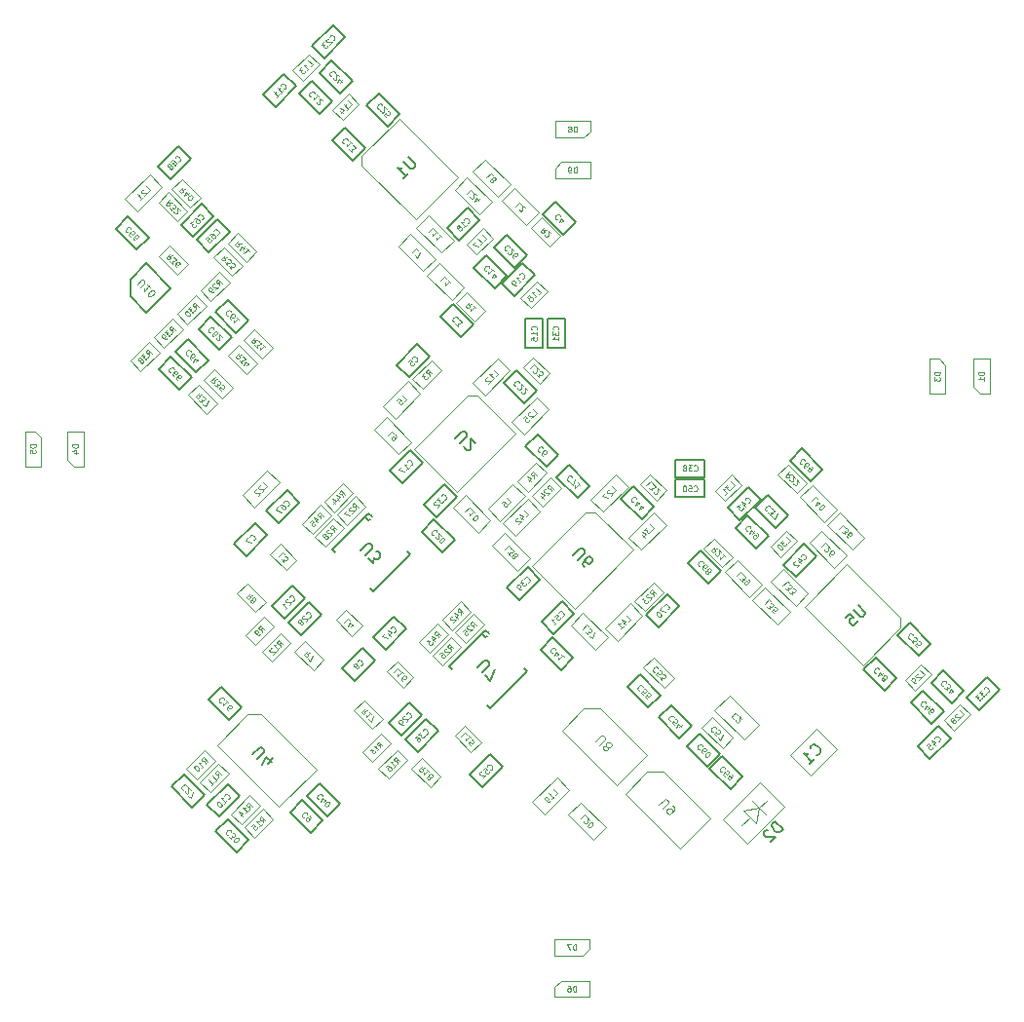
<source format=gbr>
G04 #@! TF.GenerationSoftware,KiCad,Pcbnew,5.99.0-unknown-43001cae3~104~ubuntu18.04.1*
G04 #@! TF.CreationDate,2020-11-12T23:28:15+01:00*
G04 #@! TF.ProjectId,QFHMIX01C,5146484d-4958-4303-9143-2e6b69636164,REV 0.2*
G04 #@! TF.SameCoordinates,Original*
G04 #@! TF.FileFunction,AssemblyDrawing,Bot*
%FSLAX45Y45*%
G04 Gerber Fmt 4.5, Leading zero omitted, Abs format (unit mm)*
G04 Created by KiCad (PCBNEW 5.99.0-unknown-43001cae3~104~ubuntu18.04.1) date 2020-11-12 23:28:15*
%MOMM*%
%LPD*%
G01*
G04 APERTURE LIST*
%ADD10C,0.075000*%
%ADD11C,0.150000*%
%ADD12C,0.120000*%
%ADD13C,0.100000*%
%ADD14C,0.125000*%
%ADD15C,0.149860*%
G04 APERTURE END LIST*
D10*
X12736561Y-6576882D02*
X12707940Y-6581932D01*
X12716358Y-6556679D02*
X12681003Y-6592034D01*
X12694472Y-6605503D01*
X12699522Y-6607186D01*
X12702890Y-6607186D01*
X12707940Y-6605503D01*
X12712991Y-6600452D01*
X12714675Y-6595401D01*
X12714675Y-6592034D01*
X12712991Y-6586983D01*
X12699522Y-6573515D01*
X12743296Y-6630756D02*
X12766866Y-6607186D01*
X12721409Y-6635807D02*
X12738245Y-6602135D01*
X12760132Y-6624022D01*
X12803905Y-6644225D02*
X12783702Y-6624022D01*
X12793803Y-6634124D02*
X12758448Y-6669479D01*
X12760132Y-6661061D01*
X12760132Y-6654327D01*
X12758448Y-6649276D01*
X12251163Y-6106317D02*
X12222542Y-6111368D01*
X12230960Y-6086114D02*
X12195605Y-6121470D01*
X12209074Y-6134938D01*
X12214125Y-6136622D01*
X12217492Y-6136622D01*
X12222542Y-6134938D01*
X12227593Y-6129888D01*
X12229277Y-6124837D01*
X12229277Y-6121470D01*
X12227593Y-6116419D01*
X12214125Y-6102950D01*
X12257898Y-6160192D02*
X12281468Y-6136622D01*
X12236011Y-6165243D02*
X12252847Y-6131571D01*
X12274734Y-6153458D01*
X12271367Y-6197231D02*
X12274734Y-6200598D01*
X12279784Y-6202282D01*
X12283152Y-6202282D01*
X12288202Y-6200598D01*
X12296620Y-6195547D01*
X12305038Y-6187129D01*
X12310089Y-6178712D01*
X12311773Y-6173661D01*
X12311773Y-6170294D01*
X12310089Y-6165243D01*
X12306722Y-6161876D01*
X12301671Y-6160192D01*
X12298304Y-6160192D01*
X12293253Y-6161876D01*
X12284835Y-6166926D01*
X12276417Y-6175344D01*
X12271367Y-6183762D01*
X12269683Y-6188813D01*
X12269683Y-6192180D01*
X12271367Y-6197231D01*
X12140117Y-7353338D02*
X12135066Y-7324717D01*
X12160320Y-7333135D02*
X12124965Y-7297780D01*
X12111496Y-7311248D01*
X12109812Y-7316299D01*
X12109812Y-7319666D01*
X12111496Y-7324717D01*
X12116547Y-7329768D01*
X12121597Y-7331451D01*
X12124965Y-7331451D01*
X12130015Y-7329768D01*
X12143484Y-7316299D01*
X12092976Y-7329768D02*
X12071090Y-7351654D01*
X12096344Y-7353338D01*
X12091293Y-7358389D01*
X12089609Y-7363439D01*
X12089609Y-7366807D01*
X12091293Y-7371857D01*
X12099711Y-7380275D01*
X12104762Y-7381959D01*
X12108129Y-7381959D01*
X12113180Y-7380275D01*
X12123281Y-7370174D01*
X12124965Y-7365123D01*
X12124965Y-7361756D01*
X12089609Y-7403846D02*
X12082875Y-7410580D01*
X12077824Y-7412264D01*
X12074457Y-7412264D01*
X12066039Y-7410580D01*
X12057621Y-7405529D01*
X12044152Y-7392060D01*
X12042469Y-7387010D01*
X12042469Y-7383643D01*
X12044152Y-7378592D01*
X12050887Y-7371857D01*
X12055938Y-7370174D01*
X12059305Y-7370174D01*
X12064355Y-7371857D01*
X12072773Y-7380275D01*
X12074457Y-7385326D01*
X12074457Y-7388693D01*
X12072773Y-7393744D01*
X12066039Y-7400478D01*
X12060988Y-7402162D01*
X12057621Y-7402162D01*
X12052570Y-7400478D01*
X11936917Y-7556538D02*
X11931866Y-7527917D01*
X11957120Y-7536335D02*
X11921765Y-7500980D01*
X11908296Y-7514448D01*
X11906612Y-7519499D01*
X11906612Y-7522866D01*
X11908296Y-7527917D01*
X11913347Y-7532968D01*
X11918397Y-7534651D01*
X11921765Y-7534651D01*
X11926815Y-7532968D01*
X11940284Y-7519499D01*
X11889776Y-7532968D02*
X11867890Y-7554854D01*
X11893144Y-7556538D01*
X11888093Y-7561589D01*
X11886409Y-7566639D01*
X11886409Y-7570007D01*
X11888093Y-7575057D01*
X11896511Y-7583475D01*
X11901562Y-7585159D01*
X11904929Y-7585159D01*
X11909980Y-7583475D01*
X11920081Y-7573374D01*
X11921765Y-7568323D01*
X11921765Y-7564956D01*
X11862839Y-7590210D02*
X11864523Y-7585159D01*
X11864523Y-7581792D01*
X11862839Y-7576741D01*
X11861155Y-7575057D01*
X11856105Y-7573374D01*
X11852738Y-7573374D01*
X11847687Y-7575057D01*
X11840952Y-7581792D01*
X11839269Y-7586843D01*
X11839269Y-7590210D01*
X11840952Y-7595260D01*
X11842636Y-7596944D01*
X11847687Y-7598628D01*
X11851054Y-7598628D01*
X11856105Y-7596944D01*
X11862839Y-7590210D01*
X11867890Y-7588526D01*
X11871257Y-7588526D01*
X11876308Y-7590210D01*
X11883042Y-7596944D01*
X11884726Y-7601995D01*
X11884726Y-7605362D01*
X11883042Y-7610413D01*
X11876308Y-7617147D01*
X11871257Y-7618831D01*
X11867890Y-7618831D01*
X11862839Y-7617147D01*
X11856105Y-7610413D01*
X11854421Y-7605362D01*
X11854421Y-7601995D01*
X11856105Y-7596944D01*
X12392870Y-7893834D02*
X12364249Y-7898885D01*
X12372667Y-7873631D02*
X12337312Y-7908987D01*
X12350780Y-7922455D01*
X12355831Y-7924139D01*
X12359198Y-7924139D01*
X12364249Y-7922455D01*
X12369300Y-7917405D01*
X12370984Y-7912354D01*
X12370984Y-7908987D01*
X12369300Y-7903936D01*
X12355831Y-7890467D01*
X12369300Y-7940975D02*
X12391187Y-7962861D01*
X12392870Y-7937608D01*
X12397921Y-7942658D01*
X12402972Y-7944342D01*
X12406339Y-7944342D01*
X12411390Y-7942658D01*
X12419808Y-7934240D01*
X12421491Y-7929190D01*
X12421491Y-7925822D01*
X12419808Y-7920772D01*
X12409706Y-7910670D01*
X12404655Y-7908987D01*
X12401288Y-7908987D01*
X12402972Y-7974646D02*
X12426542Y-7998217D01*
X12446745Y-7947709D01*
X12139110Y-6686350D02*
X12110489Y-6691401D01*
X12118907Y-6666147D02*
X12083552Y-6701502D01*
X12097020Y-6714971D01*
X12102071Y-6716654D01*
X12105438Y-6716654D01*
X12110489Y-6714971D01*
X12115540Y-6709920D01*
X12117223Y-6704869D01*
X12117223Y-6701502D01*
X12115540Y-6696451D01*
X12102071Y-6682983D01*
X12115540Y-6733490D02*
X12137426Y-6755377D01*
X12139110Y-6730123D01*
X12144161Y-6735174D01*
X12149212Y-6736857D01*
X12152579Y-6736857D01*
X12157630Y-6735174D01*
X12166047Y-6726756D01*
X12167731Y-6721705D01*
X12167731Y-6718338D01*
X12166047Y-6713287D01*
X12155946Y-6703186D01*
X12150895Y-6701502D01*
X12147528Y-6701502D01*
X12167731Y-6785681D02*
X12160997Y-6778947D01*
X12159313Y-6773896D01*
X12159313Y-6770529D01*
X12160997Y-6762111D01*
X12166047Y-6753693D01*
X12179516Y-6740225D01*
X12184567Y-6738541D01*
X12187934Y-6738541D01*
X12192985Y-6740225D01*
X12199719Y-6746959D01*
X12201403Y-6752010D01*
X12201403Y-6755377D01*
X12199719Y-6760428D01*
X12191301Y-6768846D01*
X12186251Y-6770529D01*
X12182883Y-6770529D01*
X12177833Y-6768846D01*
X12171098Y-6762111D01*
X12169415Y-6757060D01*
X12169415Y-6753693D01*
X12171098Y-6748643D01*
X12527220Y-7759484D02*
X12498599Y-7764535D01*
X12507017Y-7739281D02*
X12471662Y-7774636D01*
X12485131Y-7788105D01*
X12490182Y-7789789D01*
X12493549Y-7789789D01*
X12498599Y-7788105D01*
X12503650Y-7783054D01*
X12505334Y-7778004D01*
X12505334Y-7774636D01*
X12503650Y-7769586D01*
X12490182Y-7756117D01*
X12503650Y-7806625D02*
X12525537Y-7828511D01*
X12527220Y-7803257D01*
X12532271Y-7808308D01*
X12537322Y-7809992D01*
X12540689Y-7809992D01*
X12545740Y-7808308D01*
X12554158Y-7799890D01*
X12555841Y-7794839D01*
X12555841Y-7791472D01*
X12554158Y-7786421D01*
X12544056Y-7776320D01*
X12539006Y-7774636D01*
X12535638Y-7774636D01*
X12557525Y-7860499D02*
X12540689Y-7843663D01*
X12555841Y-7825144D01*
X12555841Y-7828511D01*
X12557525Y-7833562D01*
X12565943Y-7841980D01*
X12570994Y-7843663D01*
X12574361Y-7843663D01*
X12579412Y-7841980D01*
X12587830Y-7833562D01*
X12589513Y-7828511D01*
X12589513Y-7825144D01*
X12587830Y-7820093D01*
X12579412Y-7811675D01*
X12574361Y-7809992D01*
X12570994Y-7809992D01*
X12741120Y-7549120D02*
X12712499Y-7554171D01*
X12720917Y-7528917D02*
X12685562Y-7564272D01*
X12699031Y-7577741D01*
X12704081Y-7579424D01*
X12707448Y-7579424D01*
X12712499Y-7577741D01*
X12717550Y-7572690D01*
X12719234Y-7567639D01*
X12719234Y-7564272D01*
X12717550Y-7559221D01*
X12704081Y-7545753D01*
X12717550Y-7596260D02*
X12739437Y-7618147D01*
X12741120Y-7592893D01*
X12746171Y-7597944D01*
X12751222Y-7599627D01*
X12754589Y-7599627D01*
X12759640Y-7597944D01*
X12768058Y-7589526D01*
X12769741Y-7584475D01*
X12769741Y-7581108D01*
X12768058Y-7576057D01*
X12757956Y-7565956D01*
X12752905Y-7564272D01*
X12749538Y-7564272D01*
X12781526Y-7636666D02*
X12805097Y-7613096D01*
X12759640Y-7641717D02*
X12776476Y-7608045D01*
X12798362Y-7629932D01*
D11*
X13772403Y-9249848D02*
X13829645Y-9192606D01*
X13839746Y-9189239D01*
X13846480Y-9189239D01*
X13856582Y-9192606D01*
X13870051Y-9206074D01*
X13873418Y-9216176D01*
X13873418Y-9222910D01*
X13870051Y-9233012D01*
X13812809Y-9290254D01*
X13839746Y-9317191D02*
X13883519Y-9360964D01*
X13886887Y-9310457D01*
X13896988Y-9320558D01*
X13907090Y-9323926D01*
X13913824Y-9323926D01*
X13923925Y-9320558D01*
X13940761Y-9303723D01*
X13944129Y-9293621D01*
X13944129Y-9286887D01*
X13940761Y-9276785D01*
X13920558Y-9256582D01*
X13910457Y-9253215D01*
X13903722Y-9253215D01*
D12*
X16365922Y-11457878D02*
X16411716Y-11412084D01*
X16419797Y-11409391D01*
X16425184Y-11409391D01*
X16433266Y-11412084D01*
X16444041Y-11422859D01*
X16446734Y-11430941D01*
X16446734Y-11436328D01*
X16444041Y-11444409D01*
X16398247Y-11490203D01*
X16484447Y-11463266D02*
X16495222Y-11474041D01*
X16497915Y-11482122D01*
X16497915Y-11487509D01*
X16495222Y-11500978D01*
X16487140Y-11514447D01*
X16465590Y-11535997D01*
X16457509Y-11538690D01*
X16452122Y-11538690D01*
X16444041Y-11535997D01*
X16433266Y-11525222D01*
X16430572Y-11517140D01*
X16430572Y-11511753D01*
X16433266Y-11503672D01*
X16446734Y-11490203D01*
X16454815Y-11487509D01*
X16460203Y-11487509D01*
X16468284Y-11490203D01*
X16479059Y-11500978D01*
X16481753Y-11509059D01*
X16481753Y-11514447D01*
X16479059Y-11522528D01*
X15814922Y-10905578D02*
X15860716Y-10859784D01*
X15868797Y-10857091D01*
X15874184Y-10857091D01*
X15882266Y-10859784D01*
X15893041Y-10870559D01*
X15895734Y-10878641D01*
X15895734Y-10884028D01*
X15893041Y-10892109D01*
X15847247Y-10937903D01*
X15906509Y-10948678D02*
X15898428Y-10945984D01*
X15893041Y-10945984D01*
X15884959Y-10948678D01*
X15882266Y-10951372D01*
X15879572Y-10959453D01*
X15879572Y-10964840D01*
X15882266Y-10972922D01*
X15893041Y-10983697D01*
X15901122Y-10986390D01*
X15906509Y-10986390D01*
X15914590Y-10983697D01*
X15917284Y-10981003D01*
X15919978Y-10972922D01*
X15919978Y-10967534D01*
X15917284Y-10959453D01*
X15906509Y-10948678D01*
X15903815Y-10940597D01*
X15903815Y-10935209D01*
X15906509Y-10927128D01*
X15917284Y-10916353D01*
X15925365Y-10913659D01*
X15930753Y-10913659D01*
X15938834Y-10916353D01*
X15949609Y-10927128D01*
X15952303Y-10935209D01*
X15952303Y-10940597D01*
X15949609Y-10948678D01*
X15938834Y-10959453D01*
X15930753Y-10962147D01*
X15925365Y-10962147D01*
X15917284Y-10959453D01*
D13*
X11924645Y-6134361D02*
X11941481Y-6117525D01*
X11906126Y-6082169D01*
X11882556Y-6112474D02*
X11879188Y-6112474D01*
X11874138Y-6114158D01*
X11865720Y-6122576D01*
X11864036Y-6127626D01*
X11864036Y-6130993D01*
X11865720Y-6136044D01*
X11869087Y-6139411D01*
X11875821Y-6142779D01*
X11916227Y-6142779D01*
X11894341Y-6164665D01*
X11860669Y-6198337D02*
X11880872Y-6178134D01*
X11870770Y-6188235D02*
X11835415Y-6152880D01*
X11843833Y-6154564D01*
X11850567Y-6154564D01*
X11855618Y-6152880D01*
X15733266Y-11561277D02*
X15716430Y-11544442D01*
X15681074Y-11579797D01*
X15711379Y-11603367D02*
X15711379Y-11606734D01*
X15713062Y-11611785D01*
X15721480Y-11620203D01*
X15726531Y-11621887D01*
X15729898Y-11621887D01*
X15734949Y-11620203D01*
X15738316Y-11616836D01*
X15741683Y-11610101D01*
X15741683Y-11569695D01*
X15763570Y-11591582D01*
X15750101Y-11648824D02*
X15753469Y-11652191D01*
X15758519Y-11653875D01*
X15761887Y-11653875D01*
X15766937Y-11652191D01*
X15775355Y-11647140D01*
X15783773Y-11638722D01*
X15788824Y-11630304D01*
X15790508Y-11625254D01*
X15790508Y-11621887D01*
X15788824Y-11616836D01*
X15785457Y-11613469D01*
X15780406Y-11611785D01*
X15777039Y-11611785D01*
X15771988Y-11613469D01*
X15763570Y-11618519D01*
X15755152Y-11626937D01*
X15750101Y-11635355D01*
X15748418Y-11640406D01*
X15748418Y-11643773D01*
X15750101Y-11648824D01*
X15464038Y-11374650D02*
X15480873Y-11357815D01*
X15445518Y-11322459D01*
X15433733Y-11404955D02*
X15453936Y-11384752D01*
X15443834Y-11394854D02*
X15408479Y-11359498D01*
X15416897Y-11361182D01*
X15423631Y-11361182D01*
X15428682Y-11359498D01*
X15416897Y-11421791D02*
X15410163Y-11428525D01*
X15405112Y-11430209D01*
X15401745Y-11430209D01*
X15393327Y-11428525D01*
X15384909Y-11423474D01*
X15371440Y-11410006D01*
X15369757Y-11404955D01*
X15369757Y-11401588D01*
X15371440Y-11396537D01*
X15378175Y-11389803D01*
X15383225Y-11388119D01*
X15386592Y-11388119D01*
X15391643Y-11389803D01*
X15400061Y-11398221D01*
X15401745Y-11403271D01*
X15401745Y-11406639D01*
X15400061Y-11411689D01*
X15393327Y-11418424D01*
X15388276Y-11420107D01*
X15384909Y-11420107D01*
X15379858Y-11418424D01*
D10*
X13541414Y-9085478D02*
X13536363Y-9056857D01*
X13561617Y-9065275D02*
X13526261Y-9029919D01*
X13512793Y-9043388D01*
X13511109Y-9048439D01*
X13511109Y-9051806D01*
X13512793Y-9056857D01*
X13517843Y-9061908D01*
X13522894Y-9063591D01*
X13526261Y-9063591D01*
X13531312Y-9061908D01*
X13544781Y-9048439D01*
X13495957Y-9066958D02*
X13492590Y-9066958D01*
X13487539Y-9068642D01*
X13479121Y-9077060D01*
X13477437Y-9082111D01*
X13477437Y-9085478D01*
X13479121Y-9090529D01*
X13482488Y-9093896D01*
X13489222Y-9097263D01*
X13529629Y-9097263D01*
X13507742Y-9119150D01*
X13467336Y-9119150D02*
X13469019Y-9114099D01*
X13469019Y-9110732D01*
X13467336Y-9105681D01*
X13465652Y-9103997D01*
X13460601Y-9102314D01*
X13457234Y-9102314D01*
X13452183Y-9103997D01*
X13445449Y-9110732D01*
X13443766Y-9115782D01*
X13443766Y-9119150D01*
X13445449Y-9124200D01*
X13447133Y-9125884D01*
X13452183Y-9127567D01*
X13455551Y-9127567D01*
X13460601Y-9125884D01*
X13467336Y-9119150D01*
X13472387Y-9117466D01*
X13475754Y-9117466D01*
X13480804Y-9119150D01*
X13487539Y-9125884D01*
X13489222Y-9130935D01*
X13489222Y-9134302D01*
X13487539Y-9139353D01*
X13480804Y-9146087D01*
X13475754Y-9147770D01*
X13472387Y-9147770D01*
X13467336Y-9146087D01*
X13460601Y-9139353D01*
X13458918Y-9134302D01*
X13458918Y-9130935D01*
X13460601Y-9125884D01*
D14*
X11828819Y-6934637D02*
X11866027Y-6897429D01*
X11872593Y-6895241D01*
X11876970Y-6895241D01*
X11883536Y-6897429D01*
X11892291Y-6906184D01*
X11894479Y-6912750D01*
X11894479Y-6917127D01*
X11892291Y-6923693D01*
X11855083Y-6960901D01*
X11947007Y-6960901D02*
X11920743Y-6934637D01*
X11933875Y-6947769D02*
X11887913Y-6993730D01*
X11890102Y-6982787D01*
X11890102Y-6974033D01*
X11887913Y-6967467D01*
X11929498Y-7035315D02*
X11933875Y-7039692D01*
X11940441Y-7041881D01*
X11944819Y-7041881D01*
X11951385Y-7039692D01*
X11962328Y-7033126D01*
X11973271Y-7022183D01*
X11979837Y-7011240D01*
X11982026Y-7004674D01*
X11982026Y-7000296D01*
X11979837Y-6993730D01*
X11975460Y-6989353D01*
X11968894Y-6987165D01*
X11964517Y-6987165D01*
X11957951Y-6989353D01*
X11947007Y-6995919D01*
X11936064Y-7006862D01*
X11929498Y-7017806D01*
X11927309Y-7024372D01*
X11927309Y-7028749D01*
X11929498Y-7035315D01*
D13*
X12647597Y-11690829D02*
X12647597Y-11687462D01*
X12644230Y-11680728D01*
X12640863Y-11677361D01*
X12634128Y-11673993D01*
X12627394Y-11673993D01*
X12622343Y-11675677D01*
X12613925Y-11680728D01*
X12608874Y-11685779D01*
X12603824Y-11694197D01*
X12602140Y-11699247D01*
X12602140Y-11705982D01*
X12605507Y-11712716D01*
X12608874Y-11716083D01*
X12615609Y-11719450D01*
X12618976Y-11719450D01*
X12627394Y-11734603D02*
X12649281Y-11756489D01*
X12650964Y-11731235D01*
X12656015Y-11736286D01*
X12661066Y-11737970D01*
X12664433Y-11737970D01*
X12669484Y-11736286D01*
X12677902Y-11727868D01*
X12679585Y-11722818D01*
X12679585Y-11719450D01*
X12677902Y-11714400D01*
X12667800Y-11704298D01*
X12662749Y-11702614D01*
X12659382Y-11702614D01*
X12671167Y-11778376D02*
X12674534Y-11781743D01*
X12679585Y-11783427D01*
X12682952Y-11783427D01*
X12688003Y-11781743D01*
X12696421Y-11776692D01*
X12704839Y-11768274D01*
X12709890Y-11759856D01*
X12711573Y-11754806D01*
X12711573Y-11751439D01*
X12709890Y-11746388D01*
X12706523Y-11743021D01*
X12701472Y-11741337D01*
X12698105Y-11741337D01*
X12693054Y-11743021D01*
X12684636Y-11748071D01*
X12676218Y-11756489D01*
X12671167Y-11764907D01*
X12669484Y-11769958D01*
X12669484Y-11773325D01*
X12671167Y-11778376D01*
X13324827Y-9828167D02*
X13328194Y-9828167D01*
X13334928Y-9824800D01*
X13338295Y-9821432D01*
X13341663Y-9814698D01*
X13341663Y-9807964D01*
X13339979Y-9802913D01*
X13334928Y-9794495D01*
X13329877Y-9789444D01*
X13321459Y-9784393D01*
X13316409Y-9782710D01*
X13309674Y-9782710D01*
X13302940Y-9786077D01*
X13299573Y-9789444D01*
X13296206Y-9796179D01*
X13296206Y-9799546D01*
X13282737Y-9813014D02*
X13279370Y-9813014D01*
X13274319Y-9814698D01*
X13265901Y-9823116D01*
X13264217Y-9828167D01*
X13264217Y-9831534D01*
X13265901Y-9836585D01*
X13269268Y-9839952D01*
X13276003Y-9843319D01*
X13316409Y-9843319D01*
X13294522Y-9865206D01*
X13254116Y-9865206D02*
X13255800Y-9860155D01*
X13255800Y-9856788D01*
X13254116Y-9851737D01*
X13252432Y-9850053D01*
X13247382Y-9848370D01*
X13244014Y-9848370D01*
X13238964Y-9850053D01*
X13232229Y-9856788D01*
X13230546Y-9861839D01*
X13230546Y-9865206D01*
X13232229Y-9870256D01*
X13233913Y-9871940D01*
X13238964Y-9873624D01*
X13242331Y-9873624D01*
X13247382Y-9871940D01*
X13254116Y-9865206D01*
X13259167Y-9863522D01*
X13262534Y-9863522D01*
X13267585Y-9865206D01*
X13274319Y-9871940D01*
X13276003Y-9876991D01*
X13276003Y-9880358D01*
X13274319Y-9885409D01*
X13267585Y-9892143D01*
X13262534Y-9893827D01*
X13259167Y-9893827D01*
X13254116Y-9892143D01*
X13247382Y-9885409D01*
X13245698Y-9880358D01*
X13245698Y-9876991D01*
X13247382Y-9871940D01*
X12260898Y-11299645D02*
X12260898Y-11296277D01*
X12257531Y-11289543D01*
X12254164Y-11286176D01*
X12247430Y-11282809D01*
X12240695Y-11282809D01*
X12235645Y-11284492D01*
X12227227Y-11289543D01*
X12222176Y-11294594D01*
X12217125Y-11303012D01*
X12215442Y-11308062D01*
X12215442Y-11314797D01*
X12218809Y-11321531D01*
X12222176Y-11324898D01*
X12228910Y-11328266D01*
X12232277Y-11328266D01*
X12245746Y-11341734D02*
X12245746Y-11345101D01*
X12247430Y-11350152D01*
X12255848Y-11358570D01*
X12260898Y-11360254D01*
X12264266Y-11360254D01*
X12269316Y-11358570D01*
X12272683Y-11355203D01*
X12276051Y-11348469D01*
X12276051Y-11308062D01*
X12297937Y-11329949D01*
X12274367Y-11377090D02*
X12297937Y-11400660D01*
X12318140Y-11350152D01*
X13181143Y-9684483D02*
X13184510Y-9684483D01*
X13191244Y-9681115D01*
X13194611Y-9677748D01*
X13197979Y-9671014D01*
X13197979Y-9664280D01*
X13196295Y-9659229D01*
X13191244Y-9650811D01*
X13186193Y-9645760D01*
X13177775Y-9640709D01*
X13172725Y-9639026D01*
X13165990Y-9639026D01*
X13159256Y-9642393D01*
X13155889Y-9645760D01*
X13152522Y-9652495D01*
X13152522Y-9655862D01*
X13139053Y-9669330D02*
X13135686Y-9669330D01*
X13130635Y-9671014D01*
X13122217Y-9679432D01*
X13120533Y-9684483D01*
X13120533Y-9687850D01*
X13122217Y-9692901D01*
X13125584Y-9696268D01*
X13132319Y-9699635D01*
X13172725Y-9699635D01*
X13150838Y-9721522D01*
X13117166Y-9755193D02*
X13137369Y-9734990D01*
X13127268Y-9745092D02*
X13091912Y-9709736D01*
X13100330Y-9711420D01*
X13107065Y-9711420D01*
X13112116Y-9709736D01*
D11*
X14787403Y-10264848D02*
X14844645Y-10207606D01*
X14854746Y-10204239D01*
X14861480Y-10204239D01*
X14871582Y-10207606D01*
X14885051Y-10221074D01*
X14888418Y-10231176D01*
X14888418Y-10237910D01*
X14885051Y-10248012D01*
X14827809Y-10305254D01*
X14854746Y-10332191D02*
X14901887Y-10379332D01*
X14942293Y-10278316D01*
X12835825Y-11020248D02*
X12893067Y-10963006D01*
X12903169Y-10959639D01*
X12909903Y-10959639D01*
X12920004Y-10963006D01*
X12933473Y-10976475D01*
X12936840Y-10986576D01*
X12936840Y-10993310D01*
X12933473Y-11003412D01*
X12876231Y-11060654D01*
X12963778Y-11101060D02*
X13010918Y-11053920D01*
X12920004Y-11111162D02*
X12953676Y-11043818D01*
X12997449Y-11087591D01*
D10*
X15645632Y-13081619D02*
X15645632Y-13031619D01*
X15633727Y-13031619D01*
X15626584Y-13034000D01*
X15621822Y-13038762D01*
X15619441Y-13043524D01*
X15617061Y-13053048D01*
X15617061Y-13060190D01*
X15619441Y-13069714D01*
X15621822Y-13074476D01*
X15626584Y-13079238D01*
X15633727Y-13081619D01*
X15645632Y-13081619D01*
X15574203Y-13031619D02*
X15583727Y-13031619D01*
X15588489Y-13034000D01*
X15590870Y-13036381D01*
X15595632Y-13043524D01*
X15598013Y-13053048D01*
X15598013Y-13072095D01*
X15595632Y-13076857D01*
X15593251Y-13079238D01*
X15588489Y-13081619D01*
X15578965Y-13081619D01*
X15574203Y-13079238D01*
X15571822Y-13076857D01*
X15569441Y-13072095D01*
X15569441Y-13060190D01*
X15571822Y-13055428D01*
X15574203Y-13053048D01*
X15578965Y-13050667D01*
X15588489Y-13050667D01*
X15593251Y-13053048D01*
X15595632Y-13055428D01*
X15598013Y-13060190D01*
X18806224Y-7696806D02*
X18756224Y-7696806D01*
X18756224Y-7708711D01*
X18758605Y-7715853D01*
X18763366Y-7720615D01*
X18768128Y-7722996D01*
X18777652Y-7725377D01*
X18784795Y-7725377D01*
X18794319Y-7722996D01*
X18799081Y-7720615D01*
X18803843Y-7715853D01*
X18806224Y-7708711D01*
X18806224Y-7696806D01*
X18756224Y-7742044D02*
X18756224Y-7772996D01*
X18775271Y-7756330D01*
X18775271Y-7763473D01*
X18777652Y-7768234D01*
X18780033Y-7770615D01*
X18784795Y-7772996D01*
X18796700Y-7772996D01*
X18801462Y-7770615D01*
X18803843Y-7768234D01*
X18806224Y-7763473D01*
X18806224Y-7749187D01*
X18803843Y-7744425D01*
X18801462Y-7742044D01*
X10948619Y-8327095D02*
X10898619Y-8327095D01*
X10898619Y-8339000D01*
X10901000Y-8346143D01*
X10905762Y-8350905D01*
X10910524Y-8353286D01*
X10920048Y-8355667D01*
X10927190Y-8355667D01*
X10936714Y-8353286D01*
X10941476Y-8350905D01*
X10946238Y-8346143D01*
X10948619Y-8339000D01*
X10948619Y-8327095D01*
X10898619Y-8400905D02*
X10898619Y-8377095D01*
X10922429Y-8374714D01*
X10920048Y-8377095D01*
X10917667Y-8381857D01*
X10917667Y-8393762D01*
X10920048Y-8398524D01*
X10922429Y-8400905D01*
X10927190Y-8403286D01*
X10939095Y-8403286D01*
X10943857Y-8400905D01*
X10946238Y-8398524D01*
X10948619Y-8393762D01*
X10948619Y-8381857D01*
X10946238Y-8377095D01*
X10943857Y-8374714D01*
D11*
X17442679Y-11672297D02*
X17371969Y-11601586D01*
X17355133Y-11618422D01*
X17348399Y-11631891D01*
X17348399Y-11645359D01*
X17351766Y-11655461D01*
X17361867Y-11672297D01*
X17371969Y-11682398D01*
X17388805Y-11692500D01*
X17398906Y-11695867D01*
X17412375Y-11695867D01*
X17425844Y-11689133D01*
X17442679Y-11672297D01*
X17311360Y-11675664D02*
X17304625Y-11675664D01*
X17294524Y-11679031D01*
X17277688Y-11695867D01*
X17274321Y-11705969D01*
X17274321Y-11712703D01*
X17277688Y-11722804D01*
X17284422Y-11729539D01*
X17297891Y-11736273D01*
X17378703Y-11736273D01*
X17334930Y-11780046D01*
D13*
X12150285Y-7672125D02*
X12150285Y-7668758D01*
X12146917Y-7662024D01*
X12143550Y-7658656D01*
X12136816Y-7655289D01*
X12130082Y-7655289D01*
X12125031Y-7656973D01*
X12116613Y-7662024D01*
X12111562Y-7667074D01*
X12106511Y-7675492D01*
X12104828Y-7680543D01*
X12104828Y-7687277D01*
X12108195Y-7694012D01*
X12111562Y-7697379D01*
X12118296Y-7700746D01*
X12121664Y-7700746D01*
X12148601Y-7734418D02*
X12141867Y-7727684D01*
X12140183Y-7722633D01*
X12140183Y-7719266D01*
X12141867Y-7710848D01*
X12146917Y-7702430D01*
X12160386Y-7688961D01*
X12165437Y-7687277D01*
X12168804Y-7687277D01*
X12173855Y-7688961D01*
X12180589Y-7695695D01*
X12182273Y-7700746D01*
X12182273Y-7704113D01*
X12180589Y-7709164D01*
X12172171Y-7717582D01*
X12167120Y-7719266D01*
X12163753Y-7719266D01*
X12158703Y-7717582D01*
X12151968Y-7710848D01*
X12150285Y-7705797D01*
X12150285Y-7702430D01*
X12151968Y-7697379D01*
X12182273Y-7768090D02*
X12175538Y-7761355D01*
X12173855Y-7756305D01*
X12173855Y-7752937D01*
X12175538Y-7744519D01*
X12180589Y-7736101D01*
X12194058Y-7722633D01*
X12199109Y-7720949D01*
X12202476Y-7720949D01*
X12207527Y-7722633D01*
X12214261Y-7729367D01*
X12215944Y-7734418D01*
X12215944Y-7737785D01*
X12214261Y-7742836D01*
X12205843Y-7751254D01*
X12200792Y-7752937D01*
X12197425Y-7752937D01*
X12192374Y-7751254D01*
X12185640Y-7744519D01*
X12183956Y-7739469D01*
X12183956Y-7736101D01*
X12185640Y-7731051D01*
X12524685Y-6503370D02*
X12528052Y-6503370D01*
X12534786Y-6500003D01*
X12538153Y-6496635D01*
X12541521Y-6489901D01*
X12541521Y-6483167D01*
X12539837Y-6478116D01*
X12534786Y-6469698D01*
X12529735Y-6464647D01*
X12521317Y-6459596D01*
X12516267Y-6457913D01*
X12509532Y-6457913D01*
X12502798Y-6461280D01*
X12499431Y-6464647D01*
X12496064Y-6471382D01*
X12496064Y-6474749D01*
X12462392Y-6501686D02*
X12469126Y-6494952D01*
X12474177Y-6493268D01*
X12477544Y-6493268D01*
X12485962Y-6494952D01*
X12494380Y-6500003D01*
X12507849Y-6513471D01*
X12509532Y-6518522D01*
X12509532Y-6521889D01*
X12507849Y-6526940D01*
X12501114Y-6533674D01*
X12496064Y-6535358D01*
X12492696Y-6535358D01*
X12487646Y-6533674D01*
X12479228Y-6525256D01*
X12477544Y-6520206D01*
X12477544Y-6516838D01*
X12479228Y-6511788D01*
X12485962Y-6505053D01*
X12491013Y-6503370D01*
X12494380Y-6503370D01*
X12499431Y-6505053D01*
X12427037Y-6537042D02*
X12443872Y-6520206D01*
X12462392Y-6535358D01*
X12459025Y-6535358D01*
X12453974Y-6537042D01*
X12445556Y-6545459D01*
X12443872Y-6550510D01*
X12443872Y-6553877D01*
X12445556Y-6558928D01*
X12453974Y-6567346D01*
X12459025Y-6569030D01*
X12462392Y-6569030D01*
X12467443Y-6567346D01*
X12475861Y-6558928D01*
X12477544Y-6553877D01*
X12477544Y-6550510D01*
X12297579Y-7522435D02*
X12297579Y-7519068D01*
X12294212Y-7512333D01*
X12290845Y-7508966D01*
X12284110Y-7505599D01*
X12277376Y-7505599D01*
X12272325Y-7507283D01*
X12263907Y-7512333D01*
X12258857Y-7517384D01*
X12253806Y-7525802D01*
X12252122Y-7530853D01*
X12252122Y-7537587D01*
X12255489Y-7544322D01*
X12258857Y-7547689D01*
X12265591Y-7551056D01*
X12268958Y-7551056D01*
X12295896Y-7584728D02*
X12289161Y-7577993D01*
X12287478Y-7572943D01*
X12287478Y-7569575D01*
X12289161Y-7561157D01*
X12294212Y-7552740D01*
X12307681Y-7539271D01*
X12312731Y-7537587D01*
X12316099Y-7537587D01*
X12321149Y-7539271D01*
X12327884Y-7546005D01*
X12329567Y-7551056D01*
X12329567Y-7554423D01*
X12327884Y-7559474D01*
X12319466Y-7567892D01*
X12314415Y-7569575D01*
X12311048Y-7569575D01*
X12305997Y-7567892D01*
X12299263Y-7561157D01*
X12297579Y-7556107D01*
X12297579Y-7552740D01*
X12299263Y-7547689D01*
X12341352Y-7606614D02*
X12364923Y-7583044D01*
X12319466Y-7611665D02*
X12336302Y-7577993D01*
X12358188Y-7599880D01*
X12388984Y-6370369D02*
X12392352Y-6370369D01*
X12399086Y-6367002D01*
X12402453Y-6363635D01*
X12405820Y-6356901D01*
X12405820Y-6350166D01*
X12404137Y-6345116D01*
X12399086Y-6336698D01*
X12394035Y-6331647D01*
X12385617Y-6326596D01*
X12380566Y-6324913D01*
X12373832Y-6324913D01*
X12367098Y-6328280D01*
X12363731Y-6331647D01*
X12360363Y-6338381D01*
X12360363Y-6341748D01*
X12326692Y-6368686D02*
X12333426Y-6361952D01*
X12338477Y-6360268D01*
X12341844Y-6360268D01*
X12350262Y-6361952D01*
X12358680Y-6367002D01*
X12372148Y-6380471D01*
X12373832Y-6385522D01*
X12373832Y-6388889D01*
X12372148Y-6393940D01*
X12365414Y-6400674D01*
X12360363Y-6402358D01*
X12356996Y-6402358D01*
X12351945Y-6400674D01*
X12343527Y-6392256D01*
X12341844Y-6387205D01*
X12341844Y-6383838D01*
X12343527Y-6378787D01*
X12350262Y-6372053D01*
X12355313Y-6370369D01*
X12358680Y-6370369D01*
X12363731Y-6372053D01*
X12311539Y-6383838D02*
X12289653Y-6405725D01*
X12314906Y-6407408D01*
X12309856Y-6412459D01*
X12308172Y-6417510D01*
X12308172Y-6420877D01*
X12309856Y-6425928D01*
X12318274Y-6434346D01*
X12323324Y-6436029D01*
X12326692Y-6436029D01*
X12331742Y-6434346D01*
X12341844Y-6424244D01*
X12343527Y-6419194D01*
X12343527Y-6415826D01*
D10*
X13428277Y-8972341D02*
X13423226Y-8943720D01*
X13448480Y-8952138D02*
X13413124Y-8916782D01*
X13399656Y-8930251D01*
X13397972Y-8935302D01*
X13397972Y-8938669D01*
X13399656Y-8943720D01*
X13404706Y-8948770D01*
X13409757Y-8950454D01*
X13413124Y-8950454D01*
X13418175Y-8948770D01*
X13431644Y-8935302D01*
X13374402Y-8979075D02*
X13397972Y-9002645D01*
X13369351Y-8957188D02*
X13403023Y-8974024D01*
X13381136Y-8995911D01*
X13327261Y-9002645D02*
X13344097Y-8985809D01*
X13362617Y-9000962D01*
X13359249Y-9000962D01*
X13354199Y-9002645D01*
X13345781Y-9011063D01*
X13344097Y-9016114D01*
X13344097Y-9019481D01*
X13345781Y-9024532D01*
X13354199Y-9032950D01*
X13359249Y-9034633D01*
X13362617Y-9034633D01*
X13367667Y-9032950D01*
X13376085Y-9024532D01*
X13377769Y-9019481D01*
X13377769Y-9016114D01*
X13619195Y-8781422D02*
X13614145Y-8752801D01*
X13639398Y-8761219D02*
X13604043Y-8725863D01*
X13590574Y-8739332D01*
X13588891Y-8744383D01*
X13588891Y-8747750D01*
X13590574Y-8752801D01*
X13595625Y-8757852D01*
X13600676Y-8759535D01*
X13604043Y-8759535D01*
X13609094Y-8757852D01*
X13622563Y-8744383D01*
X13565321Y-8788156D02*
X13588891Y-8811726D01*
X13560270Y-8766270D02*
X13593942Y-8783105D01*
X13572055Y-8804992D01*
X13531649Y-8821828D02*
X13555219Y-8845398D01*
X13526598Y-8799941D02*
X13560270Y-8816777D01*
X13538383Y-8838664D01*
X14446510Y-10004717D02*
X14441460Y-9976096D01*
X14466713Y-9984513D02*
X14431358Y-9949158D01*
X14417889Y-9962627D01*
X14416206Y-9967678D01*
X14416206Y-9971045D01*
X14417889Y-9976096D01*
X14422940Y-9981146D01*
X14427991Y-9982830D01*
X14431358Y-9982830D01*
X14436409Y-9981146D01*
X14449877Y-9967678D01*
X14392636Y-10011451D02*
X14416206Y-10035021D01*
X14387585Y-9989564D02*
X14421257Y-10006400D01*
X14399370Y-10028287D01*
X14365698Y-10014818D02*
X14343811Y-10036705D01*
X14369065Y-10038388D01*
X14364015Y-10043439D01*
X14362331Y-10048490D01*
X14362331Y-10051857D01*
X14364015Y-10056908D01*
X14372432Y-10065326D01*
X14377483Y-10067009D01*
X14380850Y-10067009D01*
X14385901Y-10065326D01*
X14396003Y-10055224D01*
X14397686Y-10050173D01*
X14397686Y-10046806D01*
X14644500Y-9806727D02*
X14639449Y-9778106D01*
X14664703Y-9786524D02*
X14629348Y-9751168D01*
X14615879Y-9764637D01*
X14614196Y-9769688D01*
X14614196Y-9773055D01*
X14615879Y-9778106D01*
X14620930Y-9783156D01*
X14625981Y-9784840D01*
X14629348Y-9784840D01*
X14634399Y-9783156D01*
X14647867Y-9769688D01*
X14590625Y-9813461D02*
X14614196Y-9837031D01*
X14585575Y-9791574D02*
X14619246Y-9808410D01*
X14597360Y-9830297D01*
X14565372Y-9821879D02*
X14562004Y-9821879D01*
X14556954Y-9823563D01*
X14548536Y-9831980D01*
X14546852Y-9837031D01*
X14546852Y-9840398D01*
X14548536Y-9845449D01*
X14551903Y-9848816D01*
X14558637Y-9852184D01*
X14599043Y-9852184D01*
X14577157Y-9874070D01*
D13*
X12943722Y-8705766D02*
X12960558Y-8688930D01*
X12925203Y-8653574D01*
X12901633Y-8683879D02*
X12898266Y-8683879D01*
X12893215Y-8685563D01*
X12884797Y-8693981D01*
X12883113Y-8699031D01*
X12883113Y-8702398D01*
X12884797Y-8707449D01*
X12888164Y-8710816D01*
X12894898Y-8714184D01*
X12935304Y-8714184D01*
X12913418Y-8736070D01*
X12867961Y-8717551D02*
X12864594Y-8717551D01*
X12859543Y-8719234D01*
X12851125Y-8727652D01*
X12849442Y-8732703D01*
X12849442Y-8736070D01*
X12851125Y-8741121D01*
X12854492Y-8744488D01*
X12861227Y-8747855D01*
X12901633Y-8747855D01*
X12879746Y-8769742D01*
D10*
X12614690Y-6698444D02*
X12586069Y-6703495D01*
X12594487Y-6678241D02*
X12559132Y-6713597D01*
X12572601Y-6727065D01*
X12577652Y-6728749D01*
X12581019Y-6728749D01*
X12586069Y-6727065D01*
X12591120Y-6722015D01*
X12592804Y-6716964D01*
X12592804Y-6713597D01*
X12591120Y-6708546D01*
X12577652Y-6695077D01*
X12591120Y-6745585D02*
X12613007Y-6767471D01*
X12614690Y-6742218D01*
X12619741Y-6747268D01*
X12624792Y-6748952D01*
X12628159Y-6748952D01*
X12633210Y-6747268D01*
X12641628Y-6738850D01*
X12643311Y-6733800D01*
X12643311Y-6730432D01*
X12641628Y-6725382D01*
X12631526Y-6715280D01*
X12626476Y-6713597D01*
X12623108Y-6713597D01*
X12624792Y-6779256D02*
X12646679Y-6801143D01*
X12648362Y-6775889D01*
X12653413Y-6780940D01*
X12658464Y-6782624D01*
X12661831Y-6782624D01*
X12666882Y-6780940D01*
X12675300Y-6772522D01*
X12676983Y-6767471D01*
X12676983Y-6764104D01*
X12675300Y-6759053D01*
X12665198Y-6748952D01*
X12660147Y-6747268D01*
X12656780Y-6747268D01*
X12134323Y-6223157D02*
X12105702Y-6228208D01*
X12114120Y-6202954D02*
X12078765Y-6238310D01*
X12092234Y-6251778D01*
X12097285Y-6253462D01*
X12100652Y-6253462D01*
X12105702Y-6251778D01*
X12110753Y-6246728D01*
X12112437Y-6241677D01*
X12112437Y-6238310D01*
X12110753Y-6233259D01*
X12097285Y-6219790D01*
X12110753Y-6270298D02*
X12132640Y-6292184D01*
X12134323Y-6266931D01*
X12139374Y-6271981D01*
X12144425Y-6273665D01*
X12147792Y-6273665D01*
X12152843Y-6271981D01*
X12161261Y-6263563D01*
X12162944Y-6258513D01*
X12162944Y-6255145D01*
X12161261Y-6250095D01*
X12151159Y-6239993D01*
X12146109Y-6238310D01*
X12142741Y-6238310D01*
X12149476Y-6302286D02*
X12149476Y-6305653D01*
X12151159Y-6310704D01*
X12159577Y-6319122D01*
X12164628Y-6320805D01*
X12167995Y-6320805D01*
X12173046Y-6319122D01*
X12176413Y-6315755D01*
X12179780Y-6309020D01*
X12179780Y-6268614D01*
X12201667Y-6290501D01*
X12875471Y-7414769D02*
X12846850Y-7419820D01*
X12855267Y-7394566D02*
X12819912Y-7429922D01*
X12833381Y-7443390D01*
X12838432Y-7445074D01*
X12841799Y-7445074D01*
X12846850Y-7443390D01*
X12851900Y-7438340D01*
X12853584Y-7433289D01*
X12853584Y-7429922D01*
X12851900Y-7424871D01*
X12838432Y-7411402D01*
X12851900Y-7461910D02*
X12873787Y-7483797D01*
X12875471Y-7458543D01*
X12880521Y-7463594D01*
X12885572Y-7465277D01*
X12888939Y-7465277D01*
X12893990Y-7463594D01*
X12902408Y-7455176D01*
X12904092Y-7450125D01*
X12904092Y-7446758D01*
X12902408Y-7441707D01*
X12892306Y-7431605D01*
X12887256Y-7429922D01*
X12883888Y-7429922D01*
X12942814Y-7482113D02*
X12922611Y-7461910D01*
X12932713Y-7472011D02*
X12897357Y-7507367D01*
X12899041Y-7498949D01*
X12899041Y-7492215D01*
X12897357Y-7487164D01*
X12343317Y-7150138D02*
X12338266Y-7121517D01*
X12363520Y-7129935D02*
X12328165Y-7094580D01*
X12314696Y-7108048D01*
X12313012Y-7113099D01*
X12313012Y-7116466D01*
X12314696Y-7121517D01*
X12319747Y-7126568D01*
X12324797Y-7128251D01*
X12328165Y-7128251D01*
X12333215Y-7126568D01*
X12346684Y-7113099D01*
X12296176Y-7126568D02*
X12274290Y-7148454D01*
X12299544Y-7150138D01*
X12294493Y-7155189D01*
X12292809Y-7160239D01*
X12292809Y-7163607D01*
X12294493Y-7168657D01*
X12302911Y-7177075D01*
X12307962Y-7178759D01*
X12311329Y-7178759D01*
X12316380Y-7177075D01*
X12326481Y-7166974D01*
X12328165Y-7161923D01*
X12328165Y-7158556D01*
X12252403Y-7170341D02*
X12249036Y-7173708D01*
X12247352Y-7178759D01*
X12247352Y-7182126D01*
X12249036Y-7187177D01*
X12254087Y-7195595D01*
X12262505Y-7204013D01*
X12270923Y-7209064D01*
X12275973Y-7210747D01*
X12279341Y-7210747D01*
X12284391Y-7209064D01*
X12287759Y-7205696D01*
X12289442Y-7200646D01*
X12289442Y-7197278D01*
X12287759Y-7192228D01*
X12282708Y-7183810D01*
X12274290Y-7175392D01*
X12265872Y-7170341D01*
X12260821Y-7168657D01*
X12257454Y-7168657D01*
X12252403Y-7170341D01*
X12546517Y-6946938D02*
X12541466Y-6918317D01*
X12566720Y-6926735D02*
X12531365Y-6891379D01*
X12517896Y-6904848D01*
X12516212Y-6909899D01*
X12516212Y-6913266D01*
X12517896Y-6918317D01*
X12522947Y-6923368D01*
X12527997Y-6925051D01*
X12531365Y-6925051D01*
X12536415Y-6923368D01*
X12549884Y-6909899D01*
X12501060Y-6928418D02*
X12497693Y-6928418D01*
X12492642Y-6930102D01*
X12484224Y-6938520D01*
X12482541Y-6943571D01*
X12482541Y-6946938D01*
X12484224Y-6951989D01*
X12487591Y-6955356D01*
X12494326Y-6958723D01*
X12534732Y-6958723D01*
X12512845Y-6980610D01*
X12496009Y-6997445D02*
X12489275Y-7004180D01*
X12484224Y-7005863D01*
X12480857Y-7005863D01*
X12472439Y-7004180D01*
X12464021Y-6999129D01*
X12450552Y-6985660D01*
X12448869Y-6980610D01*
X12448869Y-6977242D01*
X12450552Y-6972192D01*
X12457287Y-6965457D01*
X12462338Y-6963774D01*
X12465705Y-6963774D01*
X12470755Y-6965457D01*
X12479173Y-6973875D01*
X12480857Y-6978926D01*
X12480857Y-6982293D01*
X12479173Y-6987344D01*
X12472439Y-6994078D01*
X12467388Y-6995762D01*
X12464021Y-6995762D01*
X12458970Y-6994078D01*
X13730310Y-8892536D02*
X13725259Y-8863915D01*
X13750513Y-8872333D02*
X13715158Y-8836978D01*
X13701689Y-8850447D01*
X13700005Y-8855498D01*
X13700005Y-8858865D01*
X13701689Y-8863915D01*
X13706740Y-8868966D01*
X13711791Y-8870650D01*
X13715158Y-8870650D01*
X13720208Y-8868966D01*
X13733677Y-8855498D01*
X13684853Y-8874017D02*
X13681486Y-8874017D01*
X13676435Y-8875701D01*
X13668017Y-8884119D01*
X13666334Y-8889169D01*
X13666334Y-8892536D01*
X13668017Y-8897587D01*
X13671384Y-8900954D01*
X13678119Y-8904322D01*
X13718525Y-8904322D01*
X13696638Y-8926208D01*
X13649498Y-8902638D02*
X13625928Y-8926208D01*
X13676435Y-8946411D01*
X14559647Y-10117854D02*
X14554597Y-10089233D01*
X14579850Y-10097651D02*
X14544495Y-10062295D01*
X14531026Y-10075764D01*
X14529343Y-10080815D01*
X14529343Y-10084182D01*
X14531026Y-10089233D01*
X14536077Y-10094283D01*
X14541128Y-10095967D01*
X14544495Y-10095967D01*
X14549546Y-10094283D01*
X14563015Y-10080815D01*
X14514191Y-10099334D02*
X14510823Y-10099334D01*
X14505773Y-10101018D01*
X14497355Y-10109436D01*
X14495671Y-10114486D01*
X14495671Y-10117854D01*
X14497355Y-10122904D01*
X14500722Y-10126272D01*
X14507456Y-10129639D01*
X14547862Y-10129639D01*
X14525976Y-10151525D01*
X14460316Y-10146475D02*
X14467050Y-10139740D01*
X14472101Y-10138057D01*
X14475468Y-10138057D01*
X14483886Y-10139740D01*
X14492304Y-10144791D01*
X14505773Y-10158260D01*
X14507456Y-10163311D01*
X14507456Y-10166678D01*
X14505773Y-10171728D01*
X14499038Y-10178463D01*
X14493987Y-10180146D01*
X14490620Y-10180146D01*
X14485570Y-10178463D01*
X14477152Y-10170045D01*
X14475468Y-10164994D01*
X14475468Y-10161627D01*
X14477152Y-10156576D01*
X14483886Y-10149842D01*
X14488937Y-10148158D01*
X14492304Y-10148158D01*
X14497355Y-10149842D01*
X14757637Y-9919864D02*
X14752587Y-9891243D01*
X14777840Y-9899661D02*
X14742485Y-9864305D01*
X14729016Y-9877774D01*
X14727333Y-9882825D01*
X14727333Y-9886192D01*
X14729016Y-9891243D01*
X14734067Y-9896294D01*
X14739118Y-9897977D01*
X14742485Y-9897977D01*
X14747536Y-9896294D01*
X14761004Y-9882825D01*
X14712180Y-9901344D02*
X14708813Y-9901344D01*
X14703763Y-9903028D01*
X14695345Y-9911446D01*
X14693661Y-9916497D01*
X14693661Y-9919864D01*
X14695345Y-9924915D01*
X14698712Y-9928282D01*
X14705446Y-9931649D01*
X14745852Y-9931649D01*
X14723966Y-9953536D01*
X14656622Y-9950168D02*
X14673458Y-9933332D01*
X14691977Y-9948485D01*
X14688610Y-9948485D01*
X14683559Y-9950168D01*
X14675142Y-9958586D01*
X14673458Y-9963637D01*
X14673458Y-9967004D01*
X14675142Y-9972055D01*
X14683559Y-9980473D01*
X14688610Y-9982156D01*
X14691977Y-9982156D01*
X14697028Y-9980473D01*
X14705446Y-9972055D01*
X14707130Y-9967004D01*
X14707130Y-9963637D01*
D11*
X17736239Y-11027269D02*
X17742973Y-11027269D01*
X17756442Y-11020534D01*
X17763176Y-11013800D01*
X17769911Y-11000331D01*
X17769911Y-10986863D01*
X17766544Y-10976761D01*
X17756442Y-10959925D01*
X17746341Y-10949824D01*
X17729505Y-10939722D01*
X17719403Y-10936355D01*
X17705934Y-10936355D01*
X17692466Y-10943089D01*
X17685731Y-10949824D01*
X17678997Y-10963292D01*
X17678997Y-10970027D01*
X17675630Y-11101347D02*
X17716036Y-11060940D01*
X17695833Y-11081144D02*
X17625122Y-11010433D01*
X17641958Y-11013800D01*
X17655427Y-11013800D01*
X17665528Y-11010433D01*
D13*
X14340515Y-10843855D02*
X14343882Y-10843855D01*
X14350616Y-10840488D01*
X14353984Y-10837121D01*
X14357351Y-10830386D01*
X14357351Y-10823652D01*
X14355667Y-10818601D01*
X14350616Y-10810183D01*
X14345566Y-10805133D01*
X14337148Y-10800082D01*
X14332097Y-10798398D01*
X14325363Y-10798398D01*
X14318628Y-10801765D01*
X14315261Y-10805133D01*
X14311894Y-10811867D01*
X14311894Y-10815234D01*
X14296742Y-10823652D02*
X14274855Y-10845539D01*
X14300109Y-10847222D01*
X14295058Y-10852273D01*
X14293374Y-10857324D01*
X14293374Y-10860691D01*
X14295058Y-10865742D01*
X14303476Y-10874160D01*
X14308527Y-10875843D01*
X14311894Y-10875843D01*
X14316945Y-10874160D01*
X14327046Y-10864058D01*
X14328730Y-10859007D01*
X14328730Y-10855640D01*
X14244550Y-10875843D02*
X14251285Y-10869109D01*
X14256335Y-10867425D01*
X14259703Y-10867425D01*
X14268121Y-10869109D01*
X14276539Y-10874160D01*
X14290007Y-10887628D01*
X14291691Y-10892679D01*
X14291691Y-10896046D01*
X14290007Y-10901097D01*
X14283273Y-10907832D01*
X14278222Y-10909515D01*
X14274855Y-10909515D01*
X14269804Y-10907832D01*
X14261386Y-10899414D01*
X14259703Y-10894363D01*
X14259703Y-10890996D01*
X14261386Y-10885945D01*
X14268121Y-10879211D01*
X14273171Y-10877527D01*
X14276539Y-10877527D01*
X14281589Y-10879211D01*
X14195699Y-10701302D02*
X14199066Y-10701302D01*
X14205801Y-10697935D01*
X14209168Y-10694568D01*
X14212535Y-10687834D01*
X14212535Y-10681099D01*
X14210852Y-10676048D01*
X14205801Y-10667631D01*
X14200750Y-10662580D01*
X14192332Y-10657529D01*
X14187281Y-10655845D01*
X14180547Y-10655845D01*
X14173813Y-10659213D01*
X14170445Y-10662580D01*
X14167078Y-10669314D01*
X14167078Y-10672681D01*
X14153610Y-10686150D02*
X14150242Y-10686150D01*
X14145192Y-10687834D01*
X14136774Y-10696252D01*
X14135090Y-10701302D01*
X14135090Y-10704669D01*
X14136774Y-10709720D01*
X14140141Y-10713087D01*
X14146875Y-10716455D01*
X14187281Y-10716455D01*
X14165395Y-10738341D01*
X14148559Y-10755177D02*
X14141824Y-10761911D01*
X14136774Y-10763595D01*
X14133406Y-10763595D01*
X14124989Y-10761911D01*
X14116571Y-10756861D01*
X14103102Y-10743392D01*
X14101418Y-10738341D01*
X14101418Y-10734974D01*
X14103102Y-10729923D01*
X14109836Y-10723189D01*
X14114887Y-10721505D01*
X14118254Y-10721505D01*
X14123305Y-10723189D01*
X14131723Y-10731607D01*
X14133406Y-10736658D01*
X14133406Y-10740025D01*
X14131723Y-10745076D01*
X14124989Y-10751810D01*
X14119938Y-10753493D01*
X14116571Y-10753493D01*
X14111520Y-10751810D01*
D10*
X12809093Y-11495639D02*
X12804042Y-11467018D01*
X12829296Y-11475436D02*
X12793940Y-11440081D01*
X12780472Y-11453549D01*
X12778788Y-11458600D01*
X12778788Y-11461967D01*
X12780472Y-11467018D01*
X12785522Y-11472069D01*
X12790573Y-11473752D01*
X12793940Y-11473752D01*
X12798991Y-11472069D01*
X12812460Y-11458600D01*
X12775421Y-11529311D02*
X12795624Y-11509108D01*
X12785522Y-11519209D02*
X12750167Y-11483854D01*
X12758585Y-11485537D01*
X12765319Y-11485537D01*
X12770370Y-11483854D01*
X12721546Y-11536045D02*
X12745116Y-11559615D01*
X12716495Y-11514158D02*
X12750167Y-11530994D01*
X12728280Y-11552881D01*
X13076747Y-10082981D02*
X13071696Y-10054360D01*
X13096950Y-10062778D02*
X13061594Y-10027423D01*
X13048126Y-10040891D01*
X13046442Y-10045942D01*
X13046442Y-10049309D01*
X13048126Y-10054360D01*
X13053176Y-10059411D01*
X13058227Y-10061094D01*
X13061594Y-10061094D01*
X13066645Y-10059411D01*
X13080114Y-10045942D01*
X13043075Y-10116653D02*
X13063278Y-10096450D01*
X13053176Y-10106551D02*
X13017821Y-10071196D01*
X13026239Y-10072880D01*
X13032973Y-10072880D01*
X13038024Y-10071196D01*
X12997618Y-10098133D02*
X12994251Y-10098133D01*
X12989200Y-10099817D01*
X12980782Y-10108235D01*
X12979099Y-10113286D01*
X12979099Y-10116653D01*
X12980782Y-10121704D01*
X12984149Y-10125071D01*
X12990884Y-10128438D01*
X13031290Y-10128438D01*
X13009403Y-10150325D01*
X12539685Y-11219047D02*
X12534634Y-11190426D01*
X12559888Y-11198844D02*
X12524533Y-11163489D01*
X12511064Y-11176958D01*
X12509380Y-11182008D01*
X12509380Y-11185375D01*
X12511064Y-11190426D01*
X12516115Y-11195477D01*
X12521165Y-11197161D01*
X12524533Y-11197161D01*
X12529583Y-11195477D01*
X12543052Y-11182008D01*
X12506013Y-11252719D02*
X12526216Y-11232516D01*
X12516115Y-11242617D02*
X12480759Y-11207262D01*
X12489177Y-11208946D01*
X12495912Y-11208946D01*
X12500962Y-11207262D01*
X12472341Y-11286391D02*
X12492544Y-11266188D01*
X12482443Y-11276289D02*
X12447088Y-11240934D01*
X12455506Y-11242617D01*
X12462240Y-11242617D01*
X12467291Y-11240934D01*
X12422942Y-11102304D02*
X12417891Y-11073683D01*
X12443145Y-11082101D02*
X12407789Y-11046746D01*
X12394321Y-11060214D01*
X12392637Y-11065265D01*
X12392637Y-11068632D01*
X12394321Y-11073683D01*
X12399371Y-11078734D01*
X12404422Y-11080417D01*
X12407789Y-11080417D01*
X12412840Y-11078734D01*
X12426309Y-11065265D01*
X12389270Y-11135976D02*
X12409473Y-11115773D01*
X12399371Y-11125874D02*
X12364016Y-11090519D01*
X12372434Y-11092202D01*
X12379168Y-11092202D01*
X12384219Y-11090519D01*
X12332028Y-11122507D02*
X12328661Y-11125874D01*
X12326977Y-11130925D01*
X12326977Y-11134292D01*
X12328661Y-11139343D01*
X12333711Y-11147761D01*
X12342129Y-11156179D01*
X12350547Y-11161230D01*
X12355598Y-11162913D01*
X12358965Y-11162913D01*
X12364016Y-11161230D01*
X12367383Y-11157862D01*
X12369067Y-11152812D01*
X12369067Y-11149444D01*
X12367383Y-11144394D01*
X12362332Y-11135976D01*
X12353914Y-11127558D01*
X12345496Y-11122507D01*
X12340446Y-11120823D01*
X12337079Y-11120823D01*
X12332028Y-11122507D01*
X12916227Y-9956133D02*
X12911176Y-9927512D01*
X12936430Y-9935930D02*
X12901075Y-9900574D01*
X12887606Y-9914043D01*
X12885922Y-9919094D01*
X12885922Y-9922461D01*
X12887606Y-9927512D01*
X12892657Y-9932563D01*
X12897707Y-9934246D01*
X12901075Y-9934246D01*
X12906125Y-9932563D01*
X12919594Y-9919094D01*
X12899391Y-9972969D02*
X12892657Y-9979703D01*
X12887606Y-9981387D01*
X12884239Y-9981387D01*
X12875821Y-9979703D01*
X12867403Y-9974652D01*
X12853934Y-9961184D01*
X12852251Y-9956133D01*
X12852251Y-9952766D01*
X12853934Y-9947715D01*
X12860668Y-9940981D01*
X12865719Y-9939297D01*
X12869086Y-9939297D01*
X12874137Y-9940981D01*
X12882555Y-9949398D01*
X12884239Y-9954449D01*
X12884239Y-9957816D01*
X12882555Y-9962867D01*
X12875821Y-9969602D01*
X12870770Y-9971285D01*
X12867403Y-9971285D01*
X12862352Y-9969602D01*
X12832600Y-9636777D02*
X12803979Y-9641827D01*
X12812396Y-9616574D02*
X12777041Y-9651929D01*
X12790510Y-9665398D01*
X12795561Y-9667081D01*
X12798928Y-9667081D01*
X12803979Y-9665398D01*
X12809029Y-9660347D01*
X12810713Y-9655296D01*
X12810713Y-9651929D01*
X12809029Y-9646878D01*
X12795561Y-9633409D01*
X12832600Y-9677183D02*
X12827549Y-9675499D01*
X12824182Y-9675499D01*
X12819131Y-9677183D01*
X12817447Y-9678866D01*
X12815764Y-9683917D01*
X12815764Y-9687284D01*
X12817447Y-9692335D01*
X12824182Y-9699069D01*
X12829232Y-9700753D01*
X12832600Y-9700753D01*
X12837650Y-9699069D01*
X12839334Y-9697386D01*
X12841017Y-9692335D01*
X12841017Y-9688968D01*
X12839334Y-9683917D01*
X12832600Y-9677183D01*
X12830916Y-9672132D01*
X12830916Y-9668765D01*
X12832600Y-9663714D01*
X12839334Y-9656980D01*
X12844385Y-9655296D01*
X12847752Y-9655296D01*
X12852803Y-9656980D01*
X12859537Y-9663714D01*
X12861221Y-9668765D01*
X12861221Y-9672132D01*
X12859537Y-9677183D01*
X12852803Y-9683917D01*
X12847752Y-9685601D01*
X12844385Y-9685601D01*
X12839334Y-9683917D01*
X13335494Y-10139671D02*
X13306873Y-10144722D01*
X13315291Y-10119468D02*
X13279936Y-10154823D01*
X13293404Y-10168292D01*
X13298455Y-10169976D01*
X13301822Y-10169976D01*
X13306873Y-10168292D01*
X13311924Y-10163241D01*
X13313607Y-10158190D01*
X13313607Y-10154823D01*
X13311924Y-10149772D01*
X13298455Y-10136304D01*
X13311924Y-10186811D02*
X13335494Y-10210382D01*
X13355697Y-10159874D01*
X14334346Y-11138523D02*
X14305725Y-11143574D01*
X14314143Y-11118320D02*
X14278788Y-11153675D01*
X14292257Y-11167144D01*
X14297307Y-11168828D01*
X14300674Y-11168828D01*
X14305725Y-11167144D01*
X14310776Y-11162093D01*
X14312460Y-11157042D01*
X14312460Y-11153675D01*
X14310776Y-11148625D01*
X14297307Y-11135156D01*
X14368018Y-11172195D02*
X14347815Y-11151992D01*
X14357916Y-11162093D02*
X14322561Y-11197448D01*
X14324245Y-11189031D01*
X14324245Y-11182296D01*
X14322561Y-11177246D01*
X14368018Y-11212601D02*
X14362967Y-11210917D01*
X14359600Y-11210917D01*
X14354549Y-11212601D01*
X14352866Y-11214284D01*
X14351182Y-11219335D01*
X14351182Y-11222702D01*
X14352866Y-11227753D01*
X14359600Y-11234487D01*
X14364651Y-11236171D01*
X14368018Y-11236171D01*
X14373069Y-11234487D01*
X14374752Y-11232804D01*
X14376436Y-11227753D01*
X14376436Y-11224386D01*
X14374752Y-11219335D01*
X14368018Y-11212601D01*
X14366334Y-11207550D01*
X14366334Y-11204183D01*
X14368018Y-11199132D01*
X14374752Y-11192398D01*
X14379803Y-11190714D01*
X14383170Y-11190714D01*
X14388221Y-11192398D01*
X14394955Y-11199132D01*
X14396639Y-11204183D01*
X14396639Y-11207550D01*
X14394955Y-11212601D01*
X14388221Y-11219335D01*
X14383170Y-11221019D01*
X14379803Y-11221019D01*
X14374752Y-11219335D01*
X13831452Y-10635629D02*
X13802831Y-10640680D01*
X13811249Y-10615426D02*
X13775893Y-10650781D01*
X13789362Y-10664250D01*
X13794413Y-10665934D01*
X13797780Y-10665934D01*
X13802831Y-10664250D01*
X13807881Y-10659199D01*
X13809565Y-10654148D01*
X13809565Y-10650781D01*
X13807881Y-10645731D01*
X13794413Y-10632262D01*
X13865123Y-10669301D02*
X13844920Y-10649098D01*
X13855022Y-10659199D02*
X13819667Y-10694555D01*
X13821350Y-10686137D01*
X13821350Y-10679402D01*
X13819667Y-10674352D01*
X13841553Y-10716441D02*
X13865123Y-10740011D01*
X13885326Y-10689504D01*
X14092435Y-11098669D02*
X14087384Y-11070048D01*
X14112638Y-11078466D02*
X14077283Y-11043111D01*
X14063814Y-11056580D01*
X14062130Y-11061630D01*
X14062130Y-11064997D01*
X14063814Y-11070048D01*
X14068865Y-11075099D01*
X14073915Y-11076783D01*
X14077283Y-11076783D01*
X14082333Y-11075099D01*
X14095802Y-11061630D01*
X14058763Y-11132341D02*
X14078966Y-11112138D01*
X14068865Y-11122239D02*
X14033509Y-11086884D01*
X14041927Y-11088568D01*
X14048662Y-11088568D01*
X14053712Y-11086884D01*
X13993103Y-11127290D02*
X13999838Y-11120556D01*
X14004888Y-11118872D01*
X14008256Y-11118872D01*
X14016673Y-11120556D01*
X14025091Y-11125607D01*
X14038560Y-11139075D01*
X14040244Y-11144126D01*
X14040244Y-11147493D01*
X14038560Y-11152544D01*
X14031826Y-11159278D01*
X14026775Y-11160962D01*
X14023408Y-11160962D01*
X14018357Y-11159278D01*
X14009939Y-11150860D01*
X14008256Y-11145810D01*
X14008256Y-11142443D01*
X14009939Y-11137392D01*
X14016673Y-11130657D01*
X14021724Y-11128974D01*
X14025091Y-11128974D01*
X14030142Y-11130657D01*
X12925836Y-11612382D02*
X12920785Y-11583761D01*
X12946039Y-11592179D02*
X12910684Y-11556824D01*
X12897215Y-11570293D01*
X12895531Y-11575344D01*
X12895531Y-11578711D01*
X12897215Y-11583761D01*
X12902266Y-11588812D01*
X12907316Y-11590496D01*
X12910684Y-11590496D01*
X12915734Y-11588812D01*
X12929203Y-11575344D01*
X12892164Y-11646054D02*
X12912367Y-11625851D01*
X12902266Y-11635953D02*
X12866910Y-11600597D01*
X12875328Y-11602281D01*
X12882063Y-11602281D01*
X12887113Y-11600597D01*
X12824821Y-11642687D02*
X12841657Y-11625851D01*
X12860176Y-11641003D01*
X12856809Y-11641003D01*
X12851758Y-11642687D01*
X12843340Y-11651105D01*
X12841657Y-11656156D01*
X12841657Y-11659523D01*
X12843340Y-11664574D01*
X12851758Y-11672992D01*
X12856809Y-11674675D01*
X12860176Y-11674675D01*
X12865227Y-11672992D01*
X12873645Y-11664574D01*
X12875328Y-11659523D01*
X12875328Y-11656156D01*
X15650886Y-5965619D02*
X15650886Y-5915619D01*
X15638981Y-5915619D01*
X15631838Y-5918000D01*
X15627076Y-5922762D01*
X15624695Y-5927524D01*
X15622315Y-5937048D01*
X15622315Y-5944190D01*
X15624695Y-5953714D01*
X15627076Y-5958476D01*
X15631838Y-5963238D01*
X15638981Y-5965619D01*
X15650886Y-5965619D01*
X15598505Y-5965619D02*
X15588981Y-5965619D01*
X15584219Y-5963238D01*
X15581838Y-5960857D01*
X15577076Y-5953714D01*
X15574695Y-5944190D01*
X15574695Y-5925143D01*
X15577076Y-5920381D01*
X15579457Y-5918000D01*
X15584219Y-5915619D01*
X15593743Y-5915619D01*
X15598505Y-5918000D01*
X15600886Y-5920381D01*
X15603267Y-5925143D01*
X15603267Y-5937048D01*
X15600886Y-5941809D01*
X15598505Y-5944190D01*
X15593743Y-5946571D01*
X15584219Y-5946571D01*
X15579457Y-5944190D01*
X15577076Y-5941809D01*
X15574695Y-5937048D01*
X15645632Y-12721619D02*
X15645632Y-12671619D01*
X15633727Y-12671619D01*
X15626584Y-12674000D01*
X15621822Y-12678762D01*
X15619441Y-12683524D01*
X15617061Y-12693048D01*
X15617061Y-12700190D01*
X15619441Y-12709714D01*
X15621822Y-12714476D01*
X15626584Y-12719238D01*
X15633727Y-12721619D01*
X15645632Y-12721619D01*
X15600394Y-12671619D02*
X15567061Y-12671619D01*
X15588489Y-12721619D01*
X11318619Y-8327095D02*
X11268619Y-8327095D01*
X11268619Y-8339000D01*
X11271000Y-8346143D01*
X11275762Y-8350905D01*
X11280524Y-8353286D01*
X11290048Y-8355667D01*
X11297190Y-8355667D01*
X11306714Y-8353286D01*
X11311476Y-8350905D01*
X11316238Y-8346143D01*
X11318619Y-8339000D01*
X11318619Y-8327095D01*
X11285286Y-8398524D02*
X11318619Y-8398524D01*
X11266238Y-8386619D02*
X11301952Y-8374714D01*
X11301952Y-8405667D01*
X19190924Y-7696806D02*
X19140924Y-7696806D01*
X19140924Y-7708711D01*
X19143305Y-7715853D01*
X19148066Y-7720615D01*
X19152828Y-7722996D01*
X19162352Y-7725377D01*
X19169495Y-7725377D01*
X19179019Y-7722996D01*
X19183781Y-7720615D01*
X19188543Y-7715853D01*
X19190924Y-7708711D01*
X19190924Y-7696806D01*
X19190924Y-7772996D02*
X19190924Y-7744425D01*
X19190924Y-7758711D02*
X19140924Y-7758711D01*
X19148066Y-7753949D01*
X19152828Y-7749187D01*
X19155209Y-7744425D01*
X15652905Y-5610619D02*
X15652905Y-5560619D01*
X15641000Y-5560619D01*
X15633857Y-5563000D01*
X15629095Y-5567762D01*
X15626714Y-5572524D01*
X15624333Y-5582048D01*
X15624333Y-5589190D01*
X15626714Y-5598714D01*
X15629095Y-5603476D01*
X15633857Y-5608238D01*
X15641000Y-5610619D01*
X15652905Y-5610619D01*
X15595762Y-5582048D02*
X15600524Y-5579667D01*
X15602905Y-5577286D01*
X15605286Y-5572524D01*
X15605286Y-5570143D01*
X15602905Y-5565381D01*
X15600524Y-5563000D01*
X15595762Y-5560619D01*
X15586238Y-5560619D01*
X15581476Y-5563000D01*
X15579095Y-5565381D01*
X15576714Y-5570143D01*
X15576714Y-5572524D01*
X15579095Y-5577286D01*
X15581476Y-5579667D01*
X15586238Y-5582048D01*
X15595762Y-5582048D01*
X15600524Y-5584429D01*
X15602905Y-5586810D01*
X15605286Y-5591571D01*
X15605286Y-5601095D01*
X15602905Y-5605857D01*
X15600524Y-5608238D01*
X15595762Y-5610619D01*
X15586238Y-5610619D01*
X15581476Y-5608238D01*
X15579095Y-5605857D01*
X15576714Y-5601095D01*
X15576714Y-5591571D01*
X15579095Y-5586810D01*
X15581476Y-5584429D01*
X15586238Y-5582048D01*
D13*
X12496767Y-7325643D02*
X12496767Y-7322276D01*
X12493400Y-7315541D01*
X12490033Y-7312174D01*
X12483298Y-7308807D01*
X12476564Y-7308807D01*
X12471513Y-7310491D01*
X12463095Y-7315541D01*
X12458044Y-7320592D01*
X12452994Y-7329010D01*
X12451310Y-7334061D01*
X12451310Y-7340795D01*
X12454677Y-7347530D01*
X12458044Y-7350897D01*
X12464779Y-7354264D01*
X12468146Y-7354264D01*
X12495083Y-7387936D02*
X12488349Y-7381201D01*
X12486665Y-7376151D01*
X12486665Y-7372783D01*
X12488349Y-7364365D01*
X12493400Y-7355948D01*
X12506869Y-7342479D01*
X12511919Y-7340795D01*
X12515286Y-7340795D01*
X12520337Y-7342479D01*
X12527072Y-7349213D01*
X12528755Y-7354264D01*
X12528755Y-7357631D01*
X12527072Y-7362682D01*
X12518654Y-7371100D01*
X12513603Y-7372783D01*
X12510236Y-7372783D01*
X12505185Y-7371100D01*
X12498451Y-7364365D01*
X12496767Y-7359315D01*
X12496767Y-7355948D01*
X12498451Y-7350897D01*
X12515286Y-7401404D02*
X12515286Y-7404772D01*
X12516970Y-7409822D01*
X12525388Y-7418240D01*
X12530439Y-7419924D01*
X12533806Y-7419924D01*
X12538857Y-7418240D01*
X12542224Y-7414873D01*
X12545591Y-7408139D01*
X12545591Y-7367733D01*
X12567478Y-7389619D01*
X12645259Y-7177150D02*
X12645259Y-7173783D01*
X12641892Y-7167049D01*
X12638525Y-7163682D01*
X12631791Y-7160315D01*
X12625056Y-7160315D01*
X12620005Y-7161998D01*
X12611588Y-7167049D01*
X12606537Y-7172100D01*
X12601486Y-7180518D01*
X12599802Y-7185568D01*
X12599802Y-7192303D01*
X12603170Y-7199037D01*
X12606537Y-7202404D01*
X12613271Y-7205771D01*
X12616638Y-7205771D01*
X12643576Y-7239443D02*
X12636841Y-7232709D01*
X12635158Y-7227658D01*
X12635158Y-7224291D01*
X12636841Y-7215873D01*
X12641892Y-7207455D01*
X12655361Y-7193986D01*
X12660412Y-7192303D01*
X12663779Y-7192303D01*
X12668830Y-7193986D01*
X12675564Y-7200721D01*
X12677247Y-7205771D01*
X12677247Y-7209139D01*
X12675564Y-7214189D01*
X12667146Y-7222607D01*
X12662095Y-7224291D01*
X12658728Y-7224291D01*
X12653677Y-7222607D01*
X12646943Y-7215873D01*
X12645259Y-7210822D01*
X12645259Y-7207455D01*
X12646943Y-7202404D01*
X12715970Y-7241127D02*
X12695767Y-7220924D01*
X12705868Y-7231025D02*
X12670513Y-7266381D01*
X12672197Y-7257963D01*
X12672197Y-7251228D01*
X12670513Y-7246178D01*
X16354898Y-10274645D02*
X16354898Y-10271277D01*
X16351531Y-10264543D01*
X16348164Y-10261176D01*
X16341430Y-10257809D01*
X16334695Y-10257809D01*
X16329645Y-10259492D01*
X16321227Y-10264543D01*
X16316176Y-10269594D01*
X16311125Y-10278012D01*
X16309442Y-10283063D01*
X16309442Y-10289797D01*
X16312809Y-10296531D01*
X16316176Y-10299898D01*
X16322910Y-10303266D01*
X16326277Y-10303266D01*
X16354898Y-10338621D02*
X16338062Y-10321785D01*
X16353215Y-10303266D01*
X16353215Y-10306633D01*
X16354898Y-10311684D01*
X16363316Y-10320102D01*
X16368367Y-10321785D01*
X16371734Y-10321785D01*
X16376785Y-10320102D01*
X16385203Y-10311684D01*
X16386887Y-10306633D01*
X16386887Y-10303266D01*
X16385203Y-10298215D01*
X16376785Y-10289797D01*
X16371734Y-10288113D01*
X16368367Y-10288113D01*
X16368367Y-10352090D02*
X16390254Y-10373976D01*
X16391937Y-10348723D01*
X16396988Y-10353773D01*
X16402039Y-10355457D01*
X16405406Y-10355457D01*
X16410457Y-10353773D01*
X16418875Y-10345355D01*
X16420558Y-10340305D01*
X16420558Y-10336937D01*
X16418875Y-10331887D01*
X16408773Y-10321785D01*
X16403722Y-10320102D01*
X16400355Y-10320102D01*
X16862398Y-10794645D02*
X16862398Y-10791277D01*
X16859031Y-10784543D01*
X16855664Y-10781176D01*
X16848930Y-10777809D01*
X16842195Y-10777809D01*
X16837145Y-10779492D01*
X16828727Y-10784543D01*
X16823676Y-10789594D01*
X16818625Y-10798012D01*
X16816942Y-10803063D01*
X16816942Y-10809797D01*
X16820309Y-10816531D01*
X16823676Y-10819898D01*
X16830410Y-10823266D01*
X16833777Y-10823266D01*
X16862398Y-10858621D02*
X16845563Y-10841785D01*
X16860715Y-10823266D01*
X16860715Y-10826633D01*
X16862398Y-10831684D01*
X16870816Y-10840102D01*
X16875867Y-10841785D01*
X16879234Y-10841785D01*
X16884285Y-10840102D01*
X16892703Y-10831684D01*
X16894387Y-10826633D01*
X16894387Y-10823266D01*
X16892703Y-10818215D01*
X16884285Y-10809797D01*
X16879234Y-10808113D01*
X16875867Y-10808113D01*
X16875867Y-10872090D02*
X16899437Y-10895660D01*
X16919640Y-10845152D01*
X17046734Y-10681481D02*
X17046734Y-10678113D01*
X17043367Y-10671379D01*
X17040000Y-10668012D01*
X17033266Y-10664645D01*
X17026531Y-10664645D01*
X17021481Y-10666328D01*
X17013063Y-10671379D01*
X17008012Y-10676430D01*
X17002961Y-10684848D01*
X17001277Y-10689898D01*
X17001277Y-10696633D01*
X17004645Y-10703367D01*
X17008012Y-10706734D01*
X17014746Y-10710102D01*
X17018113Y-10710102D01*
X17031582Y-10723570D02*
X17031582Y-10726937D01*
X17033266Y-10731988D01*
X17041684Y-10740406D01*
X17046734Y-10742090D01*
X17050102Y-10742090D01*
X17055152Y-10740406D01*
X17058519Y-10737039D01*
X17061887Y-10730305D01*
X17061887Y-10689898D01*
X17083773Y-10711785D01*
X12836730Y-9158524D02*
X12840097Y-9158524D01*
X12846832Y-9155156D01*
X12850199Y-9151789D01*
X12853566Y-9145055D01*
X12853566Y-9138321D01*
X12851882Y-9133270D01*
X12846832Y-9124852D01*
X12841781Y-9119801D01*
X12833363Y-9114750D01*
X12828312Y-9113067D01*
X12821578Y-9113067D01*
X12814843Y-9116434D01*
X12811476Y-9119801D01*
X12808109Y-9126535D01*
X12808109Y-9129903D01*
X12792957Y-9138321D02*
X12769387Y-9161891D01*
X12819894Y-9182094D01*
X13773519Y-10244234D02*
X13776887Y-10244234D01*
X13783621Y-10240867D01*
X13786988Y-10237500D01*
X13790355Y-10230766D01*
X13790355Y-10224031D01*
X13788672Y-10218981D01*
X13783621Y-10210563D01*
X13778570Y-10205512D01*
X13770152Y-10200461D01*
X13765101Y-10198777D01*
X13758367Y-10198777D01*
X13751633Y-10202145D01*
X13748266Y-10205512D01*
X13744898Y-10212246D01*
X13744898Y-10215613D01*
X13736480Y-10247602D02*
X13738164Y-10242551D01*
X13738164Y-10239184D01*
X13736480Y-10234133D01*
X13734797Y-10232449D01*
X13729746Y-10230766D01*
X13726379Y-10230766D01*
X13721328Y-10232449D01*
X13714594Y-10239184D01*
X13712910Y-10244234D01*
X13712910Y-10247602D01*
X13714594Y-10252652D01*
X13716277Y-10254336D01*
X13721328Y-10256019D01*
X13724695Y-10256019D01*
X13729746Y-10254336D01*
X13736480Y-10247602D01*
X13741531Y-10245918D01*
X13744898Y-10245918D01*
X13749949Y-10247602D01*
X13756683Y-10254336D01*
X13758367Y-10259387D01*
X13758367Y-10262754D01*
X13756683Y-10267805D01*
X13749949Y-10274539D01*
X13744898Y-10276223D01*
X13741531Y-10276223D01*
X13736480Y-10274539D01*
X13729746Y-10267805D01*
X13728062Y-10262754D01*
X13728062Y-10259387D01*
X13729746Y-10254336D01*
X13308524Y-11540770D02*
X13308524Y-11537403D01*
X13305156Y-11530668D01*
X13301789Y-11527301D01*
X13295055Y-11523934D01*
X13288320Y-11523934D01*
X13283270Y-11525617D01*
X13274852Y-11530668D01*
X13269801Y-11535719D01*
X13264750Y-11544137D01*
X13263067Y-11549188D01*
X13263067Y-11555922D01*
X13266434Y-11562656D01*
X13269801Y-11566024D01*
X13276535Y-11569391D01*
X13279903Y-11569391D01*
X13328727Y-11554238D02*
X13335461Y-11560973D01*
X13337145Y-11566024D01*
X13337145Y-11569391D01*
X13335461Y-11577809D01*
X13330410Y-11586227D01*
X13316941Y-11599695D01*
X13311891Y-11601379D01*
X13308524Y-11601379D01*
X13303473Y-11599695D01*
X13296738Y-11592961D01*
X13295055Y-11587910D01*
X13295055Y-11584543D01*
X13296738Y-11579492D01*
X13305156Y-11571074D01*
X13310207Y-11569391D01*
X13313574Y-11569391D01*
X13318625Y-11571074D01*
X13325359Y-11577809D01*
X13327043Y-11582859D01*
X13327043Y-11586227D01*
X13325359Y-11591277D01*
X12616066Y-11409188D02*
X12619433Y-11409188D01*
X12626167Y-11405820D01*
X12629535Y-11402453D01*
X12632902Y-11395719D01*
X12632902Y-11388985D01*
X12631218Y-11383934D01*
X12626167Y-11375516D01*
X12621117Y-11370465D01*
X12612699Y-11365414D01*
X12607648Y-11363731D01*
X12600914Y-11363731D01*
X12594179Y-11367098D01*
X12590812Y-11370465D01*
X12587445Y-11377200D01*
X12587445Y-11380567D01*
X12585761Y-11446227D02*
X12605964Y-11426024D01*
X12595863Y-11436125D02*
X12560508Y-11400770D01*
X12568925Y-11402453D01*
X12575660Y-11402453D01*
X12580711Y-11400770D01*
X12528519Y-11432758D02*
X12525152Y-11436125D01*
X12523469Y-11441176D01*
X12523469Y-11444543D01*
X12525152Y-11449594D01*
X12530203Y-11458012D01*
X12538621Y-11466430D01*
X12547039Y-11471480D01*
X12552090Y-11473164D01*
X12555457Y-11473164D01*
X12560508Y-11471480D01*
X12563875Y-11468113D01*
X12565558Y-11463062D01*
X12565558Y-11459695D01*
X12563875Y-11454645D01*
X12558824Y-11446227D01*
X12550406Y-11437809D01*
X12541988Y-11432758D01*
X12536937Y-11431074D01*
X12533570Y-11431074D01*
X12528519Y-11432758D01*
X12586052Y-10542052D02*
X12586052Y-10538685D01*
X12582684Y-10531950D01*
X12579317Y-10528583D01*
X12572583Y-10525216D01*
X12565849Y-10525216D01*
X12560798Y-10526899D01*
X12552380Y-10531950D01*
X12547329Y-10537001D01*
X12542278Y-10545419D01*
X12540595Y-10550470D01*
X12540595Y-10557204D01*
X12543962Y-10563938D01*
X12547329Y-10567306D01*
X12554063Y-10570673D01*
X12557431Y-10570673D01*
X12623091Y-10572356D02*
X12602887Y-10552153D01*
X12612989Y-10562255D02*
X12577634Y-10597610D01*
X12579317Y-10589192D01*
X12579317Y-10582458D01*
X12577634Y-10577407D01*
X12618040Y-10638016D02*
X12611305Y-10631282D01*
X12609622Y-10626231D01*
X12609622Y-10622864D01*
X12611305Y-10614446D01*
X12616356Y-10606028D01*
X12629825Y-10592559D01*
X12634876Y-10590876D01*
X12638243Y-10590876D01*
X12643294Y-10592559D01*
X12650028Y-10599294D01*
X12651711Y-10604345D01*
X12651711Y-10607712D01*
X12650028Y-10612762D01*
X12641610Y-10621180D01*
X12636559Y-10622864D01*
X12633192Y-10622864D01*
X12628141Y-10621180D01*
X12621407Y-10614446D01*
X12619723Y-10609395D01*
X12619723Y-10606028D01*
X12621407Y-10600977D01*
X14434898Y-9087145D02*
X14434898Y-9083777D01*
X14431531Y-9077043D01*
X14428164Y-9073676D01*
X14421430Y-9070309D01*
X14414695Y-9070309D01*
X14409645Y-9071992D01*
X14401227Y-9077043D01*
X14396176Y-9082094D01*
X14391125Y-9090512D01*
X14389442Y-9095563D01*
X14389442Y-9102297D01*
X14392809Y-9109031D01*
X14396176Y-9112398D01*
X14402910Y-9115766D01*
X14406277Y-9115766D01*
X14419746Y-9129234D02*
X14419746Y-9132602D01*
X14421430Y-9137652D01*
X14429848Y-9146070D01*
X14434898Y-9147754D01*
X14438266Y-9147754D01*
X14443316Y-9146070D01*
X14446683Y-9142703D01*
X14450051Y-9135969D01*
X14450051Y-9095563D01*
X14471937Y-9117449D01*
X14458469Y-9174691D02*
X14461836Y-9178058D01*
X14466887Y-9179742D01*
X14470254Y-9179742D01*
X14475304Y-9178058D01*
X14483722Y-9173008D01*
X14492140Y-9164590D01*
X14497191Y-9156172D01*
X14498875Y-9151121D01*
X14498875Y-9147754D01*
X14497191Y-9142703D01*
X14493824Y-9139336D01*
X14488773Y-9137652D01*
X14485406Y-9137652D01*
X14480355Y-9139336D01*
X14471937Y-9144387D01*
X14463519Y-9152805D01*
X14458469Y-9161223D01*
X14456785Y-9166273D01*
X14456785Y-9169640D01*
X14458469Y-9174691D01*
X13439188Y-11378934D02*
X13439188Y-11375567D01*
X13435820Y-11368832D01*
X13432453Y-11365465D01*
X13425719Y-11362098D01*
X13418985Y-11362098D01*
X13413934Y-11363782D01*
X13405516Y-11368832D01*
X13400465Y-11373883D01*
X13395414Y-11382301D01*
X13393731Y-11387352D01*
X13393731Y-11394086D01*
X13397098Y-11400820D01*
X13400465Y-11404188D01*
X13407200Y-11407555D01*
X13410567Y-11407555D01*
X13449289Y-11429441D02*
X13472859Y-11405871D01*
X13427403Y-11434492D02*
X13444238Y-11400820D01*
X13466125Y-11422707D01*
X13462758Y-11466480D02*
X13466125Y-11469848D01*
X13471176Y-11471531D01*
X13474543Y-11471531D01*
X13479594Y-11469848D01*
X13488012Y-11464797D01*
X13496430Y-11456379D01*
X13501480Y-11447961D01*
X13503164Y-11442910D01*
X13503164Y-11439543D01*
X13501480Y-11434492D01*
X13498113Y-11431125D01*
X13493062Y-11429441D01*
X13489695Y-11429441D01*
X13484645Y-11431125D01*
X13476227Y-11436176D01*
X13467809Y-11444594D01*
X13462758Y-11453012D01*
X13461074Y-11458062D01*
X13461074Y-11461430D01*
X13462758Y-11466480D01*
X15467398Y-10109645D02*
X15467398Y-10106277D01*
X15464031Y-10099543D01*
X15460664Y-10096176D01*
X15453930Y-10092809D01*
X15447195Y-10092809D01*
X15442145Y-10094492D01*
X15433727Y-10099543D01*
X15428676Y-10104594D01*
X15423625Y-10113012D01*
X15421942Y-10118063D01*
X15421942Y-10124797D01*
X15425309Y-10131531D01*
X15428676Y-10134898D01*
X15435410Y-10138266D01*
X15438777Y-10138266D01*
X15477500Y-10160152D02*
X15501070Y-10136582D01*
X15455613Y-10165203D02*
X15472449Y-10131531D01*
X15494336Y-10153418D01*
X15538109Y-10173621D02*
X15517906Y-10153418D01*
X15528008Y-10163519D02*
X15492652Y-10198875D01*
X15494336Y-10190457D01*
X15494336Y-10183723D01*
X15492652Y-10178672D01*
X14060355Y-9954898D02*
X14063722Y-9954898D01*
X14070457Y-9951531D01*
X14073824Y-9948164D01*
X14077191Y-9941430D01*
X14077191Y-9934695D01*
X14075508Y-9929645D01*
X14070457Y-9921227D01*
X14065406Y-9916176D01*
X14056988Y-9911125D01*
X14051937Y-9909442D01*
X14045203Y-9909442D01*
X14038469Y-9912809D01*
X14035101Y-9916176D01*
X14031734Y-9922910D01*
X14031734Y-9926277D01*
X14009848Y-9965000D02*
X14033418Y-9988570D01*
X14004797Y-9943113D02*
X14038469Y-9959949D01*
X14016582Y-9981836D01*
X13982910Y-9968367D02*
X13959340Y-9991937D01*
X14009848Y-10012140D01*
X14900355Y-11152398D02*
X14903722Y-11152398D01*
X14910457Y-11149031D01*
X14913824Y-11145664D01*
X14917191Y-11138930D01*
X14917191Y-11132195D01*
X14915508Y-11127145D01*
X14910457Y-11118727D01*
X14905406Y-11113676D01*
X14896988Y-11108625D01*
X14891937Y-11106942D01*
X14885203Y-11106942D01*
X14878469Y-11110309D01*
X14875101Y-11113676D01*
X14871734Y-11120410D01*
X14871734Y-11123777D01*
X14836379Y-11152398D02*
X14853215Y-11135563D01*
X14871734Y-11150715D01*
X14868367Y-11150715D01*
X14863316Y-11152398D01*
X14854898Y-11160816D01*
X14853215Y-11165867D01*
X14853215Y-11169234D01*
X14854898Y-11174285D01*
X14863316Y-11182703D01*
X14868367Y-11184387D01*
X14871734Y-11184387D01*
X14876785Y-11182703D01*
X14885203Y-11174285D01*
X14886887Y-11169234D01*
X14886887Y-11165867D01*
X14824594Y-11170918D02*
X14821227Y-11170918D01*
X14816176Y-11172602D01*
X14807758Y-11181019D01*
X14806074Y-11186070D01*
X14806074Y-11189437D01*
X14807758Y-11194488D01*
X14811125Y-11197855D01*
X14817859Y-11201222D01*
X14858266Y-11201222D01*
X14836379Y-11223109D01*
X16494898Y-10699645D02*
X16494898Y-10696277D01*
X16491531Y-10689543D01*
X16488164Y-10686176D01*
X16481430Y-10682809D01*
X16474695Y-10682809D01*
X16469645Y-10684492D01*
X16461227Y-10689543D01*
X16456176Y-10694594D01*
X16451125Y-10703012D01*
X16449442Y-10708063D01*
X16449442Y-10714797D01*
X16452809Y-10721531D01*
X16456176Y-10724898D01*
X16462910Y-10728266D01*
X16466277Y-10728266D01*
X16494898Y-10763621D02*
X16478062Y-10746785D01*
X16493215Y-10728266D01*
X16493215Y-10731633D01*
X16494898Y-10736684D01*
X16503316Y-10745102D01*
X16508367Y-10746785D01*
X16511734Y-10746785D01*
X16516785Y-10745102D01*
X16525203Y-10736684D01*
X16526887Y-10731633D01*
X16526887Y-10728266D01*
X16525203Y-10723215D01*
X16516785Y-10714797D01*
X16511734Y-10713113D01*
X16508367Y-10713113D01*
X16538672Y-10783824D02*
X16562242Y-10760254D01*
X16516785Y-10788875D02*
X16533621Y-10755203D01*
X16555508Y-10777090D01*
X16224898Y-10434645D02*
X16224898Y-10431277D01*
X16221531Y-10424543D01*
X16218164Y-10421176D01*
X16211430Y-10417809D01*
X16204695Y-10417809D01*
X16199645Y-10419492D01*
X16191227Y-10424543D01*
X16186176Y-10429594D01*
X16181125Y-10438012D01*
X16179442Y-10443063D01*
X16179442Y-10449797D01*
X16182809Y-10456531D01*
X16186176Y-10459898D01*
X16192910Y-10463266D01*
X16196277Y-10463266D01*
X16224898Y-10498621D02*
X16208062Y-10481785D01*
X16223215Y-10463266D01*
X16223215Y-10466633D01*
X16224898Y-10471684D01*
X16233316Y-10480102D01*
X16238367Y-10481785D01*
X16241734Y-10481785D01*
X16246785Y-10480102D01*
X16255203Y-10471684D01*
X16256887Y-10466633D01*
X16256887Y-10463266D01*
X16255203Y-10458215D01*
X16246785Y-10449797D01*
X16241734Y-10448113D01*
X16238367Y-10448113D01*
X16258570Y-10532293D02*
X16241734Y-10515457D01*
X16256887Y-10496937D01*
X16256887Y-10500305D01*
X16258570Y-10505355D01*
X16266988Y-10513773D01*
X16272039Y-10515457D01*
X16275406Y-10515457D01*
X16280457Y-10513773D01*
X16288875Y-10505355D01*
X16290558Y-10500305D01*
X16290558Y-10496937D01*
X16288875Y-10491887D01*
X16280457Y-10483469D01*
X16275406Y-10481785D01*
X16272039Y-10481785D01*
X11777398Y-6454645D02*
X11777398Y-6451277D01*
X11774031Y-6444543D01*
X11770664Y-6441176D01*
X11763930Y-6437809D01*
X11757195Y-6437809D01*
X11752145Y-6439492D01*
X11743727Y-6444543D01*
X11738676Y-6449594D01*
X11733625Y-6458012D01*
X11731942Y-6463062D01*
X11731942Y-6469797D01*
X11735309Y-6476531D01*
X11738676Y-6479898D01*
X11745410Y-6483266D01*
X11748777Y-6483266D01*
X11777398Y-6518621D02*
X11760562Y-6501785D01*
X11775715Y-6483266D01*
X11775715Y-6486633D01*
X11777398Y-6491683D01*
X11785816Y-6500101D01*
X11790867Y-6501785D01*
X11794234Y-6501785D01*
X11799285Y-6500101D01*
X11807703Y-6491683D01*
X11809387Y-6486633D01*
X11809387Y-6483266D01*
X11807703Y-6478215D01*
X11799285Y-6469797D01*
X11794234Y-6468113D01*
X11790867Y-6468113D01*
X11809387Y-6550609D02*
X11802652Y-6543875D01*
X11800969Y-6538824D01*
X11800969Y-6535457D01*
X11802652Y-6527039D01*
X11807703Y-6518621D01*
X11821172Y-6505152D01*
X11826222Y-6503469D01*
X11829590Y-6503469D01*
X11834640Y-6505152D01*
X11841375Y-6511887D01*
X11843058Y-6516937D01*
X11843058Y-6520304D01*
X11841375Y-6525355D01*
X11832957Y-6533773D01*
X11827906Y-6535457D01*
X11824539Y-6535457D01*
X11819488Y-6533773D01*
X11812754Y-6527039D01*
X11811070Y-6521988D01*
X11811070Y-6518621D01*
X11812754Y-6513570D01*
X12187855Y-5867398D02*
X12191222Y-5867398D01*
X12197957Y-5864031D01*
X12201324Y-5860664D01*
X12204691Y-5853930D01*
X12204691Y-5847195D01*
X12203008Y-5842145D01*
X12197957Y-5833727D01*
X12192906Y-5828676D01*
X12184488Y-5823625D01*
X12179437Y-5821942D01*
X12172703Y-5821942D01*
X12165969Y-5825309D01*
X12162601Y-5828676D01*
X12159234Y-5835410D01*
X12159234Y-5838777D01*
X12123879Y-5867398D02*
X12140715Y-5850562D01*
X12159234Y-5865715D01*
X12155867Y-5865715D01*
X12150816Y-5867398D01*
X12142398Y-5875816D01*
X12140715Y-5880867D01*
X12140715Y-5884234D01*
X12142398Y-5889285D01*
X12150816Y-5897703D01*
X12155867Y-5899387D01*
X12159234Y-5899387D01*
X12164285Y-5897703D01*
X12172703Y-5889285D01*
X12174387Y-5884234D01*
X12174387Y-5880867D01*
X12117145Y-5904437D02*
X12118828Y-5899387D01*
X12118828Y-5896019D01*
X12117145Y-5890969D01*
X12115461Y-5889285D01*
X12110410Y-5887601D01*
X12107043Y-5887601D01*
X12101992Y-5889285D01*
X12095258Y-5896019D01*
X12093574Y-5901070D01*
X12093574Y-5904437D01*
X12095258Y-5909488D01*
X12096942Y-5911172D01*
X12101992Y-5912855D01*
X12105359Y-5912855D01*
X12110410Y-5911172D01*
X12117145Y-5904437D01*
X12122195Y-5902754D01*
X12125562Y-5902754D01*
X12130613Y-5904437D01*
X12137348Y-5911172D01*
X12139031Y-5916222D01*
X12139031Y-5919590D01*
X12137348Y-5924640D01*
X12130613Y-5931375D01*
X12125562Y-5933058D01*
X12122195Y-5933058D01*
X12117145Y-5931375D01*
X12110410Y-5924640D01*
X12108727Y-5919590D01*
X12108727Y-5916222D01*
X12110410Y-5911172D01*
X16939898Y-11144645D02*
X16939898Y-11141277D01*
X16936531Y-11134543D01*
X16933164Y-11131176D01*
X16926430Y-11127809D01*
X16919695Y-11127809D01*
X16914645Y-11129492D01*
X16906227Y-11134543D01*
X16901176Y-11139594D01*
X16896125Y-11148012D01*
X16894442Y-11153063D01*
X16894442Y-11159797D01*
X16897809Y-11166531D01*
X16901176Y-11169898D01*
X16907910Y-11173266D01*
X16911277Y-11173266D01*
X16939898Y-11208621D02*
X16923063Y-11191785D01*
X16938215Y-11173266D01*
X16938215Y-11176633D01*
X16939898Y-11181684D01*
X16948316Y-11190101D01*
X16953367Y-11191785D01*
X16956734Y-11191785D01*
X16961785Y-11190101D01*
X16970203Y-11181684D01*
X16971887Y-11176633D01*
X16971887Y-11173266D01*
X16970203Y-11168215D01*
X16961785Y-11159797D01*
X16956734Y-11158113D01*
X16953367Y-11158113D01*
X16993773Y-11191785D02*
X17000508Y-11198519D01*
X17002191Y-11203570D01*
X17002191Y-11206937D01*
X17000508Y-11215355D01*
X16995457Y-11223773D01*
X16981988Y-11237242D01*
X16976937Y-11238925D01*
X16973570Y-11238925D01*
X16968519Y-11237242D01*
X16961785Y-11230508D01*
X16960102Y-11225457D01*
X16960102Y-11222090D01*
X16961785Y-11217039D01*
X16970203Y-11208621D01*
X16975254Y-11206937D01*
X16978621Y-11206937D01*
X16983672Y-11208621D01*
X16990406Y-11215355D01*
X16992090Y-11220406D01*
X16992090Y-11223773D01*
X16990406Y-11228824D01*
X16743780Y-10948526D02*
X16743780Y-10945159D01*
X16740413Y-10938425D01*
X16737046Y-10935057D01*
X16730311Y-10931690D01*
X16723577Y-10931690D01*
X16718526Y-10933374D01*
X16710108Y-10938425D01*
X16705057Y-10943475D01*
X16700007Y-10951893D01*
X16698323Y-10956944D01*
X16698323Y-10963678D01*
X16701690Y-10970413D01*
X16705057Y-10973780D01*
X16711792Y-10977147D01*
X16715159Y-10977147D01*
X16742096Y-11010819D02*
X16735362Y-11004085D01*
X16733678Y-10999034D01*
X16733678Y-10995667D01*
X16735362Y-10987249D01*
X16740413Y-10978831D01*
X16753881Y-10965362D01*
X16758932Y-10963678D01*
X16762299Y-10963678D01*
X16767350Y-10965362D01*
X16774084Y-10972096D01*
X16775768Y-10977147D01*
X16775768Y-10980514D01*
X16774084Y-10985565D01*
X16765667Y-10993983D01*
X16760616Y-10995667D01*
X16757249Y-10995667D01*
X16752198Y-10993983D01*
X16745463Y-10987249D01*
X16743780Y-10982198D01*
X16743780Y-10978831D01*
X16745463Y-10973780D01*
X16767350Y-11036073D02*
X16770717Y-11039440D01*
X16775768Y-11041123D01*
X16779135Y-11041123D01*
X16784186Y-11039440D01*
X16792604Y-11034389D01*
X16801022Y-11025971D01*
X16806073Y-11017553D01*
X16807756Y-11012502D01*
X16807756Y-11009135D01*
X16806073Y-11004085D01*
X16802706Y-11000717D01*
X16797655Y-10999034D01*
X16794288Y-10999034D01*
X16789237Y-11000717D01*
X16780819Y-11005768D01*
X16772401Y-11014186D01*
X16767350Y-11022604D01*
X16765667Y-11027655D01*
X16765667Y-11031022D01*
X16767350Y-11036073D01*
X13132855Y-8857398D02*
X13136222Y-8857398D01*
X13142957Y-8854031D01*
X13146324Y-8850664D01*
X13149691Y-8843930D01*
X13149691Y-8837195D01*
X13148008Y-8832145D01*
X13142957Y-8823727D01*
X13137906Y-8818676D01*
X13129488Y-8813625D01*
X13124437Y-8811942D01*
X13117703Y-8811942D01*
X13110969Y-8815309D01*
X13107601Y-8818676D01*
X13104234Y-8825410D01*
X13104234Y-8828777D01*
X13070562Y-8855715D02*
X13077297Y-8848981D01*
X13082348Y-8847297D01*
X13085715Y-8847297D01*
X13094133Y-8848981D01*
X13102551Y-8854031D01*
X13116019Y-8867500D01*
X13117703Y-8872551D01*
X13117703Y-8875918D01*
X13116019Y-8880969D01*
X13109285Y-8887703D01*
X13104234Y-8889387D01*
X13100867Y-8889387D01*
X13095816Y-8887703D01*
X13087398Y-8879285D01*
X13085715Y-8874234D01*
X13085715Y-8870867D01*
X13087398Y-8865816D01*
X13094133Y-8859082D01*
X13099183Y-8857398D01*
X13102551Y-8857398D01*
X13107601Y-8859082D01*
X13055410Y-8870867D02*
X13031840Y-8894437D01*
X13082348Y-8914640D01*
D10*
X13941006Y-10956332D02*
X13936966Y-10933435D01*
X13957169Y-10940170D02*
X13928884Y-10911885D01*
X13918109Y-10922660D01*
X13916762Y-10926701D01*
X13916762Y-10929395D01*
X13918109Y-10933435D01*
X13922150Y-10937476D01*
X13926191Y-10938823D01*
X13928884Y-10938823D01*
X13932925Y-10937476D01*
X13943700Y-10926701D01*
X13914069Y-10983270D02*
X13930231Y-10967107D01*
X13922150Y-10975188D02*
X13893866Y-10946904D01*
X13900600Y-10948251D01*
X13905987Y-10948251D01*
X13910028Y-10946904D01*
X13876356Y-10964413D02*
X13858847Y-10981923D01*
X13879050Y-10983270D01*
X13875009Y-10987310D01*
X13873663Y-10991351D01*
X13873663Y-10994044D01*
X13875009Y-10998085D01*
X13881744Y-11004819D01*
X13885784Y-11006166D01*
X13888478Y-11006166D01*
X13892519Y-11004819D01*
X13900600Y-10996738D01*
X13901947Y-10992698D01*
X13901947Y-10990004D01*
X13110101Y-9283113D02*
X13093266Y-9266277D01*
X13057910Y-9301633D01*
X13083164Y-9326887D02*
X13105051Y-9348773D01*
X13106734Y-9323519D01*
X13111785Y-9328570D01*
X13116836Y-9330254D01*
X13120203Y-9330254D01*
X13125254Y-9328570D01*
X13133672Y-9320152D01*
X13135355Y-9315102D01*
X13135355Y-9311734D01*
X13133672Y-9306684D01*
X13123570Y-9296582D01*
X13118519Y-9294898D01*
X13115152Y-9294898D01*
X13681600Y-9854611D02*
X13664764Y-9837776D01*
X13629408Y-9873131D01*
X13684967Y-9905119D02*
X13708537Y-9881549D01*
X13663080Y-9910170D02*
X13679916Y-9876498D01*
X13701803Y-9898385D01*
X14698266Y-10846277D02*
X14681430Y-10829442D01*
X14646074Y-10864797D01*
X14728570Y-10876582D02*
X14708367Y-10856379D01*
X14718469Y-10866481D02*
X14683113Y-10901836D01*
X14684797Y-10893418D01*
X14684797Y-10886684D01*
X14683113Y-10881633D01*
X14725203Y-10943926D02*
X14708367Y-10927090D01*
X14723519Y-10908570D01*
X14723519Y-10911937D01*
X14725203Y-10916988D01*
X14733621Y-10925406D01*
X14738672Y-10927090D01*
X14742039Y-10927090D01*
X14747090Y-10925406D01*
X14755508Y-10916988D01*
X14757191Y-10911937D01*
X14757191Y-10908570D01*
X14755508Y-10903519D01*
X14747090Y-10895102D01*
X14742039Y-10893418D01*
X14738672Y-10893418D01*
X14110766Y-10286277D02*
X14093930Y-10269442D01*
X14058574Y-10304797D01*
X14141070Y-10316582D02*
X14120867Y-10296379D01*
X14130969Y-10306481D02*
X14095613Y-10341836D01*
X14097297Y-10333418D01*
X14097297Y-10326684D01*
X14095613Y-10321633D01*
X14136019Y-10382242D02*
X14129285Y-10375508D01*
X14127601Y-10370457D01*
X14127601Y-10367090D01*
X14129285Y-10358672D01*
X14134336Y-10350254D01*
X14147804Y-10336785D01*
X14152855Y-10335102D01*
X14156222Y-10335102D01*
X14161273Y-10336785D01*
X14168008Y-10343519D01*
X14169691Y-10348570D01*
X14169691Y-10351937D01*
X14168008Y-10356988D01*
X14159590Y-10365406D01*
X14154539Y-10367090D01*
X14151172Y-10367090D01*
X14146121Y-10365406D01*
X14139387Y-10358672D01*
X14137703Y-10353621D01*
X14137703Y-10350254D01*
X14139387Y-10345203D01*
D13*
X14616734Y-7231480D02*
X14616734Y-7228113D01*
X14613367Y-7221379D01*
X14610000Y-7218012D01*
X14603266Y-7214645D01*
X14596531Y-7214645D01*
X14591480Y-7216328D01*
X14583062Y-7221379D01*
X14578012Y-7226430D01*
X14572961Y-7234848D01*
X14571277Y-7239898D01*
X14571277Y-7246633D01*
X14574645Y-7253367D01*
X14578012Y-7256734D01*
X14584746Y-7260101D01*
X14588113Y-7260101D01*
X14596531Y-7275254D02*
X14618418Y-7297140D01*
X14620101Y-7271887D01*
X14625152Y-7276937D01*
X14630203Y-7278621D01*
X14633570Y-7278621D01*
X14638621Y-7276937D01*
X14647039Y-7268519D01*
X14648722Y-7263469D01*
X14648722Y-7260101D01*
X14647039Y-7255051D01*
X14636937Y-7244949D01*
X14631887Y-7243266D01*
X14628519Y-7243266D01*
X15506734Y-6341480D02*
X15506734Y-6338113D01*
X15503367Y-6331379D01*
X15500000Y-6328012D01*
X15493266Y-6324645D01*
X15486531Y-6324645D01*
X15481480Y-6326328D01*
X15473062Y-6331379D01*
X15468012Y-6336430D01*
X15462961Y-6344848D01*
X15461277Y-6349898D01*
X15461277Y-6356633D01*
X15464645Y-6363367D01*
X15468012Y-6366734D01*
X15474746Y-6370101D01*
X15478113Y-6370101D01*
X15516836Y-6391988D02*
X15540406Y-6368418D01*
X15494949Y-6397039D02*
X15511785Y-6363367D01*
X15533672Y-6385254D01*
X14248519Y-7606734D02*
X14251887Y-7606734D01*
X14258621Y-7603367D01*
X14261988Y-7600000D01*
X14265355Y-7593266D01*
X14265355Y-7586531D01*
X14263672Y-7581480D01*
X14258621Y-7573062D01*
X14253570Y-7568012D01*
X14245152Y-7562961D01*
X14240101Y-7561277D01*
X14233367Y-7561277D01*
X14226633Y-7564645D01*
X14223266Y-7568012D01*
X14219898Y-7574746D01*
X14219898Y-7578113D01*
X14184543Y-7606734D02*
X14201379Y-7589898D01*
X14219898Y-7605051D01*
X14216531Y-7605051D01*
X14211480Y-7606734D01*
X14203062Y-7615152D01*
X14201379Y-7620203D01*
X14201379Y-7623570D01*
X14203062Y-7628621D01*
X14211480Y-7637039D01*
X14216531Y-7638722D01*
X14219898Y-7638722D01*
X14224949Y-7637039D01*
X14233367Y-7628621D01*
X14235051Y-7623570D01*
X14235051Y-7620203D01*
X15356734Y-8361480D02*
X15356734Y-8358113D01*
X15353367Y-8351379D01*
X15350000Y-8348012D01*
X15343266Y-8344645D01*
X15336531Y-8344645D01*
X15331480Y-8346328D01*
X15323062Y-8351379D01*
X15318012Y-8356430D01*
X15312961Y-8364848D01*
X15311277Y-8369898D01*
X15311277Y-8376633D01*
X15314645Y-8383367D01*
X15318012Y-8386734D01*
X15324746Y-8390102D01*
X15328113Y-8390102D01*
X15355051Y-8423773D02*
X15348316Y-8417039D01*
X15346633Y-8411988D01*
X15346633Y-8408621D01*
X15348316Y-8400203D01*
X15353367Y-8391785D01*
X15366836Y-8378316D01*
X15371887Y-8376633D01*
X15375254Y-8376633D01*
X15380304Y-8378316D01*
X15387039Y-8385051D01*
X15388722Y-8390102D01*
X15388722Y-8393469D01*
X15387039Y-8398519D01*
X15378621Y-8406937D01*
X15373570Y-8408621D01*
X15370203Y-8408621D01*
X15365152Y-8406937D01*
X15358418Y-8400203D01*
X15356734Y-8395152D01*
X15356734Y-8391785D01*
X15358418Y-8386734D01*
X13105355Y-5237398D02*
X13108722Y-5237398D01*
X13115457Y-5234031D01*
X13118824Y-5230664D01*
X13122191Y-5223930D01*
X13122191Y-5217195D01*
X13120508Y-5212145D01*
X13115457Y-5203727D01*
X13110406Y-5198676D01*
X13101988Y-5193625D01*
X13096937Y-5191942D01*
X13090203Y-5191942D01*
X13083469Y-5195309D01*
X13080101Y-5198676D01*
X13076734Y-5205410D01*
X13076734Y-5208777D01*
X13075051Y-5274437D02*
X13095254Y-5254234D01*
X13085152Y-5264336D02*
X13049797Y-5228981D01*
X13058215Y-5230664D01*
X13064949Y-5230664D01*
X13070000Y-5228981D01*
X13041379Y-5308109D02*
X13061582Y-5287906D01*
X13051480Y-5298008D02*
X13016125Y-5262652D01*
X13024543Y-5264336D01*
X13031277Y-5264336D01*
X13036328Y-5262652D01*
X13369898Y-5274645D02*
X13369898Y-5271277D01*
X13366531Y-5264543D01*
X13363164Y-5261176D01*
X13356430Y-5257809D01*
X13349695Y-5257809D01*
X13344645Y-5259492D01*
X13336227Y-5264543D01*
X13331176Y-5269594D01*
X13326125Y-5278012D01*
X13324442Y-5283063D01*
X13324442Y-5289797D01*
X13327809Y-5296531D01*
X13331176Y-5299898D01*
X13337910Y-5303266D01*
X13341277Y-5303266D01*
X13406937Y-5304949D02*
X13386734Y-5284746D01*
X13396836Y-5294848D02*
X13361480Y-5330203D01*
X13363164Y-5321785D01*
X13363164Y-5315051D01*
X13361480Y-5310000D01*
X13388418Y-5350406D02*
X13388418Y-5353773D01*
X13390101Y-5358824D01*
X13398519Y-5367242D01*
X13403570Y-5368926D01*
X13406937Y-5368926D01*
X13411988Y-5367242D01*
X13415355Y-5363875D01*
X13418722Y-5357140D01*
X13418722Y-5316734D01*
X13440609Y-5338621D01*
X13659898Y-5682145D02*
X13659898Y-5678777D01*
X13656531Y-5672043D01*
X13653164Y-5668676D01*
X13646430Y-5665309D01*
X13639695Y-5665309D01*
X13634645Y-5666992D01*
X13626227Y-5672043D01*
X13621176Y-5677094D01*
X13616125Y-5685512D01*
X13614442Y-5690562D01*
X13614442Y-5697297D01*
X13617809Y-5704031D01*
X13621176Y-5707398D01*
X13627910Y-5710766D01*
X13631277Y-5710766D01*
X13696937Y-5712449D02*
X13676734Y-5692246D01*
X13686836Y-5702348D02*
X13651480Y-5737703D01*
X13653164Y-5729285D01*
X13653164Y-5722551D01*
X13651480Y-5717500D01*
X13673367Y-5759590D02*
X13695254Y-5781476D01*
X13696937Y-5756222D01*
X13701988Y-5761273D01*
X13707039Y-5762957D01*
X13710406Y-5762957D01*
X13715457Y-5761273D01*
X13723875Y-5752855D01*
X13725558Y-5747804D01*
X13725558Y-5744437D01*
X13723875Y-5739387D01*
X13713773Y-5729285D01*
X13708722Y-5727601D01*
X13705355Y-5727601D01*
X14890462Y-6789132D02*
X14890462Y-6785764D01*
X14887095Y-6779030D01*
X14883728Y-6775663D01*
X14876993Y-6772296D01*
X14870259Y-6772296D01*
X14865208Y-6773979D01*
X14856790Y-6779030D01*
X14851739Y-6784081D01*
X14846689Y-6792499D01*
X14845005Y-6797549D01*
X14845005Y-6804284D01*
X14848372Y-6811018D01*
X14851739Y-6814385D01*
X14858474Y-6817753D01*
X14861841Y-6817753D01*
X14927501Y-6819436D02*
X14907298Y-6799233D01*
X14917399Y-6809335D02*
X14882044Y-6844690D01*
X14883728Y-6836272D01*
X14883728Y-6829538D01*
X14882044Y-6824487D01*
X14934235Y-6873311D02*
X14957805Y-6849741D01*
X14912349Y-6878362D02*
X14929184Y-6844690D01*
X14951071Y-6866577D01*
X15300258Y-7329745D02*
X15302639Y-7327364D01*
X15305020Y-7320221D01*
X15305020Y-7315460D01*
X15302639Y-7308317D01*
X15297877Y-7303555D01*
X15293115Y-7301174D01*
X15283592Y-7298793D01*
X15276449Y-7298793D01*
X15266925Y-7301174D01*
X15262163Y-7303555D01*
X15257401Y-7308317D01*
X15255020Y-7315460D01*
X15255020Y-7320221D01*
X15257401Y-7327364D01*
X15259782Y-7329745D01*
X15305020Y-7377364D02*
X15305020Y-7348793D01*
X15305020Y-7363079D02*
X15255020Y-7363079D01*
X15262163Y-7358317D01*
X15266925Y-7353555D01*
X15269306Y-7348793D01*
X15255020Y-7422602D02*
X15255020Y-7398793D01*
X15278830Y-7396412D01*
X15276449Y-7398793D01*
X15274068Y-7403555D01*
X15274068Y-7415460D01*
X15276449Y-7420221D01*
X15278830Y-7422602D01*
X15283592Y-7424983D01*
X15295496Y-7424983D01*
X15300258Y-7422602D01*
X15302639Y-7420221D01*
X15305020Y-7415460D01*
X15305020Y-7403555D01*
X15302639Y-7398793D01*
X15300258Y-7396412D01*
X14204063Y-8507906D02*
X14207430Y-8507906D01*
X14214165Y-8504539D01*
X14217532Y-8501172D01*
X14220899Y-8494438D01*
X14220899Y-8487703D01*
X14219216Y-8482652D01*
X14214165Y-8474235D01*
X14209114Y-8469184D01*
X14200696Y-8464133D01*
X14195645Y-8462449D01*
X14188911Y-8462449D01*
X14182177Y-8465817D01*
X14178809Y-8469184D01*
X14175442Y-8475918D01*
X14175442Y-8479285D01*
X14173759Y-8544945D02*
X14193962Y-8524742D01*
X14183860Y-8534844D02*
X14148505Y-8499488D01*
X14156923Y-8501172D01*
X14163657Y-8501172D01*
X14168708Y-8499488D01*
X14126618Y-8521375D02*
X14103048Y-8544945D01*
X14153556Y-8565148D01*
X14700355Y-6402398D02*
X14703722Y-6402398D01*
X14710457Y-6399031D01*
X14713824Y-6395664D01*
X14717191Y-6388930D01*
X14717191Y-6382195D01*
X14715508Y-6377145D01*
X14710457Y-6368727D01*
X14705406Y-6363676D01*
X14696988Y-6358625D01*
X14691937Y-6356942D01*
X14685203Y-6356942D01*
X14678469Y-6360309D01*
X14675101Y-6363676D01*
X14671734Y-6370410D01*
X14671734Y-6373777D01*
X14670051Y-6439437D02*
X14690254Y-6419234D01*
X14680152Y-6429336D02*
X14644797Y-6393980D01*
X14653215Y-6395664D01*
X14659949Y-6395664D01*
X14665000Y-6393980D01*
X14629645Y-6439437D02*
X14631328Y-6434387D01*
X14631328Y-6431019D01*
X14629645Y-6425969D01*
X14627961Y-6424285D01*
X14622910Y-6422601D01*
X14619543Y-6422601D01*
X14614492Y-6424285D01*
X14607758Y-6431019D01*
X14606074Y-6436070D01*
X14606074Y-6439437D01*
X14607758Y-6444488D01*
X14609442Y-6446172D01*
X14614492Y-6447855D01*
X14617859Y-6447855D01*
X14622910Y-6446172D01*
X14629645Y-6439437D01*
X14634695Y-6437754D01*
X14638062Y-6437754D01*
X14643113Y-6439437D01*
X14649848Y-6446172D01*
X14651531Y-6451222D01*
X14651531Y-6454590D01*
X14649848Y-6459640D01*
X14643113Y-6466375D01*
X14638062Y-6468058D01*
X14634695Y-6468058D01*
X14629645Y-6466375D01*
X14622910Y-6459640D01*
X14621227Y-6454590D01*
X14621227Y-6451222D01*
X14622910Y-6446172D01*
X15179871Y-6881561D02*
X15183238Y-6881561D01*
X15189972Y-6878193D01*
X15193339Y-6874826D01*
X15196706Y-6868092D01*
X15196706Y-6861358D01*
X15195023Y-6856307D01*
X15189972Y-6847889D01*
X15184921Y-6842838D01*
X15176503Y-6837787D01*
X15171453Y-6836104D01*
X15164718Y-6836104D01*
X15157984Y-6839471D01*
X15154617Y-6842838D01*
X15151250Y-6849572D01*
X15151250Y-6852940D01*
X15149566Y-6918600D02*
X15169769Y-6898396D01*
X15159667Y-6908498D02*
X15124312Y-6873143D01*
X15132730Y-6874826D01*
X15139464Y-6874826D01*
X15144515Y-6873143D01*
X15132730Y-6935435D02*
X15125996Y-6942170D01*
X15120945Y-6943853D01*
X15117578Y-6943853D01*
X15109160Y-6942170D01*
X15100742Y-6937119D01*
X15087273Y-6923650D01*
X15085590Y-6918600D01*
X15085590Y-6915232D01*
X15087273Y-6910182D01*
X15094008Y-6903447D01*
X15099058Y-6901764D01*
X15102426Y-6901764D01*
X15107476Y-6903447D01*
X15115894Y-6911865D01*
X15117578Y-6916916D01*
X15117578Y-6920283D01*
X15115894Y-6925334D01*
X15109160Y-6932068D01*
X15104109Y-6933752D01*
X15100742Y-6933752D01*
X15095691Y-6932068D01*
X15149898Y-7789645D02*
X15149898Y-7786277D01*
X15146531Y-7779543D01*
X15143164Y-7776176D01*
X15136430Y-7772809D01*
X15129695Y-7772809D01*
X15124645Y-7774492D01*
X15116227Y-7779543D01*
X15111176Y-7784594D01*
X15106125Y-7793012D01*
X15104442Y-7798062D01*
X15104442Y-7804797D01*
X15107809Y-7811531D01*
X15111176Y-7814898D01*
X15117910Y-7818266D01*
X15121277Y-7818266D01*
X15134746Y-7831734D02*
X15134746Y-7835101D01*
X15136430Y-7840152D01*
X15144848Y-7848570D01*
X15149898Y-7850254D01*
X15153266Y-7850254D01*
X15158316Y-7848570D01*
X15161683Y-7845203D01*
X15165051Y-7838469D01*
X15165051Y-7798062D01*
X15186937Y-7819949D01*
X15168418Y-7865406D02*
X15168418Y-7868773D01*
X15170101Y-7873824D01*
X15178519Y-7882242D01*
X15183570Y-7883925D01*
X15186937Y-7883925D01*
X15191988Y-7882242D01*
X15195355Y-7878875D01*
X15198722Y-7872140D01*
X15198722Y-7831734D01*
X15220609Y-7853621D01*
X13530355Y-4814898D02*
X13533722Y-4814898D01*
X13540457Y-4811531D01*
X13543824Y-4808164D01*
X13547191Y-4801430D01*
X13547191Y-4794695D01*
X13545508Y-4789645D01*
X13540457Y-4781227D01*
X13535406Y-4776176D01*
X13526988Y-4771125D01*
X13521937Y-4769442D01*
X13515203Y-4769442D01*
X13508469Y-4772809D01*
X13505101Y-4776176D01*
X13501734Y-4782910D01*
X13501734Y-4786277D01*
X13488266Y-4799746D02*
X13484898Y-4799746D01*
X13479848Y-4801430D01*
X13471430Y-4809848D01*
X13469746Y-4814898D01*
X13469746Y-4818266D01*
X13471430Y-4823316D01*
X13474797Y-4826684D01*
X13481531Y-4830051D01*
X13521937Y-4830051D01*
X13500051Y-4851937D01*
X13452910Y-4828367D02*
X13431024Y-4850254D01*
X13456277Y-4851937D01*
X13451227Y-4856988D01*
X13449543Y-4862039D01*
X13449543Y-4865406D01*
X13451227Y-4870457D01*
X13459645Y-4878875D01*
X13464695Y-4880558D01*
X13468062Y-4880558D01*
X13473113Y-4878875D01*
X13483215Y-4868773D01*
X13484898Y-4863723D01*
X13484898Y-4860355D01*
X13547398Y-5097145D02*
X13547398Y-5093777D01*
X13544031Y-5087043D01*
X13540664Y-5083676D01*
X13533930Y-5080309D01*
X13527195Y-5080309D01*
X13522145Y-5081992D01*
X13513727Y-5087043D01*
X13508676Y-5092094D01*
X13503625Y-5100512D01*
X13501942Y-5105563D01*
X13501942Y-5112297D01*
X13505309Y-5119031D01*
X13508676Y-5122398D01*
X13515410Y-5125766D01*
X13518777Y-5125766D01*
X13532246Y-5139234D02*
X13532246Y-5142602D01*
X13533930Y-5147652D01*
X13542348Y-5156070D01*
X13547398Y-5157754D01*
X13550766Y-5157754D01*
X13555816Y-5156070D01*
X13559183Y-5152703D01*
X13562551Y-5145969D01*
X13562551Y-5105563D01*
X13584437Y-5127449D01*
X13591172Y-5181324D02*
X13614742Y-5157754D01*
X13569285Y-5186375D02*
X13586121Y-5152703D01*
X13608008Y-5174590D01*
X13959898Y-5382145D02*
X13959898Y-5378777D01*
X13956531Y-5372043D01*
X13953164Y-5368676D01*
X13946430Y-5365309D01*
X13939695Y-5365309D01*
X13934645Y-5366992D01*
X13926227Y-5372043D01*
X13921176Y-5377094D01*
X13916125Y-5385512D01*
X13914442Y-5390563D01*
X13914442Y-5397297D01*
X13917809Y-5404031D01*
X13921176Y-5407398D01*
X13927910Y-5410766D01*
X13931277Y-5410766D01*
X13944746Y-5424234D02*
X13944746Y-5427602D01*
X13946430Y-5432652D01*
X13954848Y-5441070D01*
X13959898Y-5442754D01*
X13963266Y-5442754D01*
X13968316Y-5441070D01*
X13971683Y-5437703D01*
X13975051Y-5430969D01*
X13975051Y-5390563D01*
X13996937Y-5412449D01*
X13993570Y-5479793D02*
X13976734Y-5462957D01*
X13991887Y-5444437D01*
X13991887Y-5447805D01*
X13993570Y-5452855D01*
X14001988Y-5461273D01*
X14007039Y-5462957D01*
X14010406Y-5462957D01*
X14015457Y-5461273D01*
X14023875Y-5452855D01*
X14025558Y-5447805D01*
X14025558Y-5444437D01*
X14023875Y-5439387D01*
X14015457Y-5430969D01*
X14010406Y-5429285D01*
X14007039Y-5429285D01*
X15067239Y-6612355D02*
X15067239Y-6608988D01*
X15063871Y-6602253D01*
X15060504Y-6598886D01*
X15053770Y-6595519D01*
X15047036Y-6595519D01*
X15041985Y-6597203D01*
X15033567Y-6602253D01*
X15028516Y-6607304D01*
X15023465Y-6615722D01*
X15021782Y-6620773D01*
X15021782Y-6627507D01*
X15025149Y-6634241D01*
X15028516Y-6637609D01*
X15035250Y-6640976D01*
X15038618Y-6640976D01*
X15052086Y-6654445D02*
X15052086Y-6657812D01*
X15053770Y-6662862D01*
X15062188Y-6671280D01*
X15067239Y-6672964D01*
X15070606Y-6672964D01*
X15075657Y-6671280D01*
X15079024Y-6667913D01*
X15082391Y-6661179D01*
X15082391Y-6620773D01*
X15104278Y-6642659D01*
X15099227Y-6708319D02*
X15092492Y-6701585D01*
X15090809Y-6696534D01*
X15090809Y-6693167D01*
X15092492Y-6684749D01*
X15097543Y-6676331D01*
X15111012Y-6662862D01*
X15116063Y-6661179D01*
X15119430Y-6661179D01*
X15124481Y-6662862D01*
X15131215Y-6669597D01*
X15132898Y-6674648D01*
X15132898Y-6678015D01*
X15131215Y-6683066D01*
X15122797Y-6691483D01*
X15117746Y-6693167D01*
X15114379Y-6693167D01*
X15109328Y-6691483D01*
X15102594Y-6684749D01*
X15100910Y-6679698D01*
X15100910Y-6676331D01*
X15102594Y-6671280D01*
X15487857Y-7327857D02*
X15490238Y-7325476D01*
X15492619Y-7318333D01*
X15492619Y-7313571D01*
X15490238Y-7306428D01*
X15485476Y-7301667D01*
X15480714Y-7299286D01*
X15471190Y-7296905D01*
X15464048Y-7296905D01*
X15454524Y-7299286D01*
X15449762Y-7301667D01*
X15445000Y-7306428D01*
X15442619Y-7313571D01*
X15442619Y-7318333D01*
X15445000Y-7325476D01*
X15447381Y-7327857D01*
X15442619Y-7344524D02*
X15442619Y-7375476D01*
X15461667Y-7358809D01*
X15461667Y-7365952D01*
X15464048Y-7370714D01*
X15466428Y-7373095D01*
X15471190Y-7375476D01*
X15483095Y-7375476D01*
X15487857Y-7373095D01*
X15490238Y-7370714D01*
X15492619Y-7365952D01*
X15492619Y-7351667D01*
X15490238Y-7346905D01*
X15487857Y-7344524D01*
X15492619Y-7423095D02*
X15492619Y-7394524D01*
X15492619Y-7408809D02*
X15442619Y-7408809D01*
X15449762Y-7404048D01*
X15454524Y-7399286D01*
X15456905Y-7394524D01*
X14501048Y-8804891D02*
X14504415Y-8804891D01*
X14511150Y-8801524D01*
X14514517Y-8798157D01*
X14517884Y-8791422D01*
X14517884Y-8784688D01*
X14516200Y-8779637D01*
X14511150Y-8771219D01*
X14506099Y-8766169D01*
X14497681Y-8761118D01*
X14492630Y-8759434D01*
X14485896Y-8759434D01*
X14479161Y-8762801D01*
X14475794Y-8766169D01*
X14472427Y-8772903D01*
X14472427Y-8776270D01*
X14457275Y-8784688D02*
X14435388Y-8806575D01*
X14460642Y-8808258D01*
X14455591Y-8813309D01*
X14453908Y-8818360D01*
X14453908Y-8821727D01*
X14455591Y-8826778D01*
X14464009Y-8835196D01*
X14469060Y-8836879D01*
X14472427Y-8836879D01*
X14477478Y-8835196D01*
X14487579Y-8825094D01*
X14489263Y-8820043D01*
X14489263Y-8816676D01*
X14425287Y-8823411D02*
X14421919Y-8823411D01*
X14416869Y-8825094D01*
X14408451Y-8833512D01*
X14406767Y-8838563D01*
X14406767Y-8841930D01*
X14408451Y-8846981D01*
X14411818Y-8850348D01*
X14418552Y-8853715D01*
X14458958Y-8853715D01*
X14437072Y-8875602D01*
X19215355Y-10482398D02*
X19218723Y-10482398D01*
X19225457Y-10479031D01*
X19228824Y-10475664D01*
X19232191Y-10468930D01*
X19232191Y-10462195D01*
X19230508Y-10457145D01*
X19225457Y-10448727D01*
X19220406Y-10443676D01*
X19211988Y-10438625D01*
X19206937Y-10436942D01*
X19200203Y-10436942D01*
X19193469Y-10440309D01*
X19190102Y-10443676D01*
X19186734Y-10450410D01*
X19186734Y-10453777D01*
X19171582Y-10462195D02*
X19149695Y-10484082D01*
X19174949Y-10485766D01*
X19169898Y-10490816D01*
X19168215Y-10495867D01*
X19168215Y-10499234D01*
X19169898Y-10504285D01*
X19178316Y-10512703D01*
X19183367Y-10514387D01*
X19186734Y-10514387D01*
X19191785Y-10512703D01*
X19201887Y-10502602D01*
X19203570Y-10497551D01*
X19203570Y-10494184D01*
X19137910Y-10495867D02*
X19116024Y-10517754D01*
X19141277Y-10519437D01*
X19136227Y-10524488D01*
X19134543Y-10529539D01*
X19134543Y-10532906D01*
X19136227Y-10537957D01*
X19144645Y-10546375D01*
X19149695Y-10548058D01*
X19153063Y-10548058D01*
X19158113Y-10546375D01*
X19168215Y-10536273D01*
X19169898Y-10531223D01*
X19169898Y-10527855D01*
X18862838Y-10396335D02*
X18862838Y-10392968D01*
X18859471Y-10386234D01*
X18856104Y-10382866D01*
X18849369Y-10379499D01*
X18842635Y-10379499D01*
X18837584Y-10381183D01*
X18829166Y-10386234D01*
X18824115Y-10391284D01*
X18819065Y-10399702D01*
X18817381Y-10404753D01*
X18817381Y-10411487D01*
X18820748Y-10418222D01*
X18824115Y-10421589D01*
X18830850Y-10424956D01*
X18834217Y-10424956D01*
X18842635Y-10440108D02*
X18864521Y-10461995D01*
X18866205Y-10436741D01*
X18871256Y-10441792D01*
X18876307Y-10443476D01*
X18879674Y-10443476D01*
X18884725Y-10441792D01*
X18893142Y-10433374D01*
X18894826Y-10428323D01*
X18894826Y-10424956D01*
X18893142Y-10419905D01*
X18883041Y-10409804D01*
X18877990Y-10408120D01*
X18874623Y-10408120D01*
X18906611Y-10480515D02*
X18930181Y-10456944D01*
X18884725Y-10485565D02*
X18901560Y-10451894D01*
X18923447Y-10473780D01*
X18572924Y-9986213D02*
X18572924Y-9982846D01*
X18569557Y-9976112D01*
X18566190Y-9972744D01*
X18559455Y-9969377D01*
X18552721Y-9969377D01*
X18547670Y-9971061D01*
X18539252Y-9976112D01*
X18534202Y-9981162D01*
X18529151Y-9989580D01*
X18527467Y-9994631D01*
X18527467Y-10001365D01*
X18530834Y-10008100D01*
X18534202Y-10011467D01*
X18540936Y-10014834D01*
X18544303Y-10014834D01*
X18552721Y-10029986D02*
X18574608Y-10051873D01*
X18576291Y-10026619D01*
X18581342Y-10031670D01*
X18586393Y-10033354D01*
X18589760Y-10033354D01*
X18594811Y-10031670D01*
X18603229Y-10023252D01*
X18604912Y-10018201D01*
X18604912Y-10014834D01*
X18603229Y-10009783D01*
X18593127Y-9999682D01*
X18588076Y-9997998D01*
X18584709Y-9997998D01*
X18606596Y-10083861D02*
X18589760Y-10067025D01*
X18604912Y-10048506D01*
X18604912Y-10051873D01*
X18606596Y-10056924D01*
X18615014Y-10065342D01*
X18620065Y-10067025D01*
X18623432Y-10067025D01*
X18628482Y-10065342D01*
X18636900Y-10056924D01*
X18638584Y-10051873D01*
X18638584Y-10048506D01*
X18636900Y-10043455D01*
X18628482Y-10035037D01*
X18623432Y-10033354D01*
X18620065Y-10033354D01*
X17334898Y-8874645D02*
X17334898Y-8871277D01*
X17331531Y-8864543D01*
X17328164Y-8861176D01*
X17321430Y-8857809D01*
X17314695Y-8857809D01*
X17309645Y-8859492D01*
X17301227Y-8864543D01*
X17296176Y-8869594D01*
X17291125Y-8878012D01*
X17289442Y-8883063D01*
X17289442Y-8889797D01*
X17292809Y-8896531D01*
X17296176Y-8899898D01*
X17302910Y-8903266D01*
X17306277Y-8903266D01*
X17314695Y-8918418D02*
X17336582Y-8940305D01*
X17338266Y-8915051D01*
X17343316Y-8920102D01*
X17348367Y-8921785D01*
X17351734Y-8921785D01*
X17356785Y-8920102D01*
X17365203Y-8911684D01*
X17366887Y-8906633D01*
X17366887Y-8903266D01*
X17365203Y-8898215D01*
X17355102Y-8888113D01*
X17350051Y-8886430D01*
X17346684Y-8886430D01*
X17348367Y-8952090D02*
X17371937Y-8975660D01*
X17392140Y-8925152D01*
X16669143Y-8551857D02*
X16671524Y-8554238D01*
X16678667Y-8556619D01*
X16683428Y-8556619D01*
X16690571Y-8554238D01*
X16695333Y-8549476D01*
X16697714Y-8544714D01*
X16700095Y-8535190D01*
X16700095Y-8528048D01*
X16697714Y-8518524D01*
X16695333Y-8513762D01*
X16690571Y-8509000D01*
X16683428Y-8506619D01*
X16678667Y-8506619D01*
X16671524Y-8509000D01*
X16669143Y-8511381D01*
X16652476Y-8506619D02*
X16621524Y-8506619D01*
X16638190Y-8525667D01*
X16631048Y-8525667D01*
X16626286Y-8528048D01*
X16623905Y-8530429D01*
X16621524Y-8535190D01*
X16621524Y-8547095D01*
X16623905Y-8551857D01*
X16626286Y-8554238D01*
X16631048Y-8556619D01*
X16645333Y-8556619D01*
X16650095Y-8554238D01*
X16652476Y-8551857D01*
X16592952Y-8528048D02*
X16597714Y-8525667D01*
X16600095Y-8523286D01*
X16602476Y-8518524D01*
X16602476Y-8516143D01*
X16600095Y-8511381D01*
X16597714Y-8509000D01*
X16592952Y-8506619D01*
X16583428Y-8506619D01*
X16578667Y-8509000D01*
X16576286Y-8511381D01*
X16573905Y-8516143D01*
X16573905Y-8518524D01*
X16576286Y-8523286D01*
X16578667Y-8525667D01*
X16583428Y-8528048D01*
X16592952Y-8528048D01*
X16597714Y-8530429D01*
X16600095Y-8532810D01*
X16602476Y-8537571D01*
X16602476Y-8547095D01*
X16600095Y-8551857D01*
X16597714Y-8554238D01*
X16592952Y-8556619D01*
X16583428Y-8556619D01*
X16578667Y-8554238D01*
X16576286Y-8551857D01*
X16573905Y-8547095D01*
X16573905Y-8537571D01*
X16576286Y-8532810D01*
X16578667Y-8530429D01*
X16583428Y-8528048D01*
X15224268Y-9523563D02*
X15227636Y-9523563D01*
X15234370Y-9520196D01*
X15237737Y-9516829D01*
X15241104Y-9510095D01*
X15241104Y-9503360D01*
X15239421Y-9498310D01*
X15234370Y-9489892D01*
X15229319Y-9484841D01*
X15220901Y-9479790D01*
X15215850Y-9478107D01*
X15209116Y-9478107D01*
X15202382Y-9481474D01*
X15199015Y-9484841D01*
X15195647Y-9491575D01*
X15195647Y-9494942D01*
X15180495Y-9503360D02*
X15158608Y-9525247D01*
X15183862Y-9526931D01*
X15178811Y-9531981D01*
X15177128Y-9537032D01*
X15177128Y-9540399D01*
X15178811Y-9545450D01*
X15187229Y-9553868D01*
X15192280Y-9555552D01*
X15195647Y-9555552D01*
X15200698Y-9553868D01*
X15210800Y-9543766D01*
X15212483Y-9538716D01*
X15212483Y-9535348D01*
X15177128Y-9577438D02*
X15170394Y-9584173D01*
X15165343Y-9585856D01*
X15161976Y-9585856D01*
X15153558Y-9584173D01*
X15145140Y-9579122D01*
X15131671Y-9565653D01*
X15129987Y-9560602D01*
X15129987Y-9557235D01*
X15131671Y-9552184D01*
X15138405Y-9545450D01*
X15143456Y-9543766D01*
X15146823Y-9543766D01*
X15151874Y-9545450D01*
X15160292Y-9553868D01*
X15161976Y-9558919D01*
X15161976Y-9562286D01*
X15160292Y-9567337D01*
X15153558Y-9574071D01*
X15148507Y-9575755D01*
X15145140Y-9575755D01*
X15140089Y-9574071D01*
X17625355Y-9324898D02*
X17628723Y-9324898D01*
X17635457Y-9321531D01*
X17638824Y-9318164D01*
X17642191Y-9311430D01*
X17642191Y-9304695D01*
X17640508Y-9299645D01*
X17635457Y-9291227D01*
X17630406Y-9286176D01*
X17621988Y-9281125D01*
X17616937Y-9279442D01*
X17610203Y-9279442D01*
X17603469Y-9282809D01*
X17600102Y-9286176D01*
X17596734Y-9292910D01*
X17596734Y-9296277D01*
X17574848Y-9335000D02*
X17598418Y-9358570D01*
X17569797Y-9313113D02*
X17603469Y-9329949D01*
X17581582Y-9351836D01*
X17549594Y-9343418D02*
X17546227Y-9343418D01*
X17541176Y-9345102D01*
X17532758Y-9353519D01*
X17531074Y-9358570D01*
X17531074Y-9361937D01*
X17532758Y-9366988D01*
X17536125Y-9370355D01*
X17542860Y-9373723D01*
X17583266Y-9373723D01*
X17561379Y-9395609D01*
X17140355Y-8832398D02*
X17143723Y-8832398D01*
X17150457Y-8829031D01*
X17153824Y-8825664D01*
X17157191Y-8818930D01*
X17157191Y-8812195D01*
X17155508Y-8807145D01*
X17150457Y-8798727D01*
X17145406Y-8793676D01*
X17136988Y-8788625D01*
X17131937Y-8786942D01*
X17125203Y-8786942D01*
X17118469Y-8790309D01*
X17115102Y-8793676D01*
X17111734Y-8800410D01*
X17111734Y-8803777D01*
X17089848Y-8842500D02*
X17113418Y-8866070D01*
X17084797Y-8820613D02*
X17118469Y-8837449D01*
X17096582Y-8859336D01*
X17062910Y-8845867D02*
X17041024Y-8867754D01*
X17066277Y-8869437D01*
X17061227Y-8874488D01*
X17059543Y-8879539D01*
X17059543Y-8882906D01*
X17061227Y-8887957D01*
X17069645Y-8896375D01*
X17074695Y-8898058D01*
X17078063Y-8898058D01*
X17083113Y-8896375D01*
X17093215Y-8886273D01*
X17094898Y-8881223D01*
X17094898Y-8877855D01*
X16169898Y-8799645D02*
X16169898Y-8796277D01*
X16166531Y-8789543D01*
X16163164Y-8786176D01*
X16156430Y-8782809D01*
X16149695Y-8782809D01*
X16144645Y-8784492D01*
X16136227Y-8789543D01*
X16131176Y-8794594D01*
X16126125Y-8803012D01*
X16124442Y-8808063D01*
X16124442Y-8814797D01*
X16127809Y-8821531D01*
X16131176Y-8824898D01*
X16137910Y-8828266D01*
X16141277Y-8828266D01*
X16180000Y-8850152D02*
X16203570Y-8826582D01*
X16158113Y-8855203D02*
X16174949Y-8821531D01*
X16196836Y-8843418D01*
X16213672Y-8883824D02*
X16237242Y-8860254D01*
X16191785Y-8888875D02*
X16208621Y-8855203D01*
X16230508Y-8877090D01*
X18790355Y-10907398D02*
X18793723Y-10907398D01*
X18800457Y-10904031D01*
X18803824Y-10900664D01*
X18807191Y-10893930D01*
X18807191Y-10887195D01*
X18805508Y-10882145D01*
X18800457Y-10873727D01*
X18795406Y-10868676D01*
X18786988Y-10863625D01*
X18781937Y-10861942D01*
X18775203Y-10861942D01*
X18768469Y-10865309D01*
X18765102Y-10868676D01*
X18761734Y-10875410D01*
X18761734Y-10878777D01*
X18739848Y-10917500D02*
X18763418Y-10941070D01*
X18734797Y-10895613D02*
X18768469Y-10912449D01*
X18746582Y-10934336D01*
X18692707Y-10941070D02*
X18709543Y-10924234D01*
X18728063Y-10939387D01*
X18724695Y-10939387D01*
X18719645Y-10941070D01*
X18711227Y-10949488D01*
X18709543Y-10954539D01*
X18709543Y-10957906D01*
X18711227Y-10962957D01*
X18719645Y-10971375D01*
X18724695Y-10973058D01*
X18728063Y-10973058D01*
X18733113Y-10971375D01*
X18741531Y-10962957D01*
X18743215Y-10957906D01*
X18743215Y-10954539D01*
X18686061Y-10573112D02*
X18686061Y-10569745D01*
X18682694Y-10563010D01*
X18679327Y-10559643D01*
X18672592Y-10556276D01*
X18665858Y-10556276D01*
X18660807Y-10557960D01*
X18652389Y-10563010D01*
X18647339Y-10568061D01*
X18642288Y-10576479D01*
X18640604Y-10581530D01*
X18640604Y-10588264D01*
X18643971Y-10594998D01*
X18647339Y-10598366D01*
X18654073Y-10601733D01*
X18657440Y-10601733D01*
X18696163Y-10623619D02*
X18719733Y-10600049D01*
X18674276Y-10628670D02*
X18691112Y-10594998D01*
X18712999Y-10616885D01*
X18718049Y-10669076D02*
X18711315Y-10662342D01*
X18709631Y-10657291D01*
X18709631Y-10653924D01*
X18711315Y-10645506D01*
X18716366Y-10637088D01*
X18729834Y-10623619D01*
X18734885Y-10621936D01*
X18738252Y-10621936D01*
X18743303Y-10623619D01*
X18750038Y-10630354D01*
X18751721Y-10635405D01*
X18751721Y-10638772D01*
X18750038Y-10643823D01*
X18741620Y-10652240D01*
X18736569Y-10653924D01*
X18733202Y-10653924D01*
X18728151Y-10652240D01*
X18721417Y-10645506D01*
X18719733Y-10640455D01*
X18719733Y-10637088D01*
X18721417Y-10632037D01*
X18277398Y-10284645D02*
X18277398Y-10281277D01*
X18274031Y-10274543D01*
X18270664Y-10271176D01*
X18263930Y-10267809D01*
X18257195Y-10267809D01*
X18252145Y-10269492D01*
X18243727Y-10274543D01*
X18238676Y-10279594D01*
X18233625Y-10288012D01*
X18231942Y-10293063D01*
X18231942Y-10299797D01*
X18235309Y-10306531D01*
X18238676Y-10309898D01*
X18245410Y-10313266D01*
X18248777Y-10313266D01*
X18287500Y-10335152D02*
X18311070Y-10311582D01*
X18265613Y-10340203D02*
X18282449Y-10306531D01*
X18304336Y-10328418D01*
X18314437Y-10355355D02*
X18309387Y-10353672D01*
X18306019Y-10353672D01*
X18300969Y-10355355D01*
X18299285Y-10357039D01*
X18297602Y-10362090D01*
X18297602Y-10365457D01*
X18299285Y-10370508D01*
X18306019Y-10377242D01*
X18311070Y-10378926D01*
X18314437Y-10378926D01*
X18319488Y-10377242D01*
X18321172Y-10375558D01*
X18322855Y-10370508D01*
X18322855Y-10367140D01*
X18321172Y-10362090D01*
X18314437Y-10355355D01*
X18312754Y-10350305D01*
X18312754Y-10346937D01*
X18314437Y-10341887D01*
X18321172Y-10335152D01*
X18326223Y-10333469D01*
X18329590Y-10333469D01*
X18334640Y-10335152D01*
X18341375Y-10341887D01*
X18343058Y-10346937D01*
X18343058Y-10350305D01*
X18341375Y-10355355D01*
X18334640Y-10362090D01*
X18329590Y-10363773D01*
X18326223Y-10363773D01*
X18321172Y-10362090D01*
X17162398Y-9049645D02*
X17162398Y-9046277D01*
X17159031Y-9039543D01*
X17155664Y-9036176D01*
X17148930Y-9032809D01*
X17142195Y-9032809D01*
X17137145Y-9034492D01*
X17128727Y-9039543D01*
X17123676Y-9044594D01*
X17118625Y-9053012D01*
X17116942Y-9058063D01*
X17116942Y-9064797D01*
X17120309Y-9071531D01*
X17123676Y-9074898D01*
X17130410Y-9078266D01*
X17133777Y-9078266D01*
X17172500Y-9100152D02*
X17196070Y-9076582D01*
X17150613Y-9105203D02*
X17167449Y-9071531D01*
X17189336Y-9093418D01*
X17216273Y-9096785D02*
X17223008Y-9103519D01*
X17224691Y-9108570D01*
X17224691Y-9111937D01*
X17223008Y-9120355D01*
X17217957Y-9128773D01*
X17204488Y-9142242D01*
X17199437Y-9143926D01*
X17196070Y-9143926D01*
X17191019Y-9142242D01*
X17184285Y-9135508D01*
X17182602Y-9130457D01*
X17182602Y-9127090D01*
X17184285Y-9122039D01*
X17192703Y-9113621D01*
X17197754Y-9111937D01*
X17201121Y-9111937D01*
X17206172Y-9113621D01*
X17212906Y-9120355D01*
X17214590Y-9125406D01*
X17214590Y-9128773D01*
X17212906Y-9133824D01*
X16667143Y-8727857D02*
X16669524Y-8730238D01*
X16676667Y-8732619D01*
X16681428Y-8732619D01*
X16688571Y-8730238D01*
X16693333Y-8725476D01*
X16695714Y-8720714D01*
X16698095Y-8711190D01*
X16698095Y-8704048D01*
X16695714Y-8694524D01*
X16693333Y-8689762D01*
X16688571Y-8685000D01*
X16681428Y-8682619D01*
X16676667Y-8682619D01*
X16669524Y-8685000D01*
X16667143Y-8687381D01*
X16621905Y-8682619D02*
X16645714Y-8682619D01*
X16648095Y-8706429D01*
X16645714Y-8704048D01*
X16640952Y-8701667D01*
X16629048Y-8701667D01*
X16624286Y-8704048D01*
X16621905Y-8706429D01*
X16619524Y-8711190D01*
X16619524Y-8723095D01*
X16621905Y-8727857D01*
X16624286Y-8730238D01*
X16629048Y-8732619D01*
X16640952Y-8732619D01*
X16645714Y-8730238D01*
X16648095Y-8727857D01*
X16588571Y-8682619D02*
X16583809Y-8682619D01*
X16579048Y-8685000D01*
X16576667Y-8687381D01*
X16574286Y-8692143D01*
X16571905Y-8701667D01*
X16571905Y-8713571D01*
X16574286Y-8723095D01*
X16576667Y-8727857D01*
X16579048Y-8730238D01*
X16583809Y-8732619D01*
X16588571Y-8732619D01*
X16593333Y-8730238D01*
X16595714Y-8727857D01*
X16598095Y-8723095D01*
X16600476Y-8713571D01*
X16600476Y-8701667D01*
X16598095Y-8692143D01*
X16595714Y-8687381D01*
X16593333Y-8685000D01*
X16588571Y-8682619D01*
X15521253Y-9820548D02*
X15524620Y-9820548D01*
X15531355Y-9817181D01*
X15534722Y-9813814D01*
X15538089Y-9807079D01*
X15538089Y-9800345D01*
X15536405Y-9795294D01*
X15531355Y-9786876D01*
X15526304Y-9781826D01*
X15517886Y-9776775D01*
X15512835Y-9775091D01*
X15506101Y-9775091D01*
X15499367Y-9778458D01*
X15495999Y-9781826D01*
X15492632Y-9788560D01*
X15492632Y-9791927D01*
X15457277Y-9820548D02*
X15474113Y-9803712D01*
X15492632Y-9818865D01*
X15489265Y-9818865D01*
X15484214Y-9820548D01*
X15475796Y-9828966D01*
X15474113Y-9834017D01*
X15474113Y-9837384D01*
X15475796Y-9842435D01*
X15484214Y-9850853D01*
X15489265Y-9852536D01*
X15492632Y-9852536D01*
X15497683Y-9850853D01*
X15506101Y-9842435D01*
X15507784Y-9837384D01*
X15507784Y-9834017D01*
X15457277Y-9891259D02*
X15477480Y-9871056D01*
X15467378Y-9881157D02*
X15432023Y-9845802D01*
X15440441Y-9847486D01*
X15447175Y-9847486D01*
X15452226Y-9845802D01*
X17634898Y-8469645D02*
X17634898Y-8466277D01*
X17631531Y-8459543D01*
X17628164Y-8456176D01*
X17621430Y-8452809D01*
X17614695Y-8452809D01*
X17609645Y-8454492D01*
X17601227Y-8459543D01*
X17596176Y-8464594D01*
X17591125Y-8473012D01*
X17589442Y-8478063D01*
X17589442Y-8484797D01*
X17592809Y-8491531D01*
X17596176Y-8494898D01*
X17602910Y-8498266D01*
X17606277Y-8498266D01*
X17633215Y-8531937D02*
X17626481Y-8525203D01*
X17624797Y-8520152D01*
X17624797Y-8516785D01*
X17626481Y-8508367D01*
X17631531Y-8499949D01*
X17645000Y-8486481D01*
X17650051Y-8484797D01*
X17653418Y-8484797D01*
X17658469Y-8486481D01*
X17665203Y-8493215D01*
X17666887Y-8498266D01*
X17666887Y-8501633D01*
X17665203Y-8506684D01*
X17656785Y-8515102D01*
X17651734Y-8516785D01*
X17648367Y-8516785D01*
X17643316Y-8515102D01*
X17636582Y-8508367D01*
X17634898Y-8503316D01*
X17634898Y-8499949D01*
X17636582Y-8494898D01*
X17688773Y-8516785D02*
X17695508Y-8523519D01*
X17697191Y-8528570D01*
X17697191Y-8531937D01*
X17695508Y-8540355D01*
X17690457Y-8548773D01*
X17676988Y-8562242D01*
X17671937Y-8563926D01*
X17668570Y-8563926D01*
X17663519Y-8562242D01*
X17656785Y-8555508D01*
X17655102Y-8550457D01*
X17655102Y-8547090D01*
X17656785Y-8542039D01*
X17665203Y-8533621D01*
X17670254Y-8531937D01*
X17673621Y-8531937D01*
X17678672Y-8533621D01*
X17685406Y-8540355D01*
X17687090Y-8545406D01*
X17687090Y-8548773D01*
X17685406Y-8553824D01*
X16435355Y-9759898D02*
X16438722Y-9759898D01*
X16445457Y-9756531D01*
X16448824Y-9753164D01*
X16452191Y-9746430D01*
X16452191Y-9739695D01*
X16450508Y-9734645D01*
X16445457Y-9726227D01*
X16440406Y-9721176D01*
X16431988Y-9716125D01*
X16426937Y-9714442D01*
X16420203Y-9714442D01*
X16413469Y-9717809D01*
X16410101Y-9721176D01*
X16406734Y-9727910D01*
X16406734Y-9731277D01*
X16391582Y-9739695D02*
X16368012Y-9763266D01*
X16418519Y-9783469D01*
X16347809Y-9783469D02*
X16344442Y-9786836D01*
X16342758Y-9791887D01*
X16342758Y-9795254D01*
X16344442Y-9800305D01*
X16349492Y-9808723D01*
X16357910Y-9817140D01*
X16366328Y-9822191D01*
X16371379Y-9823875D01*
X16374746Y-9823875D01*
X16379797Y-9822191D01*
X16383164Y-9818824D01*
X16384848Y-9813773D01*
X16384848Y-9810406D01*
X16383164Y-9805355D01*
X16378113Y-9796937D01*
X16369695Y-9788519D01*
X16361277Y-9783469D01*
X16356227Y-9781785D01*
X16352859Y-9781785D01*
X16347809Y-9783469D01*
X15609898Y-8614645D02*
X15609898Y-8611277D01*
X15606531Y-8604543D01*
X15603164Y-8601176D01*
X15596430Y-8597809D01*
X15589695Y-8597809D01*
X15584645Y-8599492D01*
X15576227Y-8604543D01*
X15571176Y-8609594D01*
X15566125Y-8618012D01*
X15564442Y-8623063D01*
X15564442Y-8629797D01*
X15567809Y-8636531D01*
X15571176Y-8639898D01*
X15577910Y-8643266D01*
X15581277Y-8643266D01*
X15589695Y-8658418D02*
X15613266Y-8681988D01*
X15633469Y-8631481D01*
X15680609Y-8678621D02*
X15660406Y-8658418D01*
X15670508Y-8668519D02*
X15635152Y-8703875D01*
X15636836Y-8695457D01*
X15636836Y-8688723D01*
X15635152Y-8683672D01*
X14520101Y-6888113D02*
X14503266Y-6871277D01*
X14467910Y-6906633D01*
X14550406Y-6918418D02*
X14530203Y-6898215D01*
X14540304Y-6908316D02*
X14504949Y-6943672D01*
X14506633Y-6935254D01*
X14506633Y-6928519D01*
X14504949Y-6923469D01*
X15170101Y-6238113D02*
X15153266Y-6221277D01*
X15117910Y-6256633D01*
X15148215Y-6280203D02*
X15148215Y-6283570D01*
X15149898Y-6288621D01*
X15158316Y-6297039D01*
X15163367Y-6298722D01*
X15166734Y-6298722D01*
X15171785Y-6297039D01*
X15175152Y-6293672D01*
X15178519Y-6286937D01*
X15178519Y-6246531D01*
X15200406Y-6268418D01*
X14151887Y-7950101D02*
X14168722Y-7933266D01*
X14133367Y-7897910D01*
X14087910Y-7943367D02*
X14104746Y-7926531D01*
X14123266Y-7941683D01*
X14119898Y-7941683D01*
X14114848Y-7943367D01*
X14106430Y-7951785D01*
X14104746Y-7956836D01*
X14104746Y-7960203D01*
X14106430Y-7965254D01*
X14114848Y-7973672D01*
X14119898Y-7975355D01*
X14123266Y-7975355D01*
X14128316Y-7973672D01*
X14136734Y-7965254D01*
X14138418Y-7960203D01*
X14138418Y-7956836D01*
X15061887Y-8840102D02*
X15078722Y-8823266D01*
X15043367Y-8787910D01*
X14999594Y-8831684D02*
X15006328Y-8824949D01*
X15011379Y-8823266D01*
X15014746Y-8823266D01*
X15023164Y-8824949D01*
X15031582Y-8830000D01*
X15045051Y-8843469D01*
X15046734Y-8848519D01*
X15046734Y-8851887D01*
X15045051Y-8856937D01*
X15038316Y-8863672D01*
X15033266Y-8865355D01*
X15029898Y-8865355D01*
X15024848Y-8863672D01*
X15016430Y-8855254D01*
X15014746Y-8850203D01*
X15014746Y-8846836D01*
X15016430Y-8841785D01*
X15023164Y-8835051D01*
X15028215Y-8833367D01*
X15031582Y-8833367D01*
X15036633Y-8835051D01*
X14270101Y-6638113D02*
X14253266Y-6621277D01*
X14217910Y-6656633D01*
X14243164Y-6681887D02*
X14266734Y-6705457D01*
X14286937Y-6654949D01*
X14920101Y-5988113D02*
X14903266Y-5971277D01*
X14867910Y-6006633D01*
X14916734Y-6025152D02*
X14911683Y-6023469D01*
X14908316Y-6023469D01*
X14903266Y-6025152D01*
X14901582Y-6026836D01*
X14899898Y-6031887D01*
X14899898Y-6035254D01*
X14901582Y-6040304D01*
X14908316Y-6047039D01*
X14913367Y-6048722D01*
X14916734Y-6048722D01*
X14921785Y-6047039D01*
X14923469Y-6045355D01*
X14925152Y-6040304D01*
X14925152Y-6036937D01*
X14923469Y-6031887D01*
X14916734Y-6025152D01*
X14915051Y-6020101D01*
X14915051Y-6016734D01*
X14916734Y-6011683D01*
X14923469Y-6004949D01*
X14928519Y-6003266D01*
X14931887Y-6003266D01*
X14936937Y-6004949D01*
X14943672Y-6011683D01*
X14945355Y-6016734D01*
X14945355Y-6020101D01*
X14943672Y-6025152D01*
X14936937Y-6031887D01*
X14931887Y-6033570D01*
X14928519Y-6033570D01*
X14923469Y-6031887D01*
X14060101Y-8228113D02*
X14043266Y-8211277D01*
X14007910Y-8246633D01*
X14073570Y-8241582D02*
X14080304Y-8248316D01*
X14081988Y-8253367D01*
X14081988Y-8256734D01*
X14080304Y-8265152D01*
X14075254Y-8273570D01*
X14061785Y-8287039D01*
X14056734Y-8288722D01*
X14053367Y-8288722D01*
X14048316Y-8287039D01*
X14041582Y-8280304D01*
X14039898Y-8275254D01*
X14039898Y-8271887D01*
X14041582Y-8266836D01*
X14050000Y-8258418D01*
X14055051Y-8256734D01*
X14058418Y-8256734D01*
X14063469Y-8258418D01*
X14070203Y-8265152D01*
X14071887Y-8270203D01*
X14071887Y-8273570D01*
X14070203Y-8278621D01*
X14733266Y-8891277D02*
X14716430Y-8874442D01*
X14681074Y-8909797D01*
X14763570Y-8921582D02*
X14743367Y-8901379D01*
X14753469Y-8911481D02*
X14718113Y-8946836D01*
X14719797Y-8938418D01*
X14719797Y-8931684D01*
X14718113Y-8926633D01*
X14750101Y-8978824D02*
X14753469Y-8982191D01*
X14758519Y-8983875D01*
X14761887Y-8983875D01*
X14766937Y-8982191D01*
X14775355Y-8977140D01*
X14783773Y-8968723D01*
X14788824Y-8960305D01*
X14790508Y-8955254D01*
X14790508Y-8951887D01*
X14788824Y-8946836D01*
X14785457Y-8943469D01*
X14780406Y-8941785D01*
X14777039Y-8941785D01*
X14771988Y-8943469D01*
X14763570Y-8948519D01*
X14755152Y-8956937D01*
X14750101Y-8965355D01*
X14748418Y-8970406D01*
X14748418Y-8973773D01*
X14750101Y-8978824D01*
X14412996Y-6460495D02*
X14396161Y-6443659D01*
X14360805Y-6479015D01*
X14443301Y-6490800D02*
X14423098Y-6470597D01*
X14433200Y-6480698D02*
X14397844Y-6516054D01*
X14399528Y-6507636D01*
X14399528Y-6500901D01*
X14397844Y-6495851D01*
X14476973Y-6524472D02*
X14456770Y-6504269D01*
X14466871Y-6514370D02*
X14431516Y-6549725D01*
X14433200Y-6541307D01*
X14433200Y-6534573D01*
X14431516Y-6529522D01*
X14948241Y-7731805D02*
X14965077Y-7714969D01*
X14929722Y-7679613D01*
X14917937Y-7762109D02*
X14938140Y-7741906D01*
X14928038Y-7752008D02*
X14892683Y-7716652D01*
X14901101Y-7718336D01*
X14907835Y-7718336D01*
X14912886Y-7716652D01*
X14872480Y-7743590D02*
X14869113Y-7743590D01*
X14864062Y-7745273D01*
X14855644Y-7753691D01*
X14853960Y-7758742D01*
X14853960Y-7762109D01*
X14855644Y-7767160D01*
X14859011Y-7770527D01*
X14865746Y-7773894D01*
X14906152Y-7773894D01*
X14884265Y-7795781D01*
D10*
X13336222Y-5043266D02*
X13353058Y-5026430D01*
X13317703Y-4991074D01*
X13305918Y-5073570D02*
X13326121Y-5053367D01*
X13316019Y-5063469D02*
X13280664Y-5028113D01*
X13289082Y-5029797D01*
X13295816Y-5029797D01*
X13300867Y-5028113D01*
X13258777Y-5050000D02*
X13236891Y-5071887D01*
X13262145Y-5073570D01*
X13257094Y-5078621D01*
X13255410Y-5083672D01*
X13255410Y-5087039D01*
X13257094Y-5092090D01*
X13265512Y-5100508D01*
X13270562Y-5102191D01*
X13273930Y-5102191D01*
X13278980Y-5100508D01*
X13289082Y-5090406D01*
X13290766Y-5085355D01*
X13290766Y-5081988D01*
X13681222Y-5388266D02*
X13698058Y-5371430D01*
X13662703Y-5336074D01*
X13650918Y-5418570D02*
X13671121Y-5398367D01*
X13661019Y-5408469D02*
X13625664Y-5373113D01*
X13634082Y-5374797D01*
X13640816Y-5374797D01*
X13645867Y-5373113D01*
X13597043Y-5425305D02*
X13620613Y-5448875D01*
X13591992Y-5403418D02*
X13625664Y-5420254D01*
X13603777Y-5442140D01*
X14847362Y-6556123D02*
X14864198Y-6539287D01*
X14828843Y-6503932D01*
X14817057Y-6586428D02*
X14837260Y-6566225D01*
X14827159Y-6576326D02*
X14791804Y-6540971D01*
X14800222Y-6542654D01*
X14806956Y-6542654D01*
X14812007Y-6540971D01*
X14769917Y-6562857D02*
X14746347Y-6586428D01*
X14796854Y-6606631D01*
X15317588Y-7019278D02*
X15334424Y-7002442D01*
X15299069Y-6967087D01*
X15287283Y-7049583D02*
X15307486Y-7029379D01*
X15297385Y-7039481D02*
X15262030Y-7004126D01*
X15270448Y-7005809D01*
X15277182Y-7005809D01*
X15282233Y-7004126D01*
X15246877Y-7049583D02*
X15248561Y-7044532D01*
X15248561Y-7041165D01*
X15246877Y-7036114D01*
X15245194Y-7034430D01*
X15240143Y-7032747D01*
X15236776Y-7032747D01*
X15231725Y-7034430D01*
X15224991Y-7041165D01*
X15223307Y-7046215D01*
X15223307Y-7049583D01*
X15224991Y-7054633D01*
X15226674Y-7056317D01*
X15231725Y-7058000D01*
X15235092Y-7058000D01*
X15240143Y-7056317D01*
X15246877Y-7049583D01*
X15251928Y-7047899D01*
X15255295Y-7047899D01*
X15260346Y-7049583D01*
X15267080Y-7056317D01*
X15268764Y-7061368D01*
X15268764Y-7064735D01*
X15267080Y-7069786D01*
X15260346Y-7076520D01*
X15255295Y-7078204D01*
X15251928Y-7078204D01*
X15246877Y-7076520D01*
X15240143Y-7069786D01*
X15238459Y-7064735D01*
X15238459Y-7061368D01*
X15240143Y-7056317D01*
X15294457Y-7643786D02*
X15277621Y-7626950D01*
X15242266Y-7662306D01*
X15272571Y-7685876D02*
X15272571Y-7689243D01*
X15274254Y-7694294D01*
X15282672Y-7702712D01*
X15287723Y-7704395D01*
X15291090Y-7704395D01*
X15296141Y-7702712D01*
X15299508Y-7699345D01*
X15302875Y-7692610D01*
X15302875Y-7652204D01*
X15324762Y-7674091D01*
X15301192Y-7721231D02*
X15323078Y-7743118D01*
X15324762Y-7717864D01*
X15329813Y-7722915D01*
X15334863Y-7724598D01*
X15338231Y-7724598D01*
X15343281Y-7722915D01*
X15351699Y-7714497D01*
X15353383Y-7709446D01*
X15353383Y-7706079D01*
X15351699Y-7701028D01*
X15341598Y-7690927D01*
X15336547Y-7689243D01*
X15333180Y-7689243D01*
D13*
X14745337Y-6128155D02*
X14728501Y-6111319D01*
X14693145Y-6146675D01*
X14723450Y-6170245D02*
X14723450Y-6173612D01*
X14725134Y-6178663D01*
X14733552Y-6187081D01*
X14738602Y-6188764D01*
X14741969Y-6188764D01*
X14747020Y-6187081D01*
X14750387Y-6183713D01*
X14753755Y-6176979D01*
X14753755Y-6136573D01*
X14775641Y-6158460D01*
X14782376Y-6212334D02*
X14805946Y-6188764D01*
X14760489Y-6217385D02*
X14777325Y-6183713D01*
X14799211Y-6205600D01*
X15285768Y-8069332D02*
X15302604Y-8052496D01*
X15267249Y-8017140D01*
X15243679Y-8047445D02*
X15240311Y-8047445D01*
X15235261Y-8049128D01*
X15226843Y-8057546D01*
X15225159Y-8062597D01*
X15225159Y-8065964D01*
X15226843Y-8071015D01*
X15230210Y-8074382D01*
X15236944Y-8077749D01*
X15277350Y-8077749D01*
X15255464Y-8099636D01*
X15188120Y-8096269D02*
X15204956Y-8079433D01*
X15223475Y-8094585D01*
X15220108Y-8094585D01*
X15215058Y-8096269D01*
X15206640Y-8104687D01*
X15204956Y-8109738D01*
X15204956Y-8113105D01*
X15206640Y-8118156D01*
X15215058Y-8126574D01*
X15220108Y-8128257D01*
X15223475Y-8128257D01*
X15228526Y-8126574D01*
X15236944Y-8118156D01*
X15238628Y-8113105D01*
X15238628Y-8109738D01*
X17825766Y-9198777D02*
X17808930Y-9181942D01*
X17773574Y-9217297D01*
X17803879Y-9240867D02*
X17803879Y-9244234D01*
X17805563Y-9249285D01*
X17813981Y-9257703D01*
X17819031Y-9259387D01*
X17822398Y-9259387D01*
X17827449Y-9257703D01*
X17830816Y-9254336D01*
X17834184Y-9247602D01*
X17834184Y-9207195D01*
X17856070Y-9229082D01*
X17851019Y-9294742D02*
X17844285Y-9288008D01*
X17842602Y-9282957D01*
X17842602Y-9279590D01*
X17844285Y-9271172D01*
X17849336Y-9262754D01*
X17862805Y-9249285D01*
X17867855Y-9247602D01*
X17871223Y-9247602D01*
X17876273Y-9249285D01*
X17883008Y-9256019D01*
X17884691Y-9261070D01*
X17884691Y-9264437D01*
X17883008Y-9269488D01*
X17874590Y-9277906D01*
X17869539Y-9279590D01*
X17866172Y-9279590D01*
X17861121Y-9277906D01*
X17854387Y-9271172D01*
X17852703Y-9266121D01*
X17852703Y-9262754D01*
X17854387Y-9257703D01*
X15973722Y-8743266D02*
X15990558Y-8726430D01*
X15955203Y-8691074D01*
X15931633Y-8721379D02*
X15928266Y-8721379D01*
X15923215Y-8723063D01*
X15914797Y-8731481D01*
X15913113Y-8736531D01*
X15913113Y-8739898D01*
X15914797Y-8744949D01*
X15918164Y-8748316D01*
X15924898Y-8751684D01*
X15965304Y-8751684D01*
X15943418Y-8773570D01*
X15896277Y-8750000D02*
X15872707Y-8773570D01*
X15923215Y-8793773D01*
D10*
X18992979Y-10690121D02*
X19009815Y-10673285D01*
X18974460Y-10637930D01*
X18950890Y-10668235D02*
X18947522Y-10668235D01*
X18942472Y-10669918D01*
X18934054Y-10678336D01*
X18932370Y-10683387D01*
X18932370Y-10686754D01*
X18934054Y-10691805D01*
X18937421Y-10695172D01*
X18944155Y-10698539D01*
X18984561Y-10698539D01*
X18962675Y-10720426D01*
X18922269Y-10720426D02*
X18923952Y-10715375D01*
X18923952Y-10712008D01*
X18922269Y-10706957D01*
X18920585Y-10705273D01*
X18915534Y-10703590D01*
X18912167Y-10703590D01*
X18907116Y-10705273D01*
X18900382Y-10712008D01*
X18898698Y-10717059D01*
X18898698Y-10720426D01*
X18900382Y-10725476D01*
X18902065Y-10727160D01*
X18907116Y-10728844D01*
X18910483Y-10728844D01*
X18915534Y-10727160D01*
X18922269Y-10720426D01*
X18927319Y-10718742D01*
X18930686Y-10718742D01*
X18935737Y-10720426D01*
X18942472Y-10727160D01*
X18944155Y-10732211D01*
X18944155Y-10735578D01*
X18942472Y-10740629D01*
X18935737Y-10747363D01*
X18930686Y-10749047D01*
X18927319Y-10749047D01*
X18922269Y-10747363D01*
X18915534Y-10740629D01*
X18913851Y-10735578D01*
X18913851Y-10732211D01*
X18915534Y-10727160D01*
X18653568Y-10343639D02*
X18670404Y-10326803D01*
X18635048Y-10291448D01*
X18611478Y-10321752D02*
X18608111Y-10321752D01*
X18603060Y-10323436D01*
X18594642Y-10331854D01*
X18592959Y-10336904D01*
X18592959Y-10340272D01*
X18594642Y-10345322D01*
X18598010Y-10348690D01*
X18604744Y-10352057D01*
X18645150Y-10352057D01*
X18623263Y-10373943D01*
X18606427Y-10390779D02*
X18599693Y-10397514D01*
X18594642Y-10399197D01*
X18591275Y-10399197D01*
X18582857Y-10397514D01*
X18574439Y-10392463D01*
X18560971Y-10378994D01*
X18559287Y-10373943D01*
X18559287Y-10370576D01*
X18560971Y-10365525D01*
X18567705Y-10358791D01*
X18572756Y-10357108D01*
X18576123Y-10357108D01*
X18581174Y-10358791D01*
X18589592Y-10367209D01*
X18591275Y-10372260D01*
X18591275Y-10375627D01*
X18589592Y-10380678D01*
X18582857Y-10387412D01*
X18577806Y-10389096D01*
X18574439Y-10389096D01*
X18569389Y-10387412D01*
X17486842Y-9183984D02*
X17503678Y-9167148D01*
X17468322Y-9131793D01*
X17443068Y-9157046D02*
X17421182Y-9178933D01*
X17446436Y-9180617D01*
X17441385Y-9185667D01*
X17439701Y-9190718D01*
X17439701Y-9194085D01*
X17441385Y-9199136D01*
X17449803Y-9207554D01*
X17454854Y-9209238D01*
X17458221Y-9209238D01*
X17463271Y-9207554D01*
X17473373Y-9197452D01*
X17475057Y-9192402D01*
X17475057Y-9189035D01*
X17399295Y-9200820D02*
X17395928Y-9204187D01*
X17394244Y-9209238D01*
X17394244Y-9212605D01*
X17395928Y-9217656D01*
X17400979Y-9226073D01*
X17409397Y-9234491D01*
X17417815Y-9239542D01*
X17422865Y-9241226D01*
X17426233Y-9241226D01*
X17431283Y-9239542D01*
X17434650Y-9236175D01*
X17436334Y-9231124D01*
X17436334Y-9227757D01*
X17434650Y-9222706D01*
X17429600Y-9214288D01*
X17421182Y-9205870D01*
X17412764Y-9200820D01*
X17407713Y-9199136D01*
X17404346Y-9199136D01*
X17399295Y-9200820D01*
X17006223Y-8698266D02*
X17023058Y-8681430D01*
X16987703Y-8646074D01*
X16962449Y-8671328D02*
X16940563Y-8693215D01*
X16965816Y-8694898D01*
X16960766Y-8699949D01*
X16959082Y-8705000D01*
X16959082Y-8708367D01*
X16960766Y-8713418D01*
X16969184Y-8721836D01*
X16974234Y-8723519D01*
X16977602Y-8723519D01*
X16982652Y-8721836D01*
X16992754Y-8711734D01*
X16994437Y-8706684D01*
X16994437Y-8703316D01*
X16942246Y-8762242D02*
X16962449Y-8742039D01*
X16952348Y-8752140D02*
X16916992Y-8716785D01*
X16925410Y-8718469D01*
X16932145Y-8718469D01*
X16937195Y-8716785D01*
X16308266Y-8661277D02*
X16291430Y-8644442D01*
X16256074Y-8679797D01*
X16281328Y-8705051D02*
X16303215Y-8726937D01*
X16304898Y-8701684D01*
X16309949Y-8706734D01*
X16315000Y-8708418D01*
X16318367Y-8708418D01*
X16323418Y-8706734D01*
X16331836Y-8698316D01*
X16333519Y-8693266D01*
X16333519Y-8689898D01*
X16331836Y-8684848D01*
X16321734Y-8674746D01*
X16316683Y-8673063D01*
X16313316Y-8673063D01*
X16320051Y-8737039D02*
X16320051Y-8740406D01*
X16321734Y-8745457D01*
X16330152Y-8753875D01*
X16335203Y-8755558D01*
X16338570Y-8755558D01*
X16343621Y-8753875D01*
X16346988Y-8750508D01*
X16350355Y-8743773D01*
X16350355Y-8703367D01*
X16372242Y-8725254D01*
D13*
X17493266Y-9531277D02*
X17476430Y-9514442D01*
X17441074Y-9549797D01*
X17466328Y-9575051D02*
X17488215Y-9596937D01*
X17489898Y-9571684D01*
X17494949Y-9576734D01*
X17500000Y-9578418D01*
X17503367Y-9578418D01*
X17508418Y-9576734D01*
X17516836Y-9568316D01*
X17518519Y-9563266D01*
X17518519Y-9559898D01*
X17516836Y-9554848D01*
X17506734Y-9544746D01*
X17501684Y-9543063D01*
X17498316Y-9543063D01*
X17500000Y-9608723D02*
X17521887Y-9630609D01*
X17523570Y-9605355D01*
X17528621Y-9610406D01*
X17533672Y-9612090D01*
X17537039Y-9612090D01*
X17542090Y-9610406D01*
X17550508Y-9601988D01*
X17552191Y-9596937D01*
X17552191Y-9593570D01*
X17550508Y-9588519D01*
X17540406Y-9578418D01*
X17535355Y-9576734D01*
X17531988Y-9576734D01*
X16303722Y-9073266D02*
X16320558Y-9056430D01*
X16285203Y-9021074D01*
X16259949Y-9046328D02*
X16238062Y-9068215D01*
X16263316Y-9069898D01*
X16258266Y-9074949D01*
X16256582Y-9080000D01*
X16256582Y-9083367D01*
X16258266Y-9088418D01*
X16266683Y-9096836D01*
X16271734Y-9098519D01*
X16275101Y-9098519D01*
X16280152Y-9096836D01*
X16290254Y-9086734D01*
X16291937Y-9081684D01*
X16291937Y-9078316D01*
X16219543Y-9110305D02*
X16243113Y-9133875D01*
X16214492Y-9088418D02*
X16248164Y-9105254D01*
X16226277Y-9127140D01*
X17983266Y-9041277D02*
X17966430Y-9024442D01*
X17931074Y-9059797D01*
X17956328Y-9085051D02*
X17978215Y-9106937D01*
X17979898Y-9081684D01*
X17984949Y-9086734D01*
X17990000Y-9088418D01*
X17993367Y-9088418D01*
X17998418Y-9086734D01*
X18006836Y-9078316D01*
X18008519Y-9073266D01*
X18008519Y-9069898D01*
X18006836Y-9064848D01*
X17996734Y-9054746D01*
X17991684Y-9053063D01*
X17988316Y-9053063D01*
X18008519Y-9137242D02*
X18001785Y-9130508D01*
X18000102Y-9125457D01*
X18000102Y-9122090D01*
X18001785Y-9113672D01*
X18006836Y-9105254D01*
X18020305Y-9091785D01*
X18025355Y-9090102D01*
X18028723Y-9090102D01*
X18033773Y-9091785D01*
X18040508Y-9098519D01*
X18042191Y-9103570D01*
X18042191Y-9106937D01*
X18040508Y-9111988D01*
X18032090Y-9120406D01*
X18027039Y-9122090D01*
X18023672Y-9122090D01*
X18018621Y-9120406D01*
X18011887Y-9113672D01*
X18010203Y-9108621D01*
X18010203Y-9105254D01*
X18011887Y-9100203D01*
X15753266Y-9911277D02*
X15736430Y-9894442D01*
X15701074Y-9929797D01*
X15726328Y-9955051D02*
X15748215Y-9976937D01*
X15749898Y-9951684D01*
X15754949Y-9956734D01*
X15760000Y-9958418D01*
X15763367Y-9958418D01*
X15768418Y-9956734D01*
X15776836Y-9948316D01*
X15778519Y-9943266D01*
X15778519Y-9939898D01*
X15776836Y-9934848D01*
X15766734Y-9924746D01*
X15761683Y-9923063D01*
X15758316Y-9923063D01*
X15760000Y-9988723D02*
X15783570Y-10012293D01*
X15803773Y-9961785D01*
X15073266Y-9221277D02*
X15056430Y-9204442D01*
X15021074Y-9239797D01*
X15046328Y-9265051D02*
X15068215Y-9286937D01*
X15069898Y-9261684D01*
X15074949Y-9266734D01*
X15080000Y-9268418D01*
X15083367Y-9268418D01*
X15088418Y-9266734D01*
X15096836Y-9258316D01*
X15098519Y-9253266D01*
X15098519Y-9249898D01*
X15096836Y-9244848D01*
X15086734Y-9234746D01*
X15081683Y-9233063D01*
X15078316Y-9233063D01*
X15103570Y-9291988D02*
X15098519Y-9290305D01*
X15095152Y-9290305D01*
X15090101Y-9291988D01*
X15088418Y-9293672D01*
X15086734Y-9298723D01*
X15086734Y-9302090D01*
X15088418Y-9307140D01*
X15095152Y-9313875D01*
X15100203Y-9315558D01*
X15103570Y-9315558D01*
X15108621Y-9313875D01*
X15110304Y-9312191D01*
X15111988Y-9307140D01*
X15111988Y-9303773D01*
X15110304Y-9298723D01*
X15103570Y-9291988D01*
X15101887Y-9286937D01*
X15101887Y-9283570D01*
X15103570Y-9278519D01*
X15110304Y-9271785D01*
X15115355Y-9270102D01*
X15118722Y-9270102D01*
X15123773Y-9271785D01*
X15130508Y-9278519D01*
X15132191Y-9283570D01*
X15132191Y-9286937D01*
X15130508Y-9291988D01*
X15123773Y-9298723D01*
X15118722Y-9300406D01*
X15115355Y-9300406D01*
X15110304Y-9298723D01*
X17743266Y-8801277D02*
X17726430Y-8784442D01*
X17691074Y-8819797D01*
X17746633Y-8851785D02*
X17770203Y-8828215D01*
X17724746Y-8856836D02*
X17741582Y-8823164D01*
X17763469Y-8845051D01*
X17760102Y-8888824D02*
X17763469Y-8892191D01*
X17768519Y-8893875D01*
X17771887Y-8893875D01*
X17776937Y-8892191D01*
X17785355Y-8887140D01*
X17793773Y-8878723D01*
X17798824Y-8870305D01*
X17800508Y-8865254D01*
X17800508Y-8861887D01*
X17798824Y-8856836D01*
X17795457Y-8853469D01*
X17790406Y-8851785D01*
X17787039Y-8851785D01*
X17781988Y-8853469D01*
X17773570Y-8858519D01*
X17765152Y-8866937D01*
X17760102Y-8875355D01*
X17758418Y-8880406D01*
X17758418Y-8883773D01*
X17760102Y-8888824D01*
X16098722Y-9863266D02*
X16115558Y-9846430D01*
X16080203Y-9811074D01*
X16048215Y-9866633D02*
X16071785Y-9890203D01*
X16043164Y-9844746D02*
X16076836Y-9861582D01*
X16054949Y-9883469D01*
X16034746Y-9927242D02*
X16054949Y-9907039D01*
X16044848Y-9917140D02*
X16009492Y-9881785D01*
X16017910Y-9883469D01*
X16024645Y-9883469D01*
X16029695Y-9881785D01*
X15208722Y-8953266D02*
X15225558Y-8936430D01*
X15190203Y-8901074D01*
X15158215Y-8956633D02*
X15181785Y-8980203D01*
X15153164Y-8934746D02*
X15186836Y-8951582D01*
X15164949Y-8973469D01*
X15132961Y-8965051D02*
X15129594Y-8965051D01*
X15124543Y-8966734D01*
X15116125Y-8975152D01*
X15114442Y-8980203D01*
X15114442Y-8983570D01*
X15116125Y-8988621D01*
X15119492Y-8991988D01*
X15126227Y-8995355D01*
X15166633Y-8995355D01*
X15144746Y-9017242D01*
D10*
X14740101Y-7108113D02*
X14711480Y-7113164D01*
X14719898Y-7087910D02*
X14684543Y-7123266D01*
X14698012Y-7136734D01*
X14703062Y-7138418D01*
X14706430Y-7138418D01*
X14711480Y-7136734D01*
X14716531Y-7131683D01*
X14718215Y-7126633D01*
X14718215Y-7123266D01*
X14716531Y-7118215D01*
X14703062Y-7104746D01*
X14773773Y-7141785D02*
X14753570Y-7121582D01*
X14763672Y-7131683D02*
X14728316Y-7167039D01*
X14730000Y-7158621D01*
X14730000Y-7151887D01*
X14728316Y-7146836D01*
X15390101Y-6458113D02*
X15361480Y-6463164D01*
X15369898Y-6437910D02*
X15334543Y-6473266D01*
X15348012Y-6486734D01*
X15353062Y-6488418D01*
X15356430Y-6488418D01*
X15361480Y-6486734D01*
X15366531Y-6481683D01*
X15368215Y-6476633D01*
X15368215Y-6473266D01*
X15366531Y-6468215D01*
X15353062Y-6454746D01*
X15371582Y-6503570D02*
X15371582Y-6506937D01*
X15373266Y-6511988D01*
X15381683Y-6520406D01*
X15386734Y-6522090D01*
X15390101Y-6522090D01*
X15395152Y-6520406D01*
X15398519Y-6517039D01*
X15401887Y-6510304D01*
X15401887Y-6469898D01*
X15423773Y-6491785D01*
X14371887Y-7730101D02*
X14366836Y-7701480D01*
X14392090Y-7709898D02*
X14356734Y-7674543D01*
X14343266Y-7688012D01*
X14341582Y-7693062D01*
X14341582Y-7696430D01*
X14343266Y-7701480D01*
X14348316Y-7706531D01*
X14353367Y-7708215D01*
X14356734Y-7708215D01*
X14361785Y-7706531D01*
X14375254Y-7693062D01*
X14324746Y-7706531D02*
X14302859Y-7728418D01*
X14328113Y-7730101D01*
X14323062Y-7735152D01*
X14321379Y-7740203D01*
X14321379Y-7743570D01*
X14323062Y-7748621D01*
X14331480Y-7757039D01*
X14336531Y-7758722D01*
X14339898Y-7758722D01*
X14344949Y-7757039D01*
X14355051Y-7746937D01*
X14356734Y-7741887D01*
X14356734Y-7738519D01*
X15281887Y-8620102D02*
X15276836Y-8591481D01*
X15302090Y-8599898D02*
X15266734Y-8564543D01*
X15253266Y-8578012D01*
X15251582Y-8583063D01*
X15251582Y-8586430D01*
X15253266Y-8591481D01*
X15258316Y-8596531D01*
X15263367Y-8598215D01*
X15266734Y-8598215D01*
X15271785Y-8596531D01*
X15285254Y-8583063D01*
X15228012Y-8626836D02*
X15251582Y-8650406D01*
X15222961Y-8604949D02*
X15256633Y-8621785D01*
X15234746Y-8643672D01*
X17518266Y-8586277D02*
X17489645Y-8591328D01*
X17498063Y-8566074D02*
X17462707Y-8601430D01*
X17476176Y-8614898D01*
X17481227Y-8616582D01*
X17484594Y-8616582D01*
X17489645Y-8614898D01*
X17494695Y-8609848D01*
X17496379Y-8604797D01*
X17496379Y-8601430D01*
X17494695Y-8596379D01*
X17481227Y-8582910D01*
X17499746Y-8631734D02*
X17499746Y-8635102D01*
X17501430Y-8640152D01*
X17509848Y-8648570D01*
X17514898Y-8650254D01*
X17518266Y-8650254D01*
X17523316Y-8648570D01*
X17526684Y-8645203D01*
X17530051Y-8638469D01*
X17530051Y-8598063D01*
X17551937Y-8619949D01*
X17533418Y-8665406D02*
X17533418Y-8668773D01*
X17535102Y-8673824D01*
X17543519Y-8682242D01*
X17548570Y-8683926D01*
X17551937Y-8683926D01*
X17556988Y-8682242D01*
X17560355Y-8678875D01*
X17563723Y-8672140D01*
X17563723Y-8631734D01*
X17585609Y-8653621D01*
X16318722Y-9643266D02*
X16313672Y-9614645D01*
X16338925Y-9623063D02*
X16303570Y-9587707D01*
X16290101Y-9601176D01*
X16288418Y-9606227D01*
X16288418Y-9609594D01*
X16290101Y-9614645D01*
X16295152Y-9619695D01*
X16300203Y-9621379D01*
X16303570Y-9621379D01*
X16308621Y-9619695D01*
X16322090Y-9606227D01*
X16273266Y-9624746D02*
X16269898Y-9624746D01*
X16264848Y-9626430D01*
X16256430Y-9634848D01*
X16254746Y-9639898D01*
X16254746Y-9643266D01*
X16256430Y-9648316D01*
X16259797Y-9651684D01*
X16266531Y-9655051D01*
X16306937Y-9655051D01*
X16285051Y-9676937D01*
X16237910Y-9653367D02*
X16216024Y-9675254D01*
X16241277Y-9676937D01*
X16236227Y-9681988D01*
X16234543Y-9687039D01*
X16234543Y-9690406D01*
X16236227Y-9695457D01*
X16244645Y-9703875D01*
X16249695Y-9705558D01*
X16253062Y-9705558D01*
X16258113Y-9703875D01*
X16268215Y-9693773D01*
X16269898Y-9688723D01*
X16269898Y-9685355D01*
X15428722Y-8733266D02*
X15423672Y-8704645D01*
X15448925Y-8713063D02*
X15413570Y-8677707D01*
X15400101Y-8691176D01*
X15398418Y-8696227D01*
X15398418Y-8699594D01*
X15400101Y-8704645D01*
X15405152Y-8709695D01*
X15410203Y-8711379D01*
X15413570Y-8711379D01*
X15418621Y-8709695D01*
X15432090Y-8696227D01*
X15383266Y-8714746D02*
X15379898Y-8714746D01*
X15374848Y-8716430D01*
X15366430Y-8724848D01*
X15364746Y-8729898D01*
X15364746Y-8733266D01*
X15366430Y-8738316D01*
X15369797Y-8741684D01*
X15376531Y-8745051D01*
X15416937Y-8745051D01*
X15395051Y-8766937D01*
X15341176Y-8773672D02*
X15364746Y-8797242D01*
X15336125Y-8751785D02*
X15369797Y-8768621D01*
X15347910Y-8790508D01*
D11*
X14186172Y-5830922D02*
X14243414Y-5888164D01*
X14246781Y-5898266D01*
X14246781Y-5905000D01*
X14243414Y-5915102D01*
X14229945Y-5928570D01*
X14219844Y-5931938D01*
X14213109Y-5931938D01*
X14203008Y-5928570D01*
X14145766Y-5871328D01*
X14145766Y-6012750D02*
X14186172Y-5972344D01*
X14165969Y-5992547D02*
X14095258Y-5921836D01*
X14112094Y-5925203D01*
X14125563Y-5925203D01*
X14135664Y-5921836D01*
X14592847Y-8274403D02*
X14650089Y-8217161D01*
X14660191Y-8213794D01*
X14666925Y-8213794D01*
X14677027Y-8217161D01*
X14690495Y-8230630D01*
X14693863Y-8240731D01*
X14693863Y-8247465D01*
X14690495Y-8257567D01*
X14633253Y-8314809D01*
X14670292Y-8338379D02*
X14670292Y-8345113D01*
X14673660Y-8355215D01*
X14690495Y-8372051D01*
X14700597Y-8375418D01*
X14707331Y-8375418D01*
X14717433Y-8372051D01*
X14724167Y-8365317D01*
X14730902Y-8351848D01*
X14730902Y-8271036D01*
X14774675Y-8314809D01*
X18094133Y-9723883D02*
X18151375Y-9781125D01*
X18154742Y-9791226D01*
X18154742Y-9797961D01*
X18151375Y-9808062D01*
X18137906Y-9821531D01*
X18127804Y-9824898D01*
X18121070Y-9824898D01*
X18110968Y-9821531D01*
X18053726Y-9764289D01*
X17986383Y-9831633D02*
X18020055Y-9797961D01*
X18057094Y-9828265D01*
X18050359Y-9828265D01*
X18040258Y-9831633D01*
X18023422Y-9848468D01*
X18020055Y-9858570D01*
X18020055Y-9865304D01*
X18023422Y-9875406D01*
X18040258Y-9892242D01*
X18050359Y-9895609D01*
X18057094Y-9895609D01*
X18067195Y-9892242D01*
X18084031Y-9875406D01*
X18087398Y-9865304D01*
X18087398Y-9858570D01*
X15617847Y-9289403D02*
X15675089Y-9232161D01*
X15685191Y-9228794D01*
X15691925Y-9228794D01*
X15702027Y-9232161D01*
X15715495Y-9245630D01*
X15718863Y-9255731D01*
X15718863Y-9262466D01*
X15715495Y-9272567D01*
X15658253Y-9329809D01*
X15722230Y-9393785D02*
X15708761Y-9380317D01*
X15705394Y-9370215D01*
X15705394Y-9363481D01*
X15708761Y-9346645D01*
X15718863Y-9329809D01*
X15745800Y-9302872D01*
X15755902Y-9299504D01*
X15762636Y-9299504D01*
X15772737Y-9302872D01*
X15786206Y-9316340D01*
X15789573Y-9326442D01*
X15789573Y-9333176D01*
X15786206Y-9343278D01*
X15769370Y-9360114D01*
X15759269Y-9363481D01*
X15752534Y-9363481D01*
X15742433Y-9360114D01*
X15728964Y-9346645D01*
X15725597Y-9336543D01*
X15725597Y-9329809D01*
X15728964Y-9319707D01*
D10*
X16873266Y-9231277D02*
X16844645Y-9236328D01*
X16853063Y-9211074D02*
X16817707Y-9246430D01*
X16831176Y-9259898D01*
X16836227Y-9261582D01*
X16839594Y-9261582D01*
X16844645Y-9259898D01*
X16849695Y-9254848D01*
X16851379Y-9249797D01*
X16851379Y-9246430D01*
X16849695Y-9241379D01*
X16836227Y-9227910D01*
X16854746Y-9276734D02*
X16854746Y-9280102D01*
X16856430Y-9285152D01*
X16864848Y-9293570D01*
X16869898Y-9295254D01*
X16873266Y-9295254D01*
X16878316Y-9293570D01*
X16881684Y-9290203D01*
X16885051Y-9283469D01*
X16885051Y-9243063D01*
X16906937Y-9264949D01*
X16940609Y-9298621D02*
X16920406Y-9278418D01*
X16930508Y-9288519D02*
X16895152Y-9323875D01*
X16896836Y-9315457D01*
X16896836Y-9308723D01*
X16895152Y-9303672D01*
D13*
X16749898Y-9354645D02*
X16749898Y-9351277D01*
X16746531Y-9344543D01*
X16743164Y-9341176D01*
X16736430Y-9337809D01*
X16729695Y-9337809D01*
X16724645Y-9339492D01*
X16716227Y-9344543D01*
X16711176Y-9349594D01*
X16706125Y-9358012D01*
X16704442Y-9363063D01*
X16704442Y-9369797D01*
X16707809Y-9376531D01*
X16711176Y-9379898D01*
X16717910Y-9383266D01*
X16721277Y-9383266D01*
X16748215Y-9416937D02*
X16741480Y-9410203D01*
X16739797Y-9405152D01*
X16739797Y-9401785D01*
X16741480Y-9393367D01*
X16746531Y-9384949D01*
X16760000Y-9371481D01*
X16765051Y-9369797D01*
X16768418Y-9369797D01*
X16773469Y-9371481D01*
X16780203Y-9378215D01*
X16781887Y-9383266D01*
X16781887Y-9386633D01*
X16780203Y-9391684D01*
X16771785Y-9400102D01*
X16766734Y-9401785D01*
X16763367Y-9401785D01*
X16758316Y-9400102D01*
X16751582Y-9393367D01*
X16749898Y-9388316D01*
X16749898Y-9384949D01*
X16751582Y-9379898D01*
X16786937Y-9425355D02*
X16781887Y-9423672D01*
X16778519Y-9423672D01*
X16773469Y-9425355D01*
X16771785Y-9427039D01*
X16770101Y-9432090D01*
X16770101Y-9435457D01*
X16771785Y-9440508D01*
X16778519Y-9447242D01*
X16783570Y-9448926D01*
X16786937Y-9448926D01*
X16791988Y-9447242D01*
X16793672Y-9445558D01*
X16795355Y-9440508D01*
X16795355Y-9437140D01*
X16793672Y-9432090D01*
X16786937Y-9425355D01*
X16785254Y-9420305D01*
X16785254Y-9416937D01*
X16786937Y-9411887D01*
X16793672Y-9405152D01*
X16798723Y-9403469D01*
X16802090Y-9403469D01*
X16807140Y-9405152D01*
X16813875Y-9411887D01*
X16815558Y-9416937D01*
X16815558Y-9420305D01*
X16813875Y-9425355D01*
X16807140Y-9432090D01*
X16802090Y-9433773D01*
X16798723Y-9433773D01*
X16793672Y-9432090D01*
X17333266Y-9691277D02*
X17316430Y-9674442D01*
X17281074Y-9709797D01*
X17306328Y-9735051D02*
X17328215Y-9756937D01*
X17329898Y-9731684D01*
X17334949Y-9736734D01*
X17340000Y-9738418D01*
X17343367Y-9738418D01*
X17348418Y-9736734D01*
X17356836Y-9728316D01*
X17358519Y-9723266D01*
X17358519Y-9719898D01*
X17356836Y-9714848D01*
X17346734Y-9704746D01*
X17341684Y-9703063D01*
X17338316Y-9703063D01*
X17360203Y-9788926D02*
X17343367Y-9772090D01*
X17358519Y-9753570D01*
X17358519Y-9756937D01*
X17360203Y-9761988D01*
X17368621Y-9770406D01*
X17373672Y-9772090D01*
X17377039Y-9772090D01*
X17382090Y-9770406D01*
X17390508Y-9761988D01*
X17392191Y-9756937D01*
X17392191Y-9753570D01*
X17390508Y-9748519D01*
X17382090Y-9740102D01*
X17377039Y-9738418D01*
X17373672Y-9738418D01*
X17093266Y-9451277D02*
X17076430Y-9434442D01*
X17041074Y-9469797D01*
X17066328Y-9495051D02*
X17088215Y-9516937D01*
X17089898Y-9491684D01*
X17094949Y-9496734D01*
X17100000Y-9498418D01*
X17103367Y-9498418D01*
X17108418Y-9496734D01*
X17116836Y-9488316D01*
X17118519Y-9483266D01*
X17118519Y-9479898D01*
X17116836Y-9474848D01*
X17106734Y-9464746D01*
X17101684Y-9463063D01*
X17098316Y-9463063D01*
X17140406Y-9498418D02*
X17147140Y-9505152D01*
X17148824Y-9510203D01*
X17148824Y-9513570D01*
X17147140Y-9521988D01*
X17142090Y-9530406D01*
X17128621Y-9543875D01*
X17123570Y-9545558D01*
X17120203Y-9545558D01*
X17115152Y-9543875D01*
X17108418Y-9537140D01*
X17106734Y-9532090D01*
X17106734Y-9528723D01*
X17108418Y-9523672D01*
X17116836Y-9515254D01*
X17121887Y-9513570D01*
X17125254Y-9513570D01*
X17130305Y-9515254D01*
X17137039Y-9521988D01*
X17138723Y-9527039D01*
X17138723Y-9530406D01*
X17137039Y-9535457D01*
X12617572Y-6579683D02*
X12707375Y-6489881D01*
X12869019Y-6651525D02*
X12779217Y-6741328D01*
X12779217Y-6741328D02*
X12617572Y-6579683D01*
X12707375Y-6489881D02*
X12869019Y-6651525D01*
X12293819Y-6270763D02*
X12132174Y-6109119D01*
X12132174Y-6109119D02*
X12221977Y-6019316D01*
X12383621Y-6180961D02*
X12293819Y-6270763D01*
X12221977Y-6019316D02*
X12383621Y-6180961D01*
X12065473Y-7485796D02*
X11975671Y-7395993D01*
X12137315Y-7234349D02*
X12227118Y-7324151D01*
X12227118Y-7324151D02*
X12065473Y-7485796D01*
X11975671Y-7395993D02*
X12137315Y-7234349D01*
X11772471Y-7599193D02*
X11934115Y-7437549D01*
X11862273Y-7688996D02*
X11772471Y-7599193D01*
X11934115Y-7437549D02*
X12023918Y-7527351D01*
X12023918Y-7527351D02*
X11862273Y-7688996D01*
X12363684Y-7806833D02*
X12525328Y-7968478D01*
X12525328Y-7968478D02*
X12435526Y-8058280D01*
X12435526Y-8058280D02*
X12273881Y-7896636D01*
X12273881Y-7896636D02*
X12363684Y-7806833D01*
X12020121Y-6689151D02*
X12109923Y-6599349D01*
X12271568Y-6760993D02*
X12181765Y-6850796D01*
X12181765Y-6850796D02*
X12020121Y-6689151D01*
X12109923Y-6599349D02*
X12271568Y-6760993D01*
X12408231Y-7762286D02*
X12498034Y-7672483D01*
X12498034Y-7672483D02*
X12659678Y-7834128D01*
X12659678Y-7834128D02*
X12569876Y-7923930D01*
X12569876Y-7923930D02*
X12408231Y-7762286D01*
X12783776Y-7713566D02*
X12622131Y-7551921D01*
X12711934Y-7462119D02*
X12873578Y-7623763D01*
X12622131Y-7551921D02*
X12711934Y-7462119D01*
X12873578Y-7623763D02*
X12783776Y-7713566D01*
D15*
X13885401Y-9602627D02*
X14203302Y-9284725D01*
X13858999Y-9576225D02*
X13885401Y-9602627D01*
X14176900Y-9258324D02*
X14203302Y-9284725D01*
X13843014Y-8988018D02*
X13853611Y-8977421D01*
X13525113Y-9242339D02*
X13843014Y-8924438D01*
X13843014Y-8924438D02*
X13869416Y-8950840D01*
X13811224Y-8956228D02*
X13843014Y-8988018D01*
X13525113Y-9242339D02*
X13551515Y-9268741D01*
D13*
X16263223Y-11173015D02*
X16072304Y-11363934D01*
X16072304Y-11363934D02*
X16546066Y-11837695D01*
X16404645Y-11173015D02*
X16263223Y-11173015D01*
X16807696Y-11576066D02*
X16546066Y-11837695D01*
X16404645Y-11173015D02*
X16807696Y-11576066D01*
X15712223Y-10620715D02*
X15521304Y-10811634D01*
X15853645Y-10620715D02*
X15712223Y-10620715D01*
X15521304Y-10811634D02*
X15995066Y-11285395D01*
X16256695Y-11023766D02*
X15995066Y-11285395D01*
X15853645Y-10620715D02*
X16256695Y-11023766D01*
X11724278Y-6194977D02*
X11939804Y-5979450D01*
X11939804Y-5979450D02*
X12047567Y-6087214D01*
X11832041Y-6302740D02*
X11724278Y-6194977D01*
X12047567Y-6087214D02*
X11832041Y-6302740D01*
X15793881Y-11761645D02*
X15578355Y-11546118D01*
X15901645Y-11653881D02*
X15793881Y-11761645D01*
X15686118Y-11438355D02*
X15901645Y-11653881D01*
X15578355Y-11546118D02*
X15686118Y-11438355D01*
X15263670Y-11435266D02*
X15479197Y-11219740D01*
X15371434Y-11543029D02*
X15263670Y-11435266D01*
X15479197Y-11219740D02*
X15586960Y-11327503D01*
X15586960Y-11327503D02*
X15371434Y-11543029D01*
X13466770Y-9217936D02*
X13376968Y-9128133D01*
X13628415Y-9056291D02*
X13466770Y-9217936D01*
X13376968Y-9128133D02*
X13538612Y-8966489D01*
X13538612Y-8966489D02*
X13628415Y-9056291D01*
D11*
X11910894Y-7178504D02*
X12123026Y-6966372D01*
X11769473Y-6895662D02*
X11769473Y-7037083D01*
X11769473Y-7037083D02*
X11910894Y-7178504D01*
X12123026Y-6966372D02*
X11910894Y-6754240D01*
X11910894Y-6754240D02*
X11769473Y-6895662D01*
X12801383Y-11762106D02*
X12693620Y-11869869D01*
X12514014Y-11690264D02*
X12621778Y-11582501D01*
X12621778Y-11582501D02*
X12801383Y-11762106D01*
X12693620Y-11869869D02*
X12514014Y-11690264D01*
X13253550Y-9981952D02*
X13145787Y-9874189D01*
X13325392Y-9694584D02*
X13433155Y-9802347D01*
X13433155Y-9802347D02*
X13253550Y-9981952D01*
X13145787Y-9874189D02*
X13325392Y-9694584D01*
X12414684Y-11370921D02*
X12306921Y-11478684D01*
X12127316Y-11299079D02*
X12235079Y-11191316D01*
X12235079Y-11191316D02*
X12414684Y-11370921D01*
X12306921Y-11478684D02*
X12127316Y-11299079D01*
X13002103Y-9730505D02*
X13181708Y-9550900D01*
X13289471Y-9658663D02*
X13109866Y-9838268D01*
X13181708Y-9550900D02*
X13289471Y-9658663D01*
X13109866Y-9838268D02*
X13002103Y-9730505D01*
D15*
X14858702Y-10003706D02*
X14869299Y-9993109D01*
X14540801Y-10258027D02*
X14567203Y-10284429D01*
X14901089Y-10618315D02*
X15218990Y-10300414D01*
X14858702Y-9940126D02*
X14885104Y-9966528D01*
X15192588Y-10274012D02*
X15218990Y-10300414D01*
X14540801Y-10258027D02*
X14858702Y-9940126D01*
X14826912Y-9971916D02*
X14858702Y-10003706D01*
X14874687Y-10591913D02*
X14901089Y-10618315D01*
D13*
X12792729Y-10669614D02*
X12524028Y-10938314D01*
X12905866Y-10669614D02*
X12792729Y-10669614D01*
X13061429Y-11475715D02*
X13386698Y-11150446D01*
X13386698Y-11150446D02*
X12905866Y-10669614D01*
X12524028Y-10938314D02*
X13061429Y-11475715D01*
X15456727Y-13044000D02*
X15456727Y-13129000D01*
X15456727Y-13129000D02*
X15760727Y-13129000D01*
X15513727Y-12989000D02*
X15758727Y-12989000D01*
X15513727Y-12989000D02*
X15456727Y-13044000D01*
X15760727Y-12989000D02*
X15760727Y-13129000D01*
X18853605Y-7638711D02*
X18853605Y-7883711D01*
X18853605Y-7885711D02*
X18713605Y-7885711D01*
X18798605Y-7581711D02*
X18713605Y-7581711D01*
X18713605Y-7581711D02*
X18713605Y-7885711D01*
X18853605Y-7638711D02*
X18798605Y-7581711D01*
X10996000Y-8269000D02*
X10941000Y-8212000D01*
X10996000Y-8269000D02*
X10996000Y-8514000D01*
X10996000Y-8516000D02*
X10856000Y-8516000D01*
X10941000Y-8212000D02*
X10856000Y-8212000D01*
X10856000Y-8212000D02*
X10856000Y-8516000D01*
X16921299Y-11586568D02*
X17246569Y-11261299D01*
X17133432Y-11798701D02*
X17458701Y-11473431D01*
X16921299Y-11586568D02*
X17133432Y-11798701D01*
X17235995Y-11484150D02*
X17299754Y-11420390D01*
X17154633Y-11565511D02*
X17084049Y-11636096D01*
X17207617Y-11618494D02*
X17098058Y-11508935D01*
X17179419Y-11427574D02*
X17292570Y-11540725D01*
X17458701Y-11473431D02*
X17246569Y-11261299D01*
X17235995Y-11484150D02*
X17207617Y-11618494D01*
X17235995Y-11484150D02*
X17098058Y-11508935D01*
D11*
X12196307Y-7851165D02*
X12016702Y-7671560D01*
X12304070Y-7743402D02*
X12196307Y-7851165D01*
X12124465Y-7563796D02*
X12304070Y-7743402D01*
X12016702Y-7671560D02*
X12124465Y-7563796D01*
X12345645Y-6549392D02*
X12525250Y-6369787D01*
X12453408Y-6657155D02*
X12345645Y-6549392D01*
X12525250Y-6369787D02*
X12633013Y-6477550D01*
X12633013Y-6477550D02*
X12453408Y-6657155D01*
X12163997Y-7521869D02*
X12271760Y-7414106D01*
X12271760Y-7414106D02*
X12451365Y-7593711D01*
X12343602Y-7701474D02*
X12163997Y-7521869D01*
X12451365Y-7593711D02*
X12343602Y-7701474D01*
X12389550Y-6236787D02*
X12497313Y-6344550D01*
X12209945Y-6416392D02*
X12389550Y-6236787D01*
X12497313Y-6344550D02*
X12317708Y-6524155D01*
X12317708Y-6524155D02*
X12209945Y-6416392D01*
D13*
X13263830Y-9014996D02*
X13425475Y-8853351D01*
X13425475Y-8853351D02*
X13515278Y-8943154D01*
X13515278Y-8943154D02*
X13353633Y-9104799D01*
X13353633Y-9104799D02*
X13263830Y-9014996D01*
X13454749Y-8824077D02*
X13616394Y-8662433D01*
X13616394Y-8662433D02*
X13706197Y-8752235D01*
X13544552Y-8913880D02*
X13454749Y-8824077D01*
X13706197Y-8752235D02*
X13544552Y-8913880D01*
X14443709Y-9885727D02*
X14533511Y-9975530D01*
X14371867Y-10137175D02*
X14282064Y-10047372D01*
X14282064Y-10047372D02*
X14443709Y-9885727D01*
X14533511Y-9975530D02*
X14371867Y-10137175D01*
X14569857Y-9939185D02*
X14480054Y-9849382D01*
X14641699Y-9687737D02*
X14731501Y-9777540D01*
X14480054Y-9849382D02*
X14641699Y-9687737D01*
X14731501Y-9777540D02*
X14569857Y-9939185D01*
X12958881Y-8550855D02*
X13066645Y-8658619D01*
X12743355Y-8766382D02*
X12958881Y-8550855D01*
X12851118Y-8874145D02*
X12743355Y-8766382D01*
X13066645Y-8658619D02*
X12851118Y-8874145D01*
X12495701Y-6701246D02*
X12585504Y-6611443D01*
X12657346Y-6862890D02*
X12495701Y-6701246D01*
X12747148Y-6773088D02*
X12657346Y-6862890D01*
X12585504Y-6611443D02*
X12747148Y-6773088D01*
X12105137Y-6136156D02*
X12266781Y-6297801D01*
X12015334Y-6225959D02*
X12105137Y-6136156D01*
X12266781Y-6297801D02*
X12176979Y-6387603D01*
X12176979Y-6387603D02*
X12015334Y-6225959D01*
X12756481Y-7417571D02*
X12846284Y-7327768D01*
X12918126Y-7579216D02*
X12756481Y-7417571D01*
X13007929Y-7489413D02*
X12918126Y-7579216D01*
X12846284Y-7327768D02*
X13007929Y-7489413D01*
X12268673Y-7282596D02*
X12178871Y-7192793D01*
X12340515Y-7031149D02*
X12430318Y-7120951D01*
X12430318Y-7120951D02*
X12268673Y-7282596D01*
X12178871Y-7192793D02*
X12340515Y-7031149D01*
X12382071Y-6989593D02*
X12543715Y-6827949D01*
X12633518Y-6917751D02*
X12471873Y-7079396D01*
X12471873Y-7079396D02*
X12382071Y-6989593D01*
X12543715Y-6827949D02*
X12633518Y-6917751D01*
X13817311Y-8863350D02*
X13655667Y-9024994D01*
X13727509Y-8773547D02*
X13817311Y-8863350D01*
X13655667Y-9024994D02*
X13565864Y-8935192D01*
X13565864Y-8935192D02*
X13727509Y-8773547D01*
X14556846Y-9998864D02*
X14646649Y-10088667D01*
X14485004Y-10250312D02*
X14395201Y-10160509D01*
X14395201Y-10160509D02*
X14556846Y-9998864D01*
X14646649Y-10088667D02*
X14485004Y-10250312D01*
X14682994Y-10052322D02*
X14593191Y-9962519D01*
X14754836Y-9800875D02*
X14844638Y-9890677D01*
X14844638Y-9890677D02*
X14682994Y-10052322D01*
X14593191Y-9962519D02*
X14754836Y-9800875D01*
X17685251Y-11201525D02*
X17911525Y-10975251D01*
X17734749Y-10798475D02*
X17508475Y-11024749D01*
X17508475Y-11024749D02*
X17685251Y-11201525D01*
X17911525Y-10975251D02*
X17734749Y-10798475D01*
D11*
X14448844Y-10818036D02*
X14269239Y-10997641D01*
X14269239Y-10997641D02*
X14161475Y-10889878D01*
X14161475Y-10889878D02*
X14341081Y-10710273D01*
X14341081Y-10710273D02*
X14448844Y-10818036D01*
X14196265Y-10567720D02*
X14304028Y-10675483D01*
X14124423Y-10855088D02*
X14016660Y-10747325D01*
X14016660Y-10747325D02*
X14196265Y-10567720D01*
X14304028Y-10675483D02*
X14124423Y-10855088D01*
D13*
X12644647Y-11538294D02*
X12806291Y-11376650D01*
X12734449Y-11628097D02*
X12644647Y-11538294D01*
X12806291Y-11376650D02*
X12896094Y-11466452D01*
X12896094Y-11466452D02*
X12734449Y-11628097D01*
X13002103Y-10215439D02*
X12912301Y-10125636D01*
X13073945Y-9963992D02*
X13163748Y-10053794D01*
X12912301Y-10125636D02*
X13073945Y-9963992D01*
X13163748Y-10053794D02*
X13002103Y-10215439D01*
X12375239Y-11261703D02*
X12536883Y-11100058D01*
X12626686Y-11189861D02*
X12465041Y-11351505D01*
X12536883Y-11100058D02*
X12626686Y-11189861D01*
X12465041Y-11351505D02*
X12375239Y-11261703D01*
X12348298Y-11234762D02*
X12258495Y-11144959D01*
X12258495Y-11144959D02*
X12420140Y-10983315D01*
X12509943Y-11073117D02*
X12348298Y-11234762D01*
X12420140Y-10983315D02*
X12509943Y-11073117D01*
X12858419Y-10071755D02*
X12768617Y-9981952D01*
X12768617Y-9981952D02*
X12930261Y-9820308D01*
X12930261Y-9820308D02*
X13020064Y-9910110D01*
X13020064Y-9910110D02*
X12858419Y-10071755D01*
X12858419Y-9784387D02*
X12696774Y-9622742D01*
X12786577Y-9532940D02*
X12948222Y-9694584D01*
X12948222Y-9694584D02*
X12858419Y-9784387D01*
X12696774Y-9622742D02*
X12786577Y-9532940D01*
X13451116Y-10197479D02*
X13361313Y-10287281D01*
X13289471Y-10035834D02*
X13451116Y-10197479D01*
X13361313Y-10287281D02*
X13199669Y-10125637D01*
X13199669Y-10125637D02*
X13289471Y-10035834D01*
X14305160Y-11051522D02*
X14466804Y-11213166D01*
X14377002Y-11302969D02*
X14215357Y-11141325D01*
X14215357Y-11141325D02*
X14305160Y-11051522D01*
X14466804Y-11213166D02*
X14377002Y-11302969D01*
X13802265Y-10548628D02*
X13963910Y-10710273D01*
X13963910Y-10710273D02*
X13874107Y-10800075D01*
X13712462Y-10638431D02*
X13802265Y-10548628D01*
X13874107Y-10800075D02*
X13712462Y-10638431D01*
X13927989Y-11141325D02*
X14089633Y-10979680D01*
X14089633Y-10979680D02*
X14179436Y-11069483D01*
X14017791Y-11231127D02*
X13927989Y-11141325D01*
X14179436Y-11069483D02*
X14017791Y-11231127D01*
X13012837Y-11583196D02*
X12851192Y-11744840D01*
X12923034Y-11493393D02*
X13012837Y-11583196D01*
X12851192Y-11744840D02*
X12761390Y-11655038D01*
X12761390Y-11655038D02*
X12923034Y-11493393D01*
X15518981Y-5873000D02*
X15763981Y-5873000D01*
X15461981Y-6013000D02*
X15765981Y-6013000D01*
X15765981Y-5873000D02*
X15765981Y-6013000D01*
X15518981Y-5873000D02*
X15461981Y-5928000D01*
X15461981Y-5928000D02*
X15461981Y-6013000D01*
X15703727Y-12769000D02*
X15458727Y-12769000D01*
X15703727Y-12769000D02*
X15760727Y-12714000D01*
X15760727Y-12629000D02*
X15456727Y-12629000D01*
X15456727Y-12769000D02*
X15456727Y-12629000D01*
X15760727Y-12714000D02*
X15760727Y-12629000D01*
X11226000Y-8459000D02*
X11281000Y-8516000D01*
X11226000Y-8459000D02*
X11226000Y-8214000D01*
X11366000Y-8516000D02*
X11366000Y-8212000D01*
X11226000Y-8212000D02*
X11366000Y-8212000D01*
X11281000Y-8516000D02*
X11366000Y-8516000D01*
X19098305Y-7828711D02*
X19098305Y-7583711D01*
X19238305Y-7885711D02*
X19238305Y-7581711D01*
X19098305Y-7828711D02*
X19153305Y-7885711D01*
X19098305Y-7581711D02*
X19238305Y-7581711D01*
X19153305Y-7885711D02*
X19238305Y-7885711D01*
X15711000Y-5658000D02*
X15768000Y-5603000D01*
X15768000Y-5603000D02*
X15768000Y-5518000D01*
X15711000Y-5658000D02*
X15466000Y-5658000D01*
X15464000Y-5658000D02*
X15464000Y-5518000D01*
X15768000Y-5518000D02*
X15464000Y-5518000D01*
D11*
X12542790Y-7504682D02*
X12363184Y-7325077D01*
X12650553Y-7396919D02*
X12542790Y-7504682D01*
X12470948Y-7217314D02*
X12650553Y-7396919D01*
X12363184Y-7325077D02*
X12470948Y-7217314D01*
X12691282Y-7356190D02*
X12511677Y-7176585D01*
X12619440Y-7068822D02*
X12799045Y-7248427D01*
X12799045Y-7248427D02*
X12691282Y-7356190D01*
X12511677Y-7176585D02*
X12619440Y-7068822D01*
D13*
X16320099Y-10175296D02*
X16230296Y-10265099D01*
X16409901Y-10444704D02*
X16499704Y-10354901D01*
X16230296Y-10265099D02*
X16409901Y-10444704D01*
X16499704Y-10354901D02*
X16320099Y-10175296D01*
X16737796Y-10785099D02*
X16917401Y-10964704D01*
X17007204Y-10874901D02*
X16827599Y-10695296D01*
X16827599Y-10695296D02*
X16737796Y-10785099D01*
X16917401Y-10964704D02*
X17007204Y-10874901D01*
X16976360Y-10509081D02*
X16849081Y-10636360D01*
X16849081Y-10636360D02*
X17103640Y-10890919D01*
X17103640Y-10890919D02*
X17230919Y-10763640D01*
X17230919Y-10763640D02*
X16976360Y-10509081D01*
D11*
X12854132Y-9008105D02*
X12961895Y-9115868D01*
X12782290Y-9295473D02*
X12674527Y-9187710D01*
X12674527Y-9187710D02*
X12854132Y-9008105D01*
X12961895Y-9115868D02*
X12782290Y-9295473D01*
X13790921Y-10093816D02*
X13898684Y-10201579D01*
X13898684Y-10201579D02*
X13719079Y-10381184D01*
X13611316Y-10273421D02*
X13790921Y-10093816D01*
X13719079Y-10381184D02*
X13611316Y-10273421D01*
X13158105Y-11523368D02*
X13265868Y-11415605D01*
X13445473Y-11595210D02*
X13337710Y-11702973D01*
X13265868Y-11415605D02*
X13445473Y-11595210D01*
X13337710Y-11702973D02*
X13158105Y-11523368D01*
X12437027Y-11455210D02*
X12616632Y-11275605D01*
X12616632Y-11275605D02*
X12724395Y-11383368D01*
X12724395Y-11383368D02*
X12544790Y-11562973D01*
X12544790Y-11562973D02*
X12437027Y-11455210D01*
X12632074Y-10721091D02*
X12452469Y-10541486D01*
X12452469Y-10541486D02*
X12560232Y-10433723D01*
X12739837Y-10613328D02*
X12632074Y-10721091D01*
X12560232Y-10433723D02*
X12739837Y-10613328D01*
X14301316Y-9086579D02*
X14409079Y-8978816D01*
X14588684Y-9158421D02*
X14480921Y-9266184D01*
X14480921Y-9266184D02*
X14301316Y-9086579D01*
X14409079Y-8978816D02*
X14588684Y-9158421D01*
X13485210Y-11557973D02*
X13305605Y-11378368D01*
X13592973Y-11450210D02*
X13485210Y-11557973D01*
X13305605Y-11378368D02*
X13413368Y-11270605D01*
X13413368Y-11270605D02*
X13592973Y-11450210D01*
X15441579Y-10001316D02*
X15621184Y-10180921D01*
X15333816Y-10109079D02*
X15441579Y-10001316D01*
X15621184Y-10180921D02*
X15513421Y-10288684D01*
X15513421Y-10288684D02*
X15333816Y-10109079D01*
X13989079Y-10108684D02*
X13881316Y-10000921D01*
X13881316Y-10000921D02*
X14060921Y-9821316D01*
X14060921Y-9821316D02*
X14168684Y-9929079D01*
X14168684Y-9929079D02*
X13989079Y-10108684D01*
X14829079Y-11306184D02*
X14721316Y-11198421D01*
X14721316Y-11198421D02*
X14900921Y-11018816D01*
X15008684Y-11126579D02*
X14829079Y-11306184D01*
X14900921Y-11018816D02*
X15008684Y-11126579D01*
X16361316Y-10699079D02*
X16469079Y-10591316D01*
X16469079Y-10591316D02*
X16648684Y-10770921D01*
X16540921Y-10878684D02*
X16361316Y-10699079D01*
X16648684Y-10770921D02*
X16540921Y-10878684D01*
X16199079Y-10326316D02*
X16378684Y-10505921D01*
X16270921Y-10613684D02*
X16091316Y-10434079D01*
X16091316Y-10434079D02*
X16199079Y-10326316D01*
X16378684Y-10505921D02*
X16270921Y-10613684D01*
X11643816Y-6454079D02*
X11751579Y-6346316D01*
X11931184Y-6525921D02*
X11823421Y-6633684D01*
X11751579Y-6346316D02*
X11931184Y-6525921D01*
X11823421Y-6633684D02*
X11643816Y-6454079D01*
X12188421Y-5733816D02*
X12296184Y-5841579D01*
X12008816Y-5913421D02*
X12188421Y-5733816D01*
X12296184Y-5841579D02*
X12116579Y-6021184D01*
X12116579Y-6021184D02*
X12008816Y-5913421D01*
X16914079Y-11036316D02*
X17093684Y-11215921D01*
X16806316Y-11144079D02*
X16914079Y-11036316D01*
X16985921Y-11323684D02*
X16806316Y-11144079D01*
X17093684Y-11215921D02*
X16985921Y-11323684D01*
X16897566Y-11019803D02*
X16789803Y-11127566D01*
X16610197Y-10947961D02*
X16717960Y-10840197D01*
X16789803Y-11127566D02*
X16610197Y-10947961D01*
X16717960Y-10840197D02*
X16897566Y-11019803D01*
X13061579Y-9011184D02*
X12953816Y-8903421D01*
X12953816Y-8903421D02*
X13133421Y-8723816D01*
X13133421Y-8723816D02*
X13241184Y-8831579D01*
X13241184Y-8831579D02*
X13061579Y-9011184D01*
D13*
X14035752Y-10925799D02*
X13874107Y-11087443D01*
X13784305Y-10997641D02*
X13945949Y-10835996D01*
X13945949Y-10835996D02*
X14035752Y-10925799D01*
X13874107Y-11087443D02*
X13784305Y-10997641D01*
X13126870Y-9419551D02*
X13214551Y-9331870D01*
X13073130Y-9190449D02*
X12985449Y-9278130D01*
X13214551Y-9331870D02*
X13073130Y-9190449D01*
X12985449Y-9278130D02*
X13126870Y-9419551D01*
X13556947Y-9849628D02*
X13698368Y-9991049D01*
X13786049Y-9903368D02*
X13644628Y-9761947D01*
X13698368Y-9991049D02*
X13786049Y-9903368D01*
X13644628Y-9761947D02*
X13556947Y-9849628D01*
X14819551Y-10911870D02*
X14678130Y-10770449D01*
X14678130Y-10770449D02*
X14590449Y-10858130D01*
X14590449Y-10858130D02*
X14731870Y-10999551D01*
X14731870Y-10999551D02*
X14819551Y-10911870D01*
X14144370Y-10439551D02*
X14232051Y-10351870D01*
X14090630Y-10210449D02*
X14002949Y-10298130D01*
X14002949Y-10298130D02*
X14144370Y-10439551D01*
X14232051Y-10351870D02*
X14090630Y-10210449D01*
D11*
X14753684Y-7285921D02*
X14645921Y-7393684D01*
X14466316Y-7214079D02*
X14574079Y-7106316D01*
X14574079Y-7106316D02*
X14753684Y-7285921D01*
X14645921Y-7393684D02*
X14466316Y-7214079D01*
X15356316Y-6324079D02*
X15464079Y-6216316D01*
X15643684Y-6395921D02*
X15535921Y-6503684D01*
X15464079Y-6216316D02*
X15643684Y-6395921D01*
X15535921Y-6503684D02*
X15356316Y-6324079D01*
X14086316Y-7635921D02*
X14265921Y-7456316D01*
X14194079Y-7743684D02*
X14086316Y-7635921D01*
X14373684Y-7564079D02*
X14194079Y-7743684D01*
X14265921Y-7456316D02*
X14373684Y-7564079D01*
X15314079Y-8236316D02*
X15493684Y-8415921D01*
X15493684Y-8415921D02*
X15385921Y-8523684D01*
X15206316Y-8344079D02*
X15314079Y-8236316D01*
X15385921Y-8523684D02*
X15206316Y-8344079D01*
X13213684Y-5211579D02*
X13034079Y-5391184D01*
X13105921Y-5103816D02*
X13213684Y-5211579D01*
X13034079Y-5391184D02*
X12926316Y-5283421D01*
X12926316Y-5283421D02*
X13105921Y-5103816D01*
X13415921Y-5453684D02*
X13236316Y-5274079D01*
X13344079Y-5166316D02*
X13523684Y-5345921D01*
X13236316Y-5274079D02*
X13344079Y-5166316D01*
X13523684Y-5345921D02*
X13415921Y-5453684D01*
X13813684Y-5753421D02*
X13705921Y-5861184D01*
X13705921Y-5861184D02*
X13526316Y-5681579D01*
X13634079Y-5573816D02*
X13813684Y-5753421D01*
X13526316Y-5681579D02*
X13634079Y-5573816D01*
X15044248Y-6860408D02*
X14936484Y-6968171D01*
X14756879Y-6788566D02*
X14864642Y-6680803D01*
X14864642Y-6680803D02*
X15044248Y-6860408D01*
X14936484Y-6968171D02*
X14756879Y-6788566D01*
X15206201Y-7234888D02*
X15358601Y-7234888D01*
X15206201Y-7488888D02*
X15206201Y-7234888D01*
X15358601Y-7234888D02*
X15358601Y-7488888D01*
X15358601Y-7488888D02*
X15206201Y-7488888D01*
X14025024Y-8553929D02*
X14204629Y-8374324D01*
X14312392Y-8482087D02*
X14132787Y-8661692D01*
X14204629Y-8374324D02*
X14312392Y-8482087D01*
X14132787Y-8661692D02*
X14025024Y-8553929D01*
X14629079Y-6556184D02*
X14521316Y-6448421D01*
X14700921Y-6268816D02*
X14808684Y-6376579D01*
X14808684Y-6376579D02*
X14629079Y-6556184D01*
X14521316Y-6448421D02*
X14700921Y-6268816D01*
X15180436Y-6747978D02*
X15288199Y-6855741D01*
X15288199Y-6855741D02*
X15108594Y-7035346D01*
X15108594Y-7035346D02*
X15000831Y-6927583D01*
X15000831Y-6927583D02*
X15180436Y-6747978D01*
X15303684Y-7860921D02*
X15195921Y-7968684D01*
X15124079Y-7681316D02*
X15303684Y-7860921D01*
X15195921Y-7968684D02*
X15016316Y-7789079D01*
X15016316Y-7789079D02*
X15124079Y-7681316D01*
X13459079Y-4968684D02*
X13351316Y-4860921D01*
X13638684Y-4789079D02*
X13459079Y-4968684D01*
X13351316Y-4860921D02*
X13530921Y-4681316D01*
X13530921Y-4681316D02*
X13638684Y-4789079D01*
X13413816Y-5096579D02*
X13521579Y-4988816D01*
X13593421Y-5276184D02*
X13413816Y-5096579D01*
X13521579Y-4988816D02*
X13701184Y-5168421D01*
X13701184Y-5168421D02*
X13593421Y-5276184D01*
X14005921Y-5561184D02*
X13826316Y-5381579D01*
X13826316Y-5381579D02*
X13934079Y-5273816D01*
X14113684Y-5453421D02*
X14005921Y-5561184D01*
X13934079Y-5273816D02*
X14113684Y-5453421D01*
X15221024Y-6683631D02*
X15113261Y-6791394D01*
X14933656Y-6611789D02*
X15041419Y-6504026D01*
X15113261Y-6791394D02*
X14933656Y-6611789D01*
X15041419Y-6504026D02*
X15221024Y-6683631D01*
X15546200Y-7233000D02*
X15546200Y-7487000D01*
X15546200Y-7487000D02*
X15393800Y-7487000D01*
X15393800Y-7233000D02*
X15546200Y-7233000D01*
X15393800Y-7487000D02*
X15393800Y-7233000D01*
X14322009Y-8850914D02*
X14501614Y-8671309D01*
X14609377Y-8779072D02*
X14429772Y-8958677D01*
X14501614Y-8671309D02*
X14609377Y-8779072D01*
X14429772Y-8958677D02*
X14322009Y-8850914D01*
X19036316Y-10528421D02*
X19215921Y-10348816D01*
X19215921Y-10348816D02*
X19323684Y-10456579D01*
X19323684Y-10456579D02*
X19144079Y-10636184D01*
X19144079Y-10636184D02*
X19036316Y-10528421D01*
X18837018Y-10288006D02*
X19016624Y-10467612D01*
X18908860Y-10575375D02*
X18729255Y-10395770D01*
X19016624Y-10467612D02*
X18908860Y-10575375D01*
X18729255Y-10395770D02*
X18837018Y-10288006D01*
X18618947Y-10165253D02*
X18439342Y-9985648D01*
X18439342Y-9985648D02*
X18547105Y-9877884D01*
X18726710Y-10057490D02*
X18618947Y-10165253D01*
X18547105Y-9877884D02*
X18726710Y-10057490D01*
X17201316Y-8874079D02*
X17309079Y-8766316D01*
X17380921Y-9053684D02*
X17201316Y-8874079D01*
X17309079Y-8766316D02*
X17488684Y-8945921D01*
X17488684Y-8945921D02*
X17380921Y-9053684D01*
X16764000Y-8610200D02*
X16510000Y-8610200D01*
X16764000Y-8457800D02*
X16764000Y-8610200D01*
X16510000Y-8610200D02*
X16510000Y-8457800D01*
X16510000Y-8457800D02*
X16764000Y-8457800D01*
X15152992Y-9677349D02*
X15045229Y-9569586D01*
X15332597Y-9497744D02*
X15152992Y-9677349D01*
X15224834Y-9389981D02*
X15332597Y-9497744D01*
X15045229Y-9569586D02*
X15224834Y-9389981D01*
X17446316Y-9370921D02*
X17625921Y-9191316D01*
X17625921Y-9191316D02*
X17733684Y-9299079D01*
X17554079Y-9478684D02*
X17446316Y-9370921D01*
X17733684Y-9299079D02*
X17554079Y-9478684D01*
X17069079Y-8986184D02*
X16961316Y-8878421D01*
X17248684Y-8806579D02*
X17069079Y-8986184D01*
X17140921Y-8698816D02*
X17248684Y-8806579D01*
X16961316Y-8878421D02*
X17140921Y-8698816D01*
X16036316Y-8799079D02*
X16144079Y-8691316D01*
X16144079Y-8691316D02*
X16323684Y-8870921D01*
X16215921Y-8978684D02*
X16036316Y-8799079D01*
X16323684Y-8870921D02*
X16215921Y-8978684D01*
X18719079Y-11061184D02*
X18611316Y-10953421D01*
X18790921Y-10773816D02*
X18898684Y-10881579D01*
X18611316Y-10953421D02*
X18790921Y-10773816D01*
X18898684Y-10881579D02*
X18719079Y-11061184D01*
X18552479Y-10572546D02*
X18660242Y-10464783D01*
X18839847Y-10644388D02*
X18732084Y-10752151D01*
X18732084Y-10752151D02*
X18552479Y-10572546D01*
X18660242Y-10464783D02*
X18839847Y-10644388D01*
X18431184Y-10355921D02*
X18323421Y-10463684D01*
X18143816Y-10284079D02*
X18251579Y-10176316D01*
X18251579Y-10176316D02*
X18431184Y-10355921D01*
X18323421Y-10463684D02*
X18143816Y-10284079D01*
X17136579Y-8941316D02*
X17316184Y-9120921D01*
X17316184Y-9120921D02*
X17208421Y-9228684D01*
X17028816Y-9049079D02*
X17136579Y-8941316D01*
X17208421Y-9228684D02*
X17028816Y-9049079D01*
X16508000Y-8633800D02*
X16762000Y-8633800D01*
X16762000Y-8633800D02*
X16762000Y-8786200D01*
X16508000Y-8786200D02*
X16508000Y-8633800D01*
X16762000Y-8786200D02*
X16508000Y-8786200D01*
X15521819Y-9686966D02*
X15629582Y-9794729D01*
X15342214Y-9866571D02*
X15521819Y-9686966D01*
X15629582Y-9794729D02*
X15449977Y-9974334D01*
X15449977Y-9974334D02*
X15342214Y-9866571D01*
X17788684Y-8540921D02*
X17680921Y-8648684D01*
X17609079Y-8361316D02*
X17788684Y-8540921D01*
X17680921Y-8648684D02*
X17501316Y-8469079D01*
X17501316Y-8469079D02*
X17609079Y-8361316D01*
X16543684Y-9734079D02*
X16364079Y-9913684D01*
X16435921Y-9626316D02*
X16543684Y-9734079D01*
X16256316Y-9805921D02*
X16435921Y-9626316D01*
X16364079Y-9913684D02*
X16256316Y-9805921D01*
X15584079Y-8506316D02*
X15763684Y-8685921D01*
X15763684Y-8685921D02*
X15655921Y-8793684D01*
X15655921Y-8793684D02*
X15476316Y-8614079D01*
X15476316Y-8614079D02*
X15584079Y-8506316D01*
D13*
X14671645Y-6963881D02*
X14563881Y-7071645D01*
X14563881Y-7071645D02*
X14348355Y-6856118D01*
X14348355Y-6856118D02*
X14456118Y-6748355D01*
X14456118Y-6748355D02*
X14671645Y-6963881D01*
X14998355Y-6206118D02*
X15106118Y-6098355D01*
X15213881Y-6421645D02*
X14998355Y-6206118D01*
X15321645Y-6313881D02*
X15213881Y-6421645D01*
X15106118Y-6098355D02*
X15321645Y-6313881D01*
X14076118Y-8101645D02*
X13968355Y-7993881D01*
X14291645Y-7886118D02*
X14076118Y-8101645D01*
X13968355Y-7993881D02*
X14183881Y-7778355D01*
X14183881Y-7778355D02*
X14291645Y-7886118D01*
X15093881Y-8668355D02*
X15201645Y-8776119D01*
X14986118Y-8991645D02*
X14878355Y-8883882D01*
X14878355Y-8883882D02*
X15093881Y-8668355D01*
X15201645Y-8776119D02*
X14986118Y-8991645D01*
X14206118Y-6498355D02*
X14421645Y-6713881D01*
X14313881Y-6821645D02*
X14098355Y-6606118D01*
X14421645Y-6713881D02*
X14313881Y-6821645D01*
X14098355Y-6606118D02*
X14206118Y-6498355D01*
X14963881Y-6171645D02*
X14748355Y-5956118D01*
X14748355Y-5956118D02*
X14856118Y-5848355D01*
X14856118Y-5848355D02*
X15071645Y-6063881D01*
X15071645Y-6063881D02*
X14963881Y-6171645D01*
X13888355Y-8196118D02*
X13996118Y-8088355D01*
X14103881Y-8411645D02*
X13888355Y-8196118D01*
X13996118Y-8088355D02*
X14211645Y-8303881D01*
X14211645Y-8303881D02*
X14103881Y-8411645D01*
X14578355Y-8876119D02*
X14686118Y-8768355D01*
X14901645Y-8983882D02*
X14793881Y-9091645D01*
X14686118Y-8768355D02*
X14901645Y-8983882D01*
X14793881Y-9091645D02*
X14578355Y-8876119D01*
X14473612Y-6660862D02*
X14258086Y-6445336D01*
X14258086Y-6445336D02*
X14365849Y-6337573D01*
X14365849Y-6337573D02*
X14581375Y-6553099D01*
X14581375Y-6553099D02*
X14473612Y-6660862D01*
X15071163Y-7684658D02*
X14855637Y-7900184D01*
X14855637Y-7900184D02*
X14747874Y-7792421D01*
X14963400Y-7576894D02*
X15071163Y-7684658D01*
X14747874Y-7792421D02*
X14963400Y-7576894D01*
X13270630Y-5164551D02*
X13412051Y-5023130D01*
X13412051Y-5023130D02*
X13324370Y-4935449D01*
X13182949Y-5076870D02*
X13270630Y-5164551D01*
X13324370Y-4935449D02*
X13182949Y-5076870D01*
X13669370Y-5280449D02*
X13527949Y-5421870D01*
X13757051Y-5368130D02*
X13669370Y-5280449D01*
X13615630Y-5509551D02*
X13757051Y-5368130D01*
X13527949Y-5421870D02*
X13615630Y-5509551D01*
X14835510Y-6448306D02*
X14694088Y-6589728D01*
X14923191Y-6535987D02*
X14835510Y-6448306D01*
X14694088Y-6589728D02*
X14781769Y-6677409D01*
X14781769Y-6677409D02*
X14923191Y-6535987D01*
X15251995Y-7140564D02*
X15393417Y-6999142D01*
X15305736Y-6911461D02*
X15164314Y-7052882D01*
X15164314Y-7052882D02*
X15251995Y-7140564D01*
X15393417Y-6999142D02*
X15305736Y-6911461D01*
X15274322Y-7567957D02*
X15186640Y-7655639D01*
X15415743Y-7709379D02*
X15274322Y-7567957D01*
X15328062Y-7797060D02*
X15415743Y-7709379D01*
X15186640Y-7655639D02*
X15328062Y-7797060D01*
X14698190Y-6005233D02*
X14913716Y-6220759D01*
X14913716Y-6220759D02*
X14805953Y-6328522D01*
X14805953Y-6328522D02*
X14590426Y-6112996D01*
X14590426Y-6112996D02*
X14698190Y-6005233D01*
X15085401Y-8129947D02*
X15300927Y-7914421D01*
X15300927Y-7914421D02*
X15408690Y-8022184D01*
X15193164Y-8237711D02*
X15085401Y-8129947D01*
X15408690Y-8022184D02*
X15193164Y-8237711D01*
X17994145Y-9291382D02*
X17886382Y-9399145D01*
X17886382Y-9399145D02*
X17670855Y-9183619D01*
X17778619Y-9075855D02*
X17994145Y-9291382D01*
X17670855Y-9183619D02*
X17778619Y-9075855D01*
X15881118Y-8911645D02*
X15773355Y-8803882D01*
X15988881Y-8588355D02*
X16096645Y-8696119D01*
X16096645Y-8696119D02*
X15881118Y-8911645D01*
X15773355Y-8803882D02*
X15988881Y-8588355D01*
X19068808Y-10669985D02*
X18981127Y-10582304D01*
X18927387Y-10811407D02*
X19068808Y-10669985D01*
X18981127Y-10582304D02*
X18839705Y-10723726D01*
X18839705Y-10723726D02*
X18927387Y-10811407D01*
X18641716Y-10235822D02*
X18500294Y-10377243D01*
X18729397Y-10323503D02*
X18641716Y-10235822D01*
X18500294Y-10377243D02*
X18587975Y-10464925D01*
X18587975Y-10464925D02*
X18729397Y-10323503D01*
X17562671Y-9163848D02*
X17474989Y-9076167D01*
X17474989Y-9076167D02*
X17333568Y-9217588D01*
X17421249Y-9305269D02*
X17562671Y-9163848D01*
X17333568Y-9217588D02*
X17421249Y-9305269D01*
X16940630Y-8819551D02*
X17082051Y-8678130D01*
X16994370Y-8590449D02*
X16852949Y-8731870D01*
X17082051Y-8678130D02*
X16994370Y-8590449D01*
X16852949Y-8731870D02*
X16940630Y-8819551D01*
X16288130Y-8585449D02*
X16200449Y-8673130D01*
X16429551Y-8726870D02*
X16288130Y-8585449D01*
X16341870Y-8814551D02*
X16429551Y-8726870D01*
X16200449Y-8673130D02*
X16341870Y-8814551D01*
X17661645Y-9623882D02*
X17553882Y-9731645D01*
X17446119Y-9408355D02*
X17661645Y-9623882D01*
X17553882Y-9731645D02*
X17338355Y-9516119D01*
X17338355Y-9516119D02*
X17446119Y-9408355D01*
X16103355Y-9133882D02*
X16318881Y-8918355D01*
X16211118Y-9241645D02*
X16103355Y-9133882D01*
X16318881Y-8918355D02*
X16426645Y-9026119D01*
X16426645Y-9026119D02*
X16211118Y-9241645D01*
X18151645Y-9133882D02*
X18043882Y-9241645D01*
X17936119Y-8918355D02*
X18151645Y-9133882D01*
X18043882Y-9241645D02*
X17828355Y-9026119D01*
X17828355Y-9026119D02*
X17936119Y-8918355D01*
X15706118Y-9788355D02*
X15921645Y-10003882D01*
X15598355Y-9896119D02*
X15706118Y-9788355D01*
X15813881Y-10111645D02*
X15598355Y-9896119D01*
X15921645Y-10003882D02*
X15813881Y-10111645D01*
X15241645Y-9313882D02*
X15133881Y-9421645D01*
X15026118Y-9098355D02*
X15241645Y-9313882D01*
X15133881Y-9421645D02*
X14918355Y-9206119D01*
X14918355Y-9206119D02*
X15026118Y-9098355D01*
X17588355Y-8786119D02*
X17696119Y-8678355D01*
X17803882Y-9001645D02*
X17588355Y-8786119D01*
X17911645Y-8893882D02*
X17803882Y-9001645D01*
X17696119Y-8678355D02*
X17911645Y-8893882D01*
X16006118Y-10031645D02*
X15898355Y-9923882D01*
X15898355Y-9923882D02*
X16113881Y-9708355D01*
X16221645Y-9816119D02*
X16006118Y-10031645D01*
X16113881Y-9708355D02*
X16221645Y-9816119D01*
X15008355Y-9013882D02*
X15223881Y-8798355D01*
X15331645Y-8906119D02*
X15116118Y-9121645D01*
X15223881Y-8798355D02*
X15331645Y-8906119D01*
X15116118Y-9121645D02*
X15008355Y-9013882D01*
X14604276Y-7094079D02*
X14694079Y-7004276D01*
X14855724Y-7165921D02*
X14765921Y-7255724D01*
X14765921Y-7255724D02*
X14604276Y-7094079D01*
X14694079Y-7004276D02*
X14855724Y-7165921D01*
X15505724Y-6515921D02*
X15415921Y-6605724D01*
X15254276Y-6444079D02*
X15344079Y-6354276D01*
X15344079Y-6354276D02*
X15505724Y-6515921D01*
X15415921Y-6605724D02*
X15254276Y-6444079D01*
X14475724Y-7684079D02*
X14314079Y-7845724D01*
X14314079Y-7845724D02*
X14224276Y-7755921D01*
X14385921Y-7594276D02*
X14475724Y-7684079D01*
X14224276Y-7755921D02*
X14385921Y-7594276D01*
X15295921Y-8484276D02*
X15385724Y-8574079D01*
X15224079Y-8735724D02*
X15134276Y-8645921D01*
X15134276Y-8645921D02*
X15295921Y-8484276D01*
X15385724Y-8574079D02*
X15224079Y-8735724D01*
X17489079Y-8499276D02*
X17650724Y-8660921D01*
X17650724Y-8660921D02*
X17560921Y-8750724D01*
X17560921Y-8750724D02*
X17399276Y-8589079D01*
X17399276Y-8589079D02*
X17489079Y-8499276D01*
X16244079Y-9775724D02*
X16154276Y-9685921D01*
X16405724Y-9614079D02*
X16244079Y-9775724D01*
X16154276Y-9685921D02*
X16315921Y-9524276D01*
X16315921Y-9524276D02*
X16405724Y-9614079D01*
X15425921Y-8614276D02*
X15515724Y-8704079D01*
X15515724Y-8704079D02*
X15354079Y-8865724D01*
X15264276Y-8775921D02*
X15425921Y-8614276D01*
X15354079Y-8865724D02*
X15264276Y-8775921D01*
X14109289Y-5494094D02*
X13784020Y-5819363D01*
X14618406Y-6003211D02*
X14109289Y-5494094D01*
X13784020Y-5904216D02*
X14250711Y-6370906D01*
X13784020Y-5904216D02*
X13784020Y-5819363D01*
X14250711Y-6370906D02*
X14618406Y-6003211D01*
X14605754Y-8736942D02*
X15114871Y-8227825D01*
X14238058Y-8369246D02*
X14605754Y-8736942D01*
X14704749Y-7902556D02*
X14238058Y-8369246D01*
X14704749Y-7902556D02*
X14789602Y-7902556D01*
X15114871Y-8227825D02*
X14789602Y-7902556D01*
X18465980Y-9835784D02*
X17999289Y-9369094D01*
X17631594Y-9736789D02*
X18140711Y-10245906D01*
X18140711Y-10245906D02*
X18465980Y-9920637D01*
X18465980Y-9835784D02*
X18465980Y-9920637D01*
X17999289Y-9369094D02*
X17631594Y-9736789D01*
X16139871Y-9242825D02*
X15814602Y-8917556D01*
X15729749Y-8917556D02*
X15263058Y-9384246D01*
X15263058Y-9384246D02*
X15630754Y-9751942D01*
X15630754Y-9751942D02*
X16139871Y-9242825D01*
X15729749Y-8917556D02*
X15814602Y-8917556D01*
X17005724Y-9305921D02*
X16915921Y-9395724D01*
X16844079Y-9144276D02*
X17005724Y-9305921D01*
X16754276Y-9234079D02*
X16844079Y-9144276D01*
X16915921Y-9395724D02*
X16754276Y-9234079D01*
D11*
X16903684Y-9425921D02*
X16795921Y-9533684D01*
X16616316Y-9354079D02*
X16724079Y-9246316D01*
X16795921Y-9533684D02*
X16616316Y-9354079D01*
X16724079Y-9246316D02*
X16903684Y-9425921D01*
D13*
X17501645Y-9783882D02*
X17393882Y-9891645D01*
X17286119Y-9568355D02*
X17501645Y-9783882D01*
X17393882Y-9891645D02*
X17178355Y-9676119D01*
X17178355Y-9676119D02*
X17286119Y-9568355D01*
X17261645Y-9543882D02*
X17153882Y-9651645D01*
X16938355Y-9436119D02*
X17046119Y-9328355D01*
X17046119Y-9328355D02*
X17261645Y-9543882D01*
X17153882Y-9651645D02*
X16938355Y-9436119D01*
M02*

</source>
